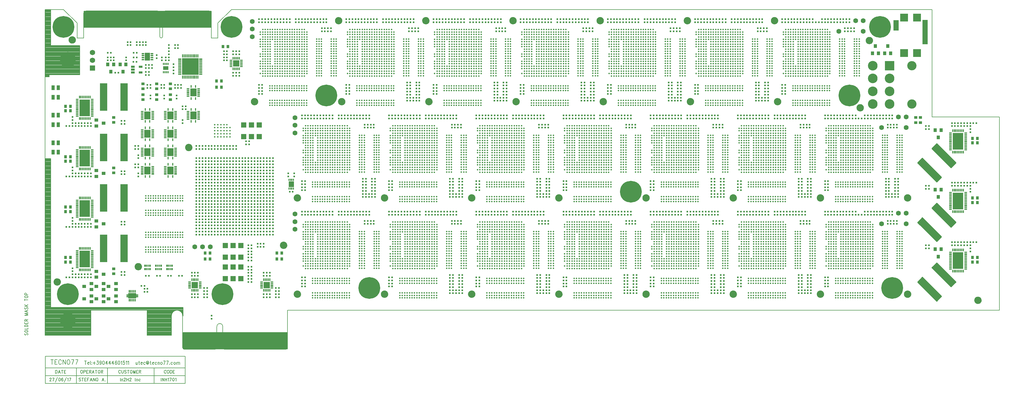
<source format=gbr>
%FSLAX35Y35*%
%MOIN*%
%SFA1.000B1.000*%

G04 Copyright (c) 2015-2018 in2H2 inc.
G04 System developed for in2H2 inc. by Intermotion Technology, Inc.
G04 
G04 Full system RTL, C sources and board design files available at https://github.com/nearist
G04 
G04 in2H2 inc. Team Members:
G04 - Chris McCormick - Algorithm Research and Design
G04 - Matt McCormick - Board Production, System Q/A
G04 
G04 Intermotion Technology Inc. Team Members:
G04 - Mick Fandrich - Project Lead
G04 - Dr. Ludovico Minati - Board Architecture and Design, FPGA Technology Advisor
G04 - Vardan Movsisyan - RTL Team Lead
G04 - Khachatur Gyozalyan - RTL Design
G04 - Tigran Papazyan - RTL Design
G04 - Taron Harutyunyan - RTL Design
G04 - Hayk Ghaltaghchyan - System Software
G04 
G04 Tecno77 S.r.l. Team Members:
G04 - Stefano Aldrigo, Board Layout Design
G04 
G04 We dedicate this project to the memory of Bruce McCormick, an AI pioneer
G04 and advocate, a good friend and father.
G04 
G04 These materials are provided free of charge: you can redistribute them and/or modify  
G04 them under the terms of the GNU General Public License as published by  
G04 the Free Software Foundation, version 3.
G04 
G04 These materials are distributed in the hope that they will be useful, but 
G04 WITHOUT ANY WARRANTY; without even the implied warranty of 
G04 MERCHANTABILITY or FITNESS FOR A PARTICULAR PURPOSE. See the GNU 
G04 General Public License for more details.
G04 In particular, this design should be treated as UNVERIFIED and UNCERTIFIED
G04 
G04 You should have received a copy of the GNU General Public License 
G04 along with this design. If not, see <http://www.gnu.org/licenses/>.

%FSLAX35Y35*%
%MOIN*%
%SFA1.000B1.000*%

%MIA0B0*%
%IPPOS*%
%ADD11C,0.00800*%
%ADD26C,0.01000*%
%ADD57R,0.02400X0.17500*%
%ADD68C,0.00787*%
%ADD77C,0.00700*%
%ADD118R,0.02369X0.02369*%
%ADD119C,0.01975*%
%ADD120C,0.01896*%
%ADD121C,0.20400*%
%ADD122R,0.03400X0.04400*%
%ADD123R,0.12400X0.12400*%
%ADD124C,0.12400*%
%ADD125C,0.11900*%
%ADD126R,0.06900X0.06900*%
%ADD127C,0.06900*%
%ADD128R,0.02400X0.02400*%
%ADD129R,0.09770X0.35833*%
%ADD130R,0.04731X0.04337*%
%ADD131R,0.04337X0.04731*%
%ADD132R,0.04400X0.03400*%
%ADD133R,0.01502X0.03746*%
%ADD134R,0.03746X0.01502*%
%ADD135R,0.08471X0.10439*%
%ADD136R,0.01660X0.02880*%
%ADD137R,0.06542X0.04573*%
%ADD138R,0.01581X0.03156*%
%ADD139R,0.06817X0.07290*%
%ADD140O,0.04337X0.01581*%
%ADD141O,0.01581X0.04337*%
%ADD142R,0.21660X0.21660*%
%ADD143R,0.04534X0.03156*%
%ADD144R,0.00794X0.00794*%
%ADD145R,0.06896X0.09849*%
%ADD146O,0.03746X0.01581*%
%ADD147O,0.01581X0.03746*%
%ADD148R,0.13392X0.21266*%
%ADD149R,0.01306X0.03550*%
%ADD150R,0.03550X0.01306*%
%ADD151R,0.08471X0.08471*%
%ADD152R,0.03943X0.06306*%
%ADD153R,0.10243X0.10243*%
%ADD154R,0.06699X0.31502*%
%ADD155R,0.06699X0.13786*%
%ADD156C,0.06306*%
%ADD157C,0.02369*%
%ADD158R,0.02172X0.03156*%
%ADD159R,0.01306X0.03746*%
%ADD160R,0.09849X0.06896*%
%ADD161R,0.06699X0.06699*%
%ADD162C,0.04400*%
%ADD163C,0.27959*%
%ADD165R,0.01581X0.15754*%
%LNsoldermasktop-v*%
%LPD*%
G54D57*X308661Y523074D03*X304724D03*X300787D03*X296850D03*X292913D03*X288976D03*X285039D03*X281102D03*X277165D03*X273228D03*X269291D03*X265354D03*X261417D03*X257480D03*X253543D03*X245669D03*X241732D03*X237795D03*X233858D03*X229921D03*X225984D03*X222047D03*X218110D03*X214173D03*X210236D03*X206299D03*X202362D03*X198425D03*X194488D03*X190551D03*X186614D03*X182677D03*X178740D03*X174803D03*X170866D03*X166929D03*X162992D03*X159055D03*X155118D03*G54D118*X391339Y521260D03*Y525197D03*X379528Y521260D03*Y525197D03*X387402Y521260D03*Y525197D03*X430709Y521260D03*Y525197D03*X458268Y521260D03*Y525197D03*X426772Y521260D03*Y525197D03*X375591Y521260D03*Y525197D03*X462205Y521260D03*Y525197D03*X399213Y521260D03*Y525197D03*X454331Y521260D03*Y525197D03*X407087Y521260D03*Y525197D03*X438583Y521260D03*Y525197D03*X446457Y521260D03*Y525197D03*X395276Y521260D03*Y525197D03*X403150Y521260D03*Y525197D03*X411024Y521260D03*Y525197D03*X442520Y521260D03*Y525197D03*X450394Y521260D03*Y525197D03*X460236Y509449D03*Y513386D03*X464173Y509449D03*Y513386D03*X379528Y432677D03*X375591D03*X379528Y436614D03*X375591D03*X456299Y509449D03*Y513386D03*X379528Y440551D03*X375591D03*X379528Y428740D03*X375591D03*X468110Y509449D03*Y513386D03*X434646Y521260D03*Y525197D03*X383465Y521260D03*Y525197D03*X422835Y521260D03*Y525197D03*X414961D03*Y521260D03*X446457Y397244D03*Y401181D03*X434646Y397244D03*Y401181D03*X442520Y397244D03*Y401181D03*X485827Y397244D03*Y401181D03*X513386Y397244D03*Y401181D03*X481890Y397244D03*Y401181D03*X430709Y397244D03*Y401181D03*X517323Y397244D03*Y401181D03*X454331Y397244D03*Y401181D03*X509449Y397244D03*Y401181D03*X462205Y397244D03*Y401181D03*X493701Y397244D03*Y401181D03*X501575Y397244D03*Y401181D03*X450394Y397244D03*Y401181D03*X458268Y397244D03*Y401181D03*X466142Y397244D03*Y401181D03*X497638Y397244D03*Y401181D03*X505512Y397244D03*Y401181D03*X515354Y385433D03*Y389370D03*X519291Y385433D03*Y389370D03*X434646Y308661D03*X430709D03*X434646Y312598D03*X430709D03*X511417Y385433D03*Y389370D03*X434646Y316535D03*X430709D03*X434646Y304724D03*X430709D03*X523228Y385433D03*Y389370D03*X489764Y397244D03*Y401181D03*X438583Y397244D03*Y401181D03*X477953Y397244D03*Y401181D03*X470079D03*Y397244D03*X446457Y273228D03*Y277165D03*X434646Y273228D03*Y277165D03*X442520Y273228D03*Y277165D03*X485827Y273228D03*Y277165D03*X513386Y273228D03*Y277165D03*X481890Y273228D03*Y277165D03*X430709Y273228D03*Y277165D03*X517323Y273228D03*Y277165D03*X454331Y273228D03*Y277165D03*X509449Y273228D03*Y277165D03*X462205Y273228D03*Y277165D03*X493701Y273228D03*Y277165D03*X501575Y273228D03*Y277165D03*X450394Y273228D03*Y277165D03*X458268Y273228D03*Y277165D03*X466142Y273228D03*Y277165D03*X497638Y273228D03*Y277165D03*X505512Y273228D03*Y277165D03*X515354Y261417D03*Y265354D03*X519291Y261417D03*Y265354D03*X434646Y184646D03*X430709D03*X434646Y188583D03*X430709D03*X511417Y261417D03*Y265354D03*X434646Y192520D03*X430709D03*X434646Y180709D03*X430709D03*X523228Y261417D03*Y265354D03*X489764Y273228D03*Y277165D03*X438583Y273228D03*Y277165D03*X477953Y273228D03*Y277165D03*X470079D03*Y273228D03*X503543Y521260D03*Y525197D03*X491732Y521260D03*Y525197D03*X499606Y521260D03*Y525197D03*X542913Y521260D03*Y525197D03*X570472Y521260D03*Y525197D03*X538976Y521260D03*Y525197D03*X487795Y521260D03*Y525197D03*X574409Y521260D03*Y525197D03*X511417Y521260D03*Y525197D03*X566535Y521260D03*Y525197D03*X519291Y521260D03*Y525197D03*X550787Y521260D03*Y525197D03*X558661Y521260D03*Y525197D03*X507480Y521260D03*Y525197D03*X515354Y521260D03*Y525197D03*X523228Y521260D03*Y525197D03*X554724Y521260D03*Y525197D03*X562598Y521260D03*Y525197D03*X546850Y521260D03*Y525197D03*X495669Y521260D03*Y525197D03*X535039Y521260D03*Y525197D03*X527165D03*Y521260D03*X558661Y397244D03*Y401181D03*X546850Y397244D03*Y401181D03*X554724Y397244D03*Y401181D03*X598031Y397244D03*Y401181D03*X625591Y397244D03*Y401181D03*X542913Y397244D03*Y401181D03*X629528Y397244D03*Y401181D03*X566535Y397244D03*Y401181D03*X621654Y397244D03*Y401181D03*X574409Y397244D03*Y401181D03*X605906Y397244D03*Y401181D03*X613780Y397244D03*Y401181D03*X562598Y397244D03*Y401181D03*X570472Y397244D03*Y401181D03*X578346Y397244D03*Y401181D03*X609843Y397244D03*Y401181D03*X617717Y397244D03*Y401181D03*X601969Y397244D03*Y401181D03*X550787Y397244D03*Y401181D03*X590157Y397244D03*Y401181D03*X582283D03*Y397244D03*X558661Y273228D03*Y277165D03*X546850Y273228D03*Y277165D03*X554724Y273228D03*Y277165D03*X598031Y273228D03*Y277165D03*X625591Y273228D03*Y277165D03*X594094Y273228D03*Y277165D03*X542913Y273228D03*Y277165D03*X629528Y273228D03*Y277165D03*X566535Y273228D03*Y277165D03*X621654Y273228D03*Y277165D03*X574409Y273228D03*Y277165D03*X605906Y273228D03*Y277165D03*X613780Y273228D03*Y277165D03*X562598Y273228D03*Y277165D03*X570472Y273228D03*Y277165D03*X578346Y273228D03*Y277165D03*X609843Y273228D03*Y277165D03*X617717Y273228D03*Y277165D03*X601969Y273228D03*Y277165D03*X550787Y273228D03*Y277165D03*X590157Y273228D03*Y277165D03*X582283D03*Y273228D03*X615748Y521260D03*Y525197D03*X603937Y521260D03*Y525197D03*X611811Y521260D03*Y525197D03*X655118Y521260D03*Y525197D03*X682677Y521260D03*Y525197D03*X651181Y521260D03*Y525197D03*X600000Y521260D03*Y525197D03*X686614Y521260D03*Y525197D03*X623622Y521260D03*Y525197D03*X678740Y521260D03*Y525197D03*X631496Y521260D03*Y525197D03*X662992Y521260D03*Y525197D03*X670866Y521260D03*Y525197D03*X619685Y521260D03*Y525197D03*X627559Y521260D03*Y525197D03*X635433Y521260D03*Y525197D03*X666929Y521260D03*Y525197D03*X674803Y521260D03*Y525197D03*X659055Y521260D03*Y525197D03*X607874Y521260D03*Y525197D03*X647244Y521260D03*Y525197D03*X639370D03*Y521260D03*X670866Y397244D03*Y401181D03*X659055Y397244D03*Y401181D03*X666929Y397244D03*Y401181D03*X710236Y397244D03*Y401181D03*X737795Y397244D03*Y401181D03*X706299Y397244D03*Y401181D03*X655118Y397244D03*Y401181D03*X741732Y397244D03*Y401181D03*X678740Y397244D03*Y401181D03*X733858Y397244D03*Y401181D03*X686614Y397244D03*Y401181D03*X718110Y397244D03*Y401181D03*X725984Y397244D03*Y401181D03*X674803Y397244D03*Y401181D03*X682677Y397244D03*Y401181D03*X690551Y397244D03*Y401181D03*X722047Y397244D03*Y401181D03*X729921Y397244D03*Y401181D03*X714173Y397244D03*Y401181D03*X662992Y397244D03*Y401181D03*X702362Y397244D03*Y401181D03*X694488D03*Y397244D03*X670866Y273228D03*Y277165D03*X659055Y273228D03*Y277165D03*X666929Y273228D03*Y277165D03*X710236Y273228D03*Y277165D03*X737795Y273228D03*Y277165D03*X655118Y273228D03*Y277165D03*X741732Y273228D03*Y277165D03*X678740Y273228D03*Y277165D03*X733858Y273228D03*Y277165D03*X686614Y273228D03*Y277165D03*X718110Y273228D03*Y277165D03*X725984Y273228D03*Y277165D03*X674803Y273228D03*Y277165D03*X682677Y273228D03*Y277165D03*X690551Y273228D03*Y277165D03*X722047Y273228D03*Y277165D03*X729921Y273228D03*Y277165D03*X714173Y273228D03*Y277165D03*X662992Y273228D03*Y277165D03*X702362Y273228D03*Y277165D03*X694488D03*Y273228D03*X727953Y521260D03*Y525197D03*X716142Y521260D03*Y525197D03*X724016Y521260D03*Y525197D03*X767323Y521260D03*Y525197D03*X794882Y521260D03*Y525197D03*X763386Y521260D03*Y525197D03*X712205Y521260D03*Y525197D03*X798819Y521260D03*Y525197D03*X735827Y521260D03*Y525197D03*X790945Y521260D03*Y525197D03*X743701Y521260D03*Y525197D03*X775197Y521260D03*Y525197D03*X783071Y521260D03*Y525197D03*X731890Y521260D03*Y525197D03*X739764Y521260D03*Y525197D03*X747638Y521260D03*Y525197D03*X779134Y521260D03*Y525197D03*X787008Y521260D03*Y525197D03*X771260Y521260D03*Y525197D03*X720079Y521260D03*Y525197D03*X759449Y521260D03*Y525197D03*X751575D03*Y521260D03*X783071Y397244D03*Y401181D03*X771260Y397244D03*Y401181D03*X779134Y397244D03*Y401181D03*X822441Y397244D03*Y401181D03*X850000Y397244D03*Y401181D03*X818504Y397244D03*Y401181D03*X767323Y397244D03*Y401181D03*X853937Y397244D03*Y401181D03*X790945Y397244D03*Y401181D03*X846063Y397244D03*Y401181D03*X798819Y397244D03*Y401181D03*X830315Y397244D03*Y401181D03*X838189Y397244D03*Y401181D03*X787008Y397244D03*Y401181D03*X794882Y397244D03*Y401181D03*X802756Y397244D03*Y401181D03*X834252Y397244D03*Y401181D03*X842126Y397244D03*Y401181D03*X594094Y397244D03*Y401181D03*X826378Y397244D03*Y401181D03*X775197Y397244D03*Y401181D03*X814567Y397244D03*Y401181D03*X806693D03*Y397244D03*X783071Y273228D03*Y277165D03*X771260Y273228D03*Y277165D03*X779134Y273228D03*Y277165D03*X822441Y273228D03*Y277165D03*X850000Y273228D03*Y277165D03*X818504Y273228D03*Y277165D03*X767323Y273228D03*Y277165D03*X853937Y273228D03*Y277165D03*X790945Y273228D03*Y277165D03*X846063Y273228D03*Y277165D03*X798819Y273228D03*Y277165D03*X830315Y273228D03*Y277165D03*X838189Y273228D03*Y277165D03*X787008Y273228D03*Y277165D03*X794882Y273228D03*Y277165D03*X802756Y273228D03*Y277165D03*X834252Y273228D03*Y277165D03*X842126Y273228D03*Y277165D03*X826378Y273228D03*Y277165D03*X775197Y273228D03*Y277165D03*X814567Y273228D03*Y277165D03*X806693D03*Y273228D03*X840157Y521260D03*Y525197D03*X828346Y521260D03*Y525197D03*X836220Y521260D03*Y525197D03*X879528Y521260D03*Y525197D03*X907087Y521260D03*Y525197D03*X875591Y521260D03*Y525197D03*X824409Y521260D03*Y525197D03*X911024Y521260D03*Y525197D03*X848031Y521260D03*Y525197D03*X903150Y521260D03*Y525197D03*X855906Y521260D03*Y525197D03*X887402Y521260D03*Y525197D03*X895276Y521260D03*Y525197D03*X844094Y521260D03*Y525197D03*X851969Y521260D03*Y525197D03*X859843Y521260D03*Y525197D03*X891339Y521260D03*Y525197D03*X899213Y521260D03*Y525197D03*X883465Y521260D03*Y525197D03*X832283Y521260D03*Y525197D03*X871654Y521260D03*Y525197D03*X863780D03*Y521260D03*X895276Y397244D03*Y401181D03*X883465Y397244D03*Y401181D03*X891339Y397244D03*Y401181D03*X934646Y397244D03*Y401181D03*X962205Y397244D03*Y401181D03*X930709Y397244D03*Y401181D03*X879528Y397244D03*Y401181D03*X966142Y397244D03*Y401181D03*X903150Y397244D03*Y401181D03*X958268Y397244D03*Y401181D03*X911024Y397244D03*Y401181D03*X942520Y397244D03*Y401181D03*X950394Y397244D03*Y401181D03*X899213Y397244D03*Y401181D03*X907087Y397244D03*Y401181D03*X914961Y397244D03*Y401181D03*X946457Y397244D03*Y401181D03*X954331Y397244D03*Y401181D03*X938583Y397244D03*Y401181D03*X887402Y397244D03*Y401181D03*X926772Y397244D03*Y401181D03*X918898D03*Y397244D03*X895276Y273228D03*Y277165D03*X883465Y273228D03*Y277165D03*X891339Y273228D03*Y277165D03*X934646Y273228D03*Y277165D03*X962205Y273228D03*Y277165D03*X930709Y273228D03*Y277165D03*X879528Y273228D03*Y277165D03*X966142Y273228D03*Y277165D03*X903150Y273228D03*Y277165D03*X958268Y273228D03*Y277165D03*X911024Y273228D03*Y277165D03*X942520Y273228D03*Y277165D03*X950394Y273228D03*Y277165D03*X899213Y273228D03*Y277165D03*X907087Y273228D03*Y277165D03*X914961Y273228D03*Y277165D03*X946457Y273228D03*Y277165D03*X954331Y273228D03*Y277165D03*X706299Y273228D03*Y277165D03*X938583Y273228D03*Y277165D03*X887402Y273228D03*Y277165D03*X926772Y273228D03*Y277165D03*X918898D03*Y273228D03*X952362Y521260D03*Y525197D03*X940551Y521260D03*Y525197D03*X948425Y521260D03*Y525197D03*X991732Y521260D03*Y525197D03*X1019291Y521260D03*Y525197D03*X987795Y521260D03*Y525197D03*X936614Y521260D03*Y525197D03*X1023228Y521260D03*Y525197D03*X960236Y521260D03*Y525197D03*X1015354Y521260D03*Y525197D03*X968110Y521260D03*Y525197D03*X999606Y521260D03*Y525197D03*X1007480Y521260D03*Y525197D03*X956299Y521260D03*Y525197D03*X964173Y521260D03*Y525197D03*X972047Y521260D03*Y525197D03*X1003543Y521260D03*Y525197D03*X1011417Y521260D03*Y525197D03*X995669Y521260D03*Y525197D03*X944488Y521260D03*Y525197D03*X983858Y521260D03*Y525197D03*X975984D03*Y521260D03*X1007480Y397244D03*Y401181D03*X995669Y397244D03*Y401181D03*X1003543Y397244D03*Y401181D03*X1046850Y397244D03*Y401181D03*X1074409Y397244D03*Y401181D03*X1042913Y397244D03*Y401181D03*X991732Y397244D03*Y401181D03*X1078346Y397244D03*Y401181D03*X1015354Y397244D03*Y401181D03*X1070472Y397244D03*Y401181D03*X1023228Y397244D03*Y401181D03*X1054724Y397244D03*Y401181D03*X1062598Y397244D03*Y401181D03*X1011417Y397244D03*Y401181D03*X1019291Y397244D03*Y401181D03*X1027165Y397244D03*Y401181D03*X1058661Y397244D03*Y401181D03*X1066535Y397244D03*Y401181D03*X1050787Y397244D03*Y401181D03*X999606Y397244D03*Y401181D03*X1038976Y397244D03*Y401181D03*X1031102D03*Y397244D03*X1007480Y273228D03*Y277165D03*X995669Y273228D03*Y277165D03*X1003543Y273228D03*Y277165D03*X1046850Y273228D03*Y277165D03*X1074409Y273228D03*Y277165D03*X1042913Y273228D03*Y277165D03*X991732Y273228D03*Y277165D03*X1078346Y273228D03*Y277165D03*X1015354Y273228D03*Y277165D03*X1070472Y273228D03*Y277165D03*X1023228Y273228D03*Y277165D03*X1054724Y273228D03*Y277165D03*X1062598Y273228D03*Y277165D03*X1011417Y273228D03*Y277165D03*X1019291Y273228D03*Y277165D03*X1027165Y273228D03*Y277165D03*X1058661Y273228D03*Y277165D03*X1066535Y273228D03*Y277165D03*X1050787Y273228D03*Y277165D03*X999606Y273228D03*Y277165D03*X1038976Y273228D03*Y277165D03*X1031102D03*Y273228D03*X1064567Y521260D03*Y525197D03*X1052756Y521260D03*Y525197D03*X1060630Y521260D03*Y525197D03*X1103937Y521260D03*Y525197D03*X1131496Y521260D03*Y525197D03*X1048819Y521260D03*Y525197D03*X1135433Y521260D03*Y525197D03*X1072441Y521260D03*Y525197D03*X1127559Y521260D03*Y525197D03*X1080315Y521260D03*Y525197D03*X1111811Y521260D03*Y525197D03*X1119685Y521260D03*Y525197D03*X1068504Y521260D03*Y525197D03*X1076378Y521260D03*Y525197D03*X1084252Y521260D03*Y525197D03*X1115748Y521260D03*Y525197D03*X1123622Y521260D03*Y525197D03*X1133465Y509449D03*Y513386D03*X1137402Y509449D03*Y513386D03*X1052756Y432677D03*X1048819D03*X1052756Y436614D03*X1048819D03*X1129528Y509449D03*Y513386D03*X1052756Y440551D03*X1048819D03*X1052756Y428740D03*X1048819D03*X1141339Y509449D03*Y513386D03*X1107874Y521260D03*Y525197D03*X1056693Y521260D03*Y525197D03*X1088189D03*Y521260D03*X1119685Y397244D03*Y401181D03*X1107874Y397244D03*Y401181D03*X1115748Y397244D03*Y401181D03*X1159055Y397244D03*Y401181D03*X1186614Y397244D03*Y401181D03*X1103937Y397244D03*Y401181D03*X1190551Y397244D03*Y401181D03*X1127559Y397244D03*Y401181D03*X1182677Y397244D03*Y401181D03*X1135433Y397244D03*Y401181D03*X1166929Y397244D03*Y401181D03*X1174803Y397244D03*Y401181D03*X1123622Y397244D03*Y401181D03*X1131496Y397244D03*Y401181D03*X1139370Y397244D03*Y401181D03*X1170866Y397244D03*Y401181D03*X1178740Y397244D03*Y401181D03*X1188583Y385433D03*Y389370D03*X1192520Y385433D03*Y389370D03*X1107874Y308661D03*X1103937D03*X1107874Y312598D03*X1103937D03*X1184646Y385433D03*Y389370D03*X1107874Y316535D03*X1103937D03*X1107874Y304724D03*X1103937D03*X1196457Y385433D03*Y389370D03*X1162992Y397244D03*Y401181D03*X1111811Y397244D03*Y401181D03*X1143307D03*Y397244D03*X1119685Y273228D03*Y277165D03*X1107874Y273228D03*Y277165D03*X1115748Y273228D03*Y277165D03*X1159055Y273228D03*Y277165D03*X1186614Y273228D03*Y277165D03*X1103937Y273228D03*Y277165D03*X1190551Y273228D03*Y277165D03*X1127559Y273228D03*Y277165D03*X1182677Y273228D03*Y277165D03*X1135433Y273228D03*Y277165D03*X1166929Y273228D03*Y277165D03*X1174803Y273228D03*Y277165D03*X1123622Y273228D03*Y277165D03*X1131496Y273228D03*Y277165D03*X1139370Y273228D03*Y277165D03*X1170866Y273228D03*Y277165D03*X1178740Y273228D03*Y277165D03*X1188583Y261417D03*Y265354D03*X1192520Y261417D03*Y265354D03*X1107874Y184646D03*X1103937D03*X1107874Y188583D03*X1103937D03*X1184646Y261417D03*Y265354D03*X1107874Y192520D03*X1103937D03*X1107874Y180709D03*X1103937D03*X1196457Y261417D03*Y265354D03*X1162992Y273228D03*Y277165D03*X1111811Y273228D03*Y277165D03*X1143307D03*Y273228D03*X1290945Y302756D03*Y306693D03*X1287008Y314567D03*Y310630D03*X1283071D03*X1279134D03*X135433Y334252D03*Y330315D03*X139370Y322441D03*Y326378D03*X143307D03*X147244D03*X135433Y204331D03*Y200394D03*X143307Y196457D03*X147244D03*X139370Y192520D03*Y196457D03*X1290945Y225984D03*Y229921D03*X1287008Y237795D03*Y233858D03*X1283071D03*X1279134D03*X250591Y472047D03*Y475984D03*X418898Y302756D03*X414961D03*X265354Y463189D03*Y467126D03*Y459252D03*Y455315D03*X294882Y357874D03*Y361811D03*X298819Y357874D03*Y361811D03*X302756Y357874D03*Y361811D03*X306693Y357874D03*Y361811D03*X310630Y357874D03*Y361811D03*X314567Y357874D03*Y361811D03*X318504Y357874D03*Y361811D03*X322441Y357874D03*Y361811D03*X217618Y470079D03*X213681D03*X218110Y475984D03*X214173D03*X218110Y481890D03*X214173D03*X361811Y202362D03*X365748D03*X361811Y198425D03*X365748D03*X361811Y194488D03*X365748D03*X326378Y357874D03*Y361811D03*X330315Y357874D03*Y361811D03*X334252Y357874D03*Y361811D03*X338189Y357874D03*Y361811D03*X342126Y357874D03*Y361811D03*X361811Y186614D03*X365748D03*X377559Y235827D03*Y231890D03*X361811Y190551D03*X365748D03*X381496Y235827D03*Y231890D03*X361811Y229921D03*X365748D03*X361811Y222047D03*X365748D03*X373622Y235827D03*Y231890D03*X361811Y225984D03*X365748D03*X361811Y218110D03*X365748D03*X361811Y214173D03*X365748D03*X292913Y198425D03*Y194488D03*X385433Y198425D03*Y194488D03*X288976Y170866D03*Y166929D03*X381496Y170866D03*Y166929D03*X304724D03*X308661D03*X304724Y170866D03*X308661D03*X304724Y174803D03*X308661D03*X304724Y178740D03*X308661D03*X397244Y166929D03*X401181D03*X397244Y170866D03*X401181D03*X397244Y174803D03*X401181D03*X397244Y178740D03*X401181D03*X346063Y452362D03*Y456299D03*X350000Y479921D03*Y483858D03*X334252D03*X330315D03*X334252Y479921D03*X330315D03*X334252Y475984D03*X330315D03*X334252Y472047D03*X330315D03*X362795Y367717D03*Y363780D03*X358858Y367717D03*Y363780D03*X346063Y361811D03*Y357874D03*X135433Y399213D03*Y395276D03*X180709Y472047D03*X184646D03*X139370Y387402D03*Y391339D03*X143307D03*X147244D03*X1290945Y379528D03*Y383465D03*X1283071Y387402D03*X1279134D03*X1287008Y391339D03*Y387402D03*X135433Y269291D03*Y265354D03*X143307Y261417D03*X147244D03*X139370Y257480D03*Y261417D03*X198425Y394291D03*X202362D03*X198425Y390354D03*X202362D03*X127559Y387402D03*X131496D03*X135433D03*Y391339D03*X147244Y387402D03*X143307D03*X151181D03*Y391339D03*X155118Y387402D03*Y391339D03*X159055D03*Y387402D03*X1237795Y383465D03*X1233858D03*X1237795Y387402D03*X1233858D03*X1298819Y391339D03*X1294882D03*X1290945D03*Y387402D03*X1279134Y391339D03*X1283071D03*X1275197D03*Y387402D03*X1271260Y391339D03*Y387402D03*X1267323D03*Y391339D03*X198425Y264370D03*X202362D03*X198425Y260433D03*X202362D03*X127559Y257480D03*X131496D03*X135433D03*Y261417D03*X147244Y257480D03*X143307D03*X151181D03*Y261417D03*X155118Y257480D03*Y261417D03*X159055D03*Y257480D03*X1237795Y306693D03*X1233858D03*X1237795Y310630D03*X1233858D03*X1298819Y314567D03*X1294882D03*X1290945D03*Y310630D03*X1279134Y314567D03*X1283071D03*X1275197D03*Y310630D03*X1271260Y314567D03*Y310630D03*X1267323D03*Y314567D03*X198425Y329331D03*X202362D03*X198425Y325394D03*X202362D03*X127559Y322441D03*X131496D03*X135433D03*Y326378D03*X151181Y322441D03*Y326378D03*X147244Y322441D03*X143307D03*X155118D03*Y326378D03*X159055D03*Y322441D03*X198425Y199409D03*X202362D03*X198425Y195472D03*X202362D03*X135433Y192520D03*Y196457D03*X127559Y192520D03*X131496D03*X147244D03*X143307D03*X151181D03*Y196457D03*X155118Y192520D03*Y196457D03*X159055D03*Y192520D03*X1237795Y233858D03*X1233858D03*X1237795Y229921D03*X1233858D03*X1298819Y237795D03*X1294882D03*X1290945D03*Y233858D03*X1279134Y237795D03*X1283071D03*X1275197D03*Y233858D03*X1271260Y237795D03*Y233858D03*X1267323D03*Y237795D03*X296850Y194488D03*Y198425D03*X292913Y170866D03*X296850D03*X389370Y194488D03*Y198425D03*X385433Y170866D03*X389370D03*X292913Y166929D03*X296850D03*X385433D03*X389370D03*X288976Y194488D03*Y198425D03*X381496Y194488D03*Y198425D03*X342126Y456299D03*Y452362D03*X346063Y479921D03*X342126D03*X346063Y483858D03*X342126D03*X350000Y456299D03*Y452362D03*X229921Y495669D03*Y491732D03*X225984Y495669D03*Y491732D03*X218110Y495669D03*Y491732D03*X210236Y495669D03*Y491732D03*X222047D03*Y495669D03*X206299Y491732D03*Y495669D03*X269291Y426772D03*Y422835D03*X184646Y481890D03*X180709D03*X188583Y475984D03*Y472047D03*X180709Y475984D03*X184646D03*X194488Y456299D03*X190551D03*X204331Y472047D03*Y475984D03*X420866Y322441D03*Y326378D03*X412992Y322441D03*Y326378D03*X255512Y472047D03*Y475984D03*X259449Y472047D03*Y475984D03*X271260Y487795D03*Y491732D03*X231890Y440551D03*Y436614D03*X249606Y440551D03*Y436614D03*X267323Y440551D03*Y436614D03*X235827Y426772D03*Y422835D03*X253543Y426772D03*Y422835D03*X235827Y440551D03*Y436614D03*X253543Y440551D03*Y436614D03*X271260Y440551D03*Y436614D03*X237795Y466142D03*Y462205D03*X233858Y466142D03*Y462205D03*X229921Y466142D03*Y462205D03*X243701Y478937D03*Y475000D03*X1100000Y521260D03*Y525197D03*X1155118Y397244D03*Y401181D03*Y273228D03*Y277165D03*X1096063Y521260D03*X1092126D03*X1151181Y397244D03*X1147244D03*X1151181Y273228D03*X1147244D03*X509055Y319685D03*X512992D03*X509055Y315748D03*X512992D03*X509055Y311811D03*X512992D03*X509055Y307874D03*X512992D03*X509055Y303937D03*X512992D03*X509055Y296063D03*Y300000D03*X512992Y296063D03*Y300000D03*X516929Y296063D03*Y300000D03*X520866Y296063D03*Y300000D03*X524803Y296063D03*Y300000D03*Y319685D03*X520866D03*X524803Y315748D03*X520866D03*X524803Y311811D03*X520866D03*X524803Y307874D03*X520866D03*X524803Y303937D03*X520866D03*X1182283Y319685D03*X1186220D03*X1182283Y315748D03*X1186220D03*X1182283Y311811D03*X1186220D03*X1182283Y307874D03*X1186220D03*X1182283Y303937D03*X1186220D03*X1182283Y296063D03*Y300000D03*X1186220Y296063D03*Y300000D03*X1190157Y296063D03*Y300000D03*X1194094Y296063D03*Y300000D03*X1198031Y296063D03*Y300000D03*Y319685D03*X1194094D03*X1198031Y315748D03*X1194094D03*X1198031Y311811D03*X1194094D03*X1198031Y307874D03*X1194094D03*X1198031Y303937D03*X1194094D03*X491732Y432677D03*X487795D03*X491732Y436614D03*X487795D03*X491732Y440551D03*X487795D03*X491732Y428740D03*X487795D03*X572441Y509449D03*Y513386D03*X576378Y509449D03*Y513386D03*X568504Y509449D03*Y513386D03*X580315Y509449D03*Y513386D03*X566142Y443701D03*X570079D03*X566142Y439764D03*X570079D03*X566142Y435827D03*X570079D03*X566142Y431890D03*X570079D03*X566142Y427953D03*X570079D03*X566142Y420079D03*Y424016D03*X570079Y420079D03*Y424016D03*X574016Y420079D03*Y424016D03*X577953Y420079D03*Y424016D03*X581890Y420079D03*Y424016D03*Y443701D03*X577953D03*X581890Y439764D03*X577953D03*X581890Y435827D03*X577953D03*X581890Y431890D03*X577953D03*X581890Y427953D03*X577953D03*X603937Y432677D03*X600000D03*X603937Y436614D03*X600000D03*X603937Y440551D03*X600000D03*X603937Y428740D03*X600000D03*X678346Y443701D03*X682283D03*X678346Y439764D03*X682283D03*X678346Y435827D03*X682283D03*X678346Y431890D03*X682283D03*X678346Y427953D03*X682283D03*X678346Y420079D03*Y424016D03*X682283Y420079D03*Y424016D03*X686220Y420079D03*Y424016D03*X690157Y420079D03*Y424016D03*X694094Y420079D03*Y424016D03*Y443701D03*X690157D03*X694094Y439764D03*X690157D03*X694094Y435827D03*X690157D03*X694094Y431890D03*X690157D03*X694094Y427953D03*X690157D03*X684646Y509449D03*Y513386D03*X688583Y509449D03*Y513386D03*X680709Y509449D03*Y513386D03*X692520Y509449D03*Y513386D03*X716142Y432677D03*X712205D03*X716142Y436614D03*X712205D03*X716142Y440551D03*X712205D03*X716142Y428740D03*X712205D03*X828346Y432677D03*X824409D03*X828346Y436614D03*X824409D03*X828346Y440551D03*X824409D03*X828346Y428740D03*X824409D03*X790551Y443701D03*X794488D03*X790551Y439764D03*X794488D03*X790551Y435827D03*X794488D03*X790551Y431890D03*X794488D03*X806299Y443701D03*X802362D03*X806299Y439764D03*X802362D03*X806299Y435827D03*X802362D03*X806299Y431890D03*X802362D03*X902756Y443701D03*X906693D03*X902756Y439764D03*X906693D03*X902756Y435827D03*X906693D03*X902756Y431890D03*X906693D03*X918504Y443701D03*X914567D03*X918504Y439764D03*X914567D03*X918504Y435827D03*X914567D03*X918504Y431890D03*X914567D03*X790551Y427953D03*X794488D03*X790551Y420079D03*Y424016D03*X794488Y420079D03*Y424016D03*X798425Y420079D03*Y424016D03*X802362Y420079D03*Y424016D03*X806299Y420079D03*Y424016D03*Y427953D03*X802362D03*X902756D03*X906693D03*X902756Y420079D03*Y424016D03*X906693Y420079D03*Y424016D03*X910630Y420079D03*Y424016D03*X914567Y420079D03*Y424016D03*X918504Y420079D03*Y424016D03*Y427953D03*X914567D03*X796850Y509449D03*Y513386D03*X800787Y509449D03*Y513386D03*X792913Y509449D03*Y513386D03*X804724Y509449D03*Y513386D03*X909055Y509449D03*Y513386D03*X912992Y509449D03*Y513386D03*X905118Y509449D03*Y513386D03*X916929Y509449D03*Y513386D03*X1021260Y509449D03*Y513386D03*X1025197Y509449D03*Y513386D03*X1017323Y509449D03*Y513386D03*X1029134Y509449D03*Y513386D03*X1014961Y443701D03*X1018898D03*X1014961Y439764D03*X1018898D03*X1014961Y435827D03*X1018898D03*X1014961Y431890D03*X1018898D03*X1014961Y427953D03*X1018898D03*X1014961Y420079D03*Y424016D03*X1018898Y420079D03*Y424016D03*X1022835Y420079D03*Y424016D03*X1026772Y420079D03*Y424016D03*X1030709Y420079D03*Y424016D03*Y443701D03*X1026772D03*X1030709Y439764D03*X1026772D03*X1030709Y435827D03*X1026772D03*X1030709Y431890D03*X1026772D03*X1030709Y427953D03*X1026772D03*X940551Y432677D03*X936614D03*X940551Y436614D03*X936614D03*X940551Y440551D03*X936614D03*X940551Y428740D03*X936614D03*X546850Y308661D03*X542913D03*X546850Y312598D03*X542913D03*X546850Y316535D03*X542913D03*X546850Y304724D03*X542913D03*X659055Y308661D03*X655118D03*X659055Y312598D03*X655118D03*X659055Y316535D03*X655118D03*X659055Y304724D03*X655118D03*X771260Y308661D03*X767323D03*X771260Y312598D03*X767323D03*X771260Y316535D03*X767323D03*X771260Y304724D03*X767323D03*X883465Y308661D03*X879528D03*X883465Y312598D03*X879528D03*X883465Y316535D03*X879528D03*X883465Y304724D03*X879528D03*X995669Y308661D03*X991732D03*X995669Y312598D03*X991732D03*X995669Y316535D03*X991732D03*X995669Y304724D03*X991732D03*X621260Y319685D03*X625197D03*X621260Y315748D03*X625197D03*X621260Y311811D03*X625197D03*X621260Y307874D03*X625197D03*X621260Y303937D03*X625197D03*X621260Y296063D03*Y300000D03*X625197Y296063D03*Y300000D03*X629134Y296063D03*Y300000D03*X633071Y296063D03*Y300000D03*X637008Y296063D03*Y300000D03*Y319685D03*X633071D03*X637008Y315748D03*X633071D03*X637008Y311811D03*X633071D03*X637008Y307874D03*X633071D03*X637008Y303937D03*X633071D03*X733465Y319685D03*X737402D03*X733465Y315748D03*X737402D03*X733465Y311811D03*X737402D03*X733465Y307874D03*X737402D03*X733465Y303937D03*X737402D03*X733465Y296063D03*Y300000D03*X737402Y296063D03*Y300000D03*X741339Y296063D03*Y300000D03*X745276Y296063D03*Y300000D03*X749213Y296063D03*Y300000D03*Y319685D03*X745276D03*X749213Y315748D03*X745276D03*X749213Y311811D03*X745276D03*X749213Y307874D03*X745276D03*X749213Y303937D03*X745276D03*X957874Y319685D03*X961811D03*X957874Y315748D03*X961811D03*X957874Y311811D03*X961811D03*X957874Y307874D03*X961811D03*X957874Y303937D03*X961811D03*X957874Y296063D03*Y300000D03*X961811Y296063D03*Y300000D03*X965748Y296063D03*Y300000D03*X969685Y296063D03*Y300000D03*X973622Y296063D03*Y300000D03*Y319685D03*X969685D03*X973622Y315748D03*X969685D03*X973622Y311811D03*X969685D03*X973622Y307874D03*X969685D03*X973622Y303937D03*X969685D03*X1070079Y319685D03*X1074016D03*X1070079Y315748D03*X1074016D03*X1070079Y311811D03*X1074016D03*X1070079Y307874D03*X1074016D03*X1070079Y303937D03*X1074016D03*X1070079Y296063D03*Y300000D03*X1074016Y296063D03*Y300000D03*X1077953Y296063D03*Y300000D03*X1081890Y296063D03*Y300000D03*X1085827Y296063D03*Y300000D03*Y319685D03*X1081890D03*X1085827Y315748D03*X1081890D03*X1085827Y311811D03*X1081890D03*X1085827Y307874D03*X1081890D03*X1085827Y303937D03*X1081890D03*X1076378Y385433D03*Y389370D03*X1080315Y385433D03*Y389370D03*X1072441Y385433D03*Y389370D03*X1084252Y385433D03*Y389370D03*X964173Y385433D03*Y389370D03*X968110Y385433D03*Y389370D03*X960236Y385433D03*Y389370D03*X972047Y385433D03*Y389370D03*X851969Y385433D03*Y389370D03*X855906Y385433D03*Y389370D03*X848031Y385433D03*Y389370D03*X859843Y385433D03*Y389370D03*X739764Y385433D03*Y389370D03*X743701Y385433D03*Y389370D03*X735827Y385433D03*Y389370D03*X747638Y385433D03*Y389370D03*X627559Y385433D03*Y389370D03*X631496Y385433D03*Y389370D03*X623622Y385433D03*Y389370D03*X635433Y385433D03*Y389370D03*X546850Y184646D03*X542913D03*X546850Y188583D03*X542913D03*X546850Y192520D03*X542913D03*X546850Y180709D03*X542913D03*X659055Y184646D03*X655118D03*X659055Y188583D03*X655118D03*X659055Y192520D03*X655118D03*X659055Y180709D03*X655118D03*X771260Y184646D03*X767323D03*X771260Y188583D03*X767323D03*X771260Y192520D03*X767323D03*X771260Y180709D03*X767323D03*X883465Y184646D03*X879528D03*X883465Y188583D03*X879528D03*X883465Y192520D03*X879528D03*X883465Y180709D03*X879528D03*X995669Y184646D03*X991732D03*X995669Y188583D03*X991732D03*X995669Y192520D03*X991732D03*X995669Y180709D03*X991732D03*X621260Y179921D03*X625197D03*X621260Y183858D03*X625197D03*X621260Y187795D03*X625197D03*X621260Y191732D03*X625197D03*X621260Y195669D03*X625197D03*X621260Y172047D03*Y175984D03*X625197Y172047D03*Y175984D03*X629134Y172047D03*Y175984D03*X633071Y172047D03*Y175984D03*X637008Y172047D03*Y175984D03*Y179921D03*X633071D03*X637008Y183858D03*X633071D03*X637008Y187795D03*X633071D03*X637008Y191732D03*X633071D03*X637008Y195669D03*X633071D03*X733465D03*X737402D03*X733465Y191732D03*X737402D03*X733465Y187795D03*X737402D03*X733465Y183858D03*X737402D03*X733465Y179921D03*X737402D03*X733465Y172047D03*Y175984D03*X737402Y172047D03*Y175984D03*X741339Y172047D03*Y175984D03*X745276Y172047D03*Y175984D03*X749213Y172047D03*Y175984D03*Y195669D03*X745276D03*X749213Y191732D03*X745276D03*X749213Y187795D03*X745276D03*X749213Y183858D03*X745276D03*X749213Y179921D03*X745276D03*X845669Y195669D03*X849606D03*X845669Y191732D03*X849606D03*X845669Y187795D03*X849606D03*X845669Y183858D03*X849606D03*X845669Y179921D03*X849606D03*X845669Y172047D03*Y175984D03*X849606Y172047D03*Y175984D03*X853543Y172047D03*Y175984D03*X857480Y172047D03*Y175984D03*X861417Y172047D03*Y175984D03*Y195669D03*X857480D03*X861417Y191732D03*X857480D03*X861417Y187795D03*X857480D03*X861417Y183858D03*X857480D03*X861417Y179921D03*X857480D03*X957874Y195669D03*X961811D03*X957874Y191732D03*X961811D03*X957874Y187795D03*X961811D03*X957874Y183858D03*X961811D03*X957874Y179921D03*X961811D03*X957874Y172047D03*Y175984D03*X961811Y172047D03*Y175984D03*X965748Y172047D03*Y175984D03*X969685Y172047D03*Y175984D03*X973622Y172047D03*Y175984D03*Y195669D03*X969685D03*X973622Y191732D03*X969685D03*X973622Y187795D03*X969685D03*X973622Y183858D03*X969685D03*X973622Y179921D03*X969685D03*X1070079Y195669D03*X1074016D03*X1070079Y191732D03*X1074016D03*X1070079Y187795D03*X1074016D03*X1070079Y183858D03*X1074016D03*X1070079Y179921D03*X1074016D03*X1070079Y172047D03*Y175984D03*X1074016Y172047D03*Y175984D03*X1077953Y172047D03*Y175984D03*X1081890Y172047D03*Y175984D03*X1085827Y172047D03*Y175984D03*Y195669D03*X1081890D03*X1085827Y191732D03*X1081890D03*X1085827Y187795D03*X1081890D03*X1085827Y183858D03*X1081890D03*X1085827Y179921D03*X1081890D03*X1076378Y261417D03*Y265354D03*X1080315Y261417D03*Y265354D03*X1072441Y261417D03*Y265354D03*X1084252Y261417D03*Y265354D03*X964173Y261417D03*Y265354D03*X968110Y261417D03*Y265354D03*X960236Y261417D03*Y265354D03*X972047Y261417D03*Y265354D03*X851969Y261417D03*Y265354D03*X855906Y261417D03*Y265354D03*X848031Y261417D03*Y265354D03*X859843Y261417D03*Y265354D03*X739764Y261417D03*Y265354D03*X743701Y261417D03*Y265354D03*X735827Y261417D03*Y265354D03*X747638Y261417D03*Y265354D03*X627559Y261417D03*Y265354D03*X631496Y261417D03*Y265354D03*X623622Y261417D03*Y265354D03*X635433Y261417D03*Y265354D03*X259449Y483858D03*Y479921D03*Y491732D03*Y487795D03*X277165Y391339D03*Y395276D03*X275197Y440551D03*Y436614D03*X277165Y412992D03*Y409055D03*X281102Y412992D03*Y409055D03*X220079Y346063D03*Y350000D03*X216142Y361811D03*Y357874D03*X220079Y361811D03*Y357874D03*Y322441D03*Y326378D03*X216142Y338189D03*Y334252D03*X220079Y338189D03*Y334252D03*X267323Y487795D03*Y491732D03*X229921Y194488D03*X233858D03*X244094D03*X248031D03*X258268D03*X262205D03*X272441D03*X276378D03*X227953Y177756D03*Y173819D03*X233858Y453150D03*Y457087D03*X229921Y453150D03*Y457087D03*X227953Y181693D03*X224016D03*X231890Y173819D03*Y177756D03*X314567Y143307D03*Y139370D03*G54D119*X437008Y508661D03*Y505512D03*Y502362D03*Y499213D03*Y496063D03*Y492913D03*Y489764D03*Y486614D03*Y483465D03*Y480315D03*Y477165D03*Y474016D03*Y470866D03*Y467717D03*Y464567D03*Y461417D03*Y458268D03*Y455118D03*X433858Y511811D03*Y508661D03*Y505512D03*Y502362D03*Y499213D03*Y496063D03*Y492913D03*Y489764D03*Y486614D03*Y483465D03*Y480315D03*Y477165D03*Y474016D03*Y470866D03*Y467717D03*Y464567D03*Y461417D03*Y458268D03*Y455118D03*Y451969D03*X430709Y511811D03*Y508661D03*Y505512D03*Y502362D03*Y499213D03*Y496063D03*Y492913D03*Y489764D03*Y486614D03*Y483465D03*Y480315D03*Y477165D03*Y474016D03*Y470866D03*Y467717D03*Y464567D03*Y461417D03*Y458268D03*Y455118D03*Y451969D03*X427559Y511811D03*Y508661D03*Y505512D03*Y502362D03*Y499213D03*Y496063D03*Y492913D03*Y489764D03*Y486614D03*Y483465D03*Y480315D03*Y477165D03*Y474016D03*Y470866D03*Y467717D03*Y464567D03*Y461417D03*Y458268D03*Y455118D03*Y451969D03*X424409Y511811D03*Y508661D03*Y505512D03*Y502362D03*Y499213D03*Y496063D03*Y492913D03*Y489764D03*Y486614D03*Y483465D03*Y480315D03*Y477165D03*Y474016D03*Y470866D03*Y467717D03*Y464567D03*Y461417D03*Y458268D03*Y455118D03*Y451969D03*X421260Y511811D03*Y508661D03*Y505512D03*Y502362D03*Y499213D03*Y496063D03*Y492913D03*Y489764D03*Y486614D03*Y483465D03*Y480315D03*Y477165D03*Y474016D03*Y470866D03*Y467717D03*Y464567D03*Y461417D03*Y458268D03*Y455118D03*Y451969D03*X418110Y511811D03*Y508661D03*Y505512D03*Y502362D03*Y499213D03*Y496063D03*Y492913D03*Y489764D03*Y486614D03*Y483465D03*Y480315D03*Y477165D03*Y474016D03*Y470866D03*Y467717D03*Y464567D03*Y461417D03*Y458268D03*Y455118D03*Y451969D03*X414961Y511811D03*Y508661D03*Y505512D03*Y502362D03*Y499213D03*Y496063D03*Y492913D03*Y489764D03*Y486614D03*Y483465D03*Y480315D03*Y477165D03*Y474016D03*Y470866D03*Y467717D03*Y464567D03*Y461417D03*Y458268D03*Y455118D03*Y451969D03*X411811Y511811D03*Y508661D03*Y505512D03*Y502362D03*Y499213D03*Y496063D03*Y492913D03*Y489764D03*Y486614D03*Y483465D03*Y480315D03*Y477165D03*Y474016D03*Y470866D03*Y467717D03*Y464567D03*Y461417D03*Y458268D03*Y455118D03*Y451969D03*X408661Y511811D03*Y508661D03*Y505512D03*Y502362D03*Y499213D03*Y496063D03*Y492913D03*Y489764D03*Y486614D03*Y483465D03*Y480315D03*Y477165D03*Y474016D03*Y470866D03*Y467717D03*Y464567D03*Y461417D03*Y458268D03*Y455118D03*Y451969D03*X405512Y511811D03*Y508661D03*Y505512D03*Y502362D03*Y499213D03*Y496063D03*Y492913D03*Y489764D03*Y486614D03*Y483465D03*Y480315D03*Y477165D03*Y474016D03*Y470866D03*Y467717D03*Y464567D03*Y461417D03*Y458268D03*Y455118D03*Y451969D03*X402362Y511811D03*Y508661D03*Y505512D03*Y502362D03*Y499213D03*Y496063D03*Y492913D03*Y489764D03*Y486614D03*Y483465D03*Y480315D03*Y477165D03*Y474016D03*Y470866D03*Y467717D03*Y464567D03*Y461417D03*Y458268D03*Y455118D03*Y451969D03*X399213Y511811D03*Y508661D03*Y505512D03*Y502362D03*Y499213D03*Y496063D03*Y492913D03*Y489764D03*Y486614D03*Y483465D03*Y480315D03*Y477165D03*Y474016D03*Y470866D03*Y467717D03*Y464567D03*Y461417D03*Y458268D03*Y455118D03*Y451969D03*X396063Y511811D03*Y508661D03*Y505512D03*Y502362D03*Y499213D03*Y496063D03*Y492913D03*Y489764D03*Y486614D03*Y483465D03*Y480315D03*Y477165D03*Y474016D03*Y470866D03*Y467717D03*Y464567D03*Y461417D03*Y458268D03*Y455118D03*Y451969D03*X392913Y511811D03*Y508661D03*Y505512D03*Y502362D03*Y499213D03*Y464567D03*Y461417D03*Y458268D03*Y455118D03*Y451969D03*X389764Y511811D03*Y508661D03*Y505512D03*Y502362D03*Y499213D03*Y496063D03*Y492913D03*Y489764D03*Y486614D03*Y483465D03*Y480315D03*Y477165D03*Y474016D03*Y470866D03*Y467717D03*Y464567D03*Y461417D03*Y458268D03*Y455118D03*Y451969D03*X386614Y511811D03*Y508661D03*Y505512D03*Y502362D03*Y499213D03*Y496063D03*Y492913D03*Y489764D03*Y486614D03*Y483465D03*Y480315D03*Y477165D03*Y474016D03*Y470866D03*Y467717D03*Y464567D03*Y461417D03*Y458268D03*Y455118D03*Y451969D03*X383465Y511811D03*Y508661D03*Y505512D03*Y502362D03*Y499213D03*Y496063D03*Y492913D03*Y489764D03*Y486614D03*Y483465D03*Y480315D03*Y477165D03*Y474016D03*Y470866D03*Y467717D03*Y464567D03*Y461417D03*Y458268D03*Y455118D03*Y451969D03*X380315Y511811D03*Y508661D03*Y505512D03*Y502362D03*Y499213D03*Y496063D03*Y492913D03*Y489764D03*Y486614D03*Y483465D03*Y480315D03*Y477165D03*Y474016D03*Y470866D03*Y467717D03*Y464567D03*Y461417D03*Y458268D03*Y455118D03*Y451969D03*X377165Y508661D03*Y505512D03*Y499213D03*Y496063D03*Y492913D03*Y489764D03*Y480315D03*Y477165D03*Y470866D03*Y467717D03*Y464567D03*Y461417D03*Y455118D03*X492126Y384646D03*Y381496D03*Y378346D03*Y375197D03*Y372047D03*Y368898D03*Y365748D03*Y362598D03*Y359449D03*Y356299D03*Y353150D03*Y350000D03*Y346850D03*Y343701D03*Y340551D03*Y337402D03*Y334252D03*Y331102D03*X488976Y387795D03*Y384646D03*Y381496D03*Y378346D03*Y375197D03*Y372047D03*Y368898D03*Y365748D03*Y362598D03*Y359449D03*Y356299D03*Y353150D03*Y350000D03*Y346850D03*Y343701D03*Y340551D03*Y337402D03*Y334252D03*Y331102D03*Y327953D03*X485827Y387795D03*Y384646D03*Y381496D03*Y378346D03*Y375197D03*Y372047D03*Y368898D03*Y365748D03*Y362598D03*Y359449D03*Y356299D03*Y353150D03*Y350000D03*Y346850D03*Y343701D03*Y340551D03*Y337402D03*Y334252D03*Y331102D03*Y327953D03*X482677Y387795D03*Y384646D03*Y381496D03*Y378346D03*Y375197D03*Y372047D03*Y368898D03*Y365748D03*Y362598D03*Y359449D03*Y356299D03*Y353150D03*Y350000D03*Y346850D03*Y343701D03*Y340551D03*Y337402D03*Y334252D03*Y331102D03*Y327953D03*X479528Y387795D03*Y384646D03*Y381496D03*Y378346D03*Y375197D03*Y372047D03*Y368898D03*Y365748D03*Y362598D03*Y359449D03*Y356299D03*Y353150D03*Y350000D03*Y346850D03*Y343701D03*Y340551D03*Y337402D03*Y334252D03*Y331102D03*Y327953D03*X476378Y387795D03*Y384646D03*Y381496D03*Y378346D03*Y375197D03*Y372047D03*Y368898D03*Y365748D03*Y362598D03*Y359449D03*Y356299D03*Y353150D03*Y350000D03*Y346850D03*Y343701D03*Y340551D03*Y337402D03*Y334252D03*Y331102D03*Y327953D03*X473228Y387795D03*Y384646D03*Y381496D03*Y378346D03*Y375197D03*Y372047D03*Y368898D03*Y365748D03*Y362598D03*Y359449D03*Y356299D03*Y353150D03*Y350000D03*Y346850D03*Y343701D03*Y340551D03*Y337402D03*Y334252D03*Y331102D03*Y327953D03*X470079Y387795D03*Y384646D03*Y381496D03*Y378346D03*Y375197D03*Y372047D03*Y368898D03*Y365748D03*Y362598D03*Y359449D03*Y356299D03*Y353150D03*Y350000D03*Y346850D03*Y343701D03*Y340551D03*Y337402D03*Y334252D03*Y331102D03*Y327953D03*X466929Y387795D03*Y384646D03*Y381496D03*Y378346D03*Y375197D03*Y372047D03*Y368898D03*Y365748D03*Y362598D03*Y359449D03*Y356299D03*Y353150D03*Y350000D03*Y346850D03*Y343701D03*Y340551D03*Y337402D03*Y334252D03*Y331102D03*Y327953D03*X463780Y387795D03*Y384646D03*Y381496D03*Y378346D03*Y375197D03*Y372047D03*Y368898D03*Y365748D03*Y362598D03*Y359449D03*Y356299D03*Y353150D03*Y350000D03*Y346850D03*Y343701D03*Y340551D03*Y337402D03*Y334252D03*Y331102D03*Y327953D03*X460630Y387795D03*Y384646D03*Y381496D03*Y378346D03*Y375197D03*Y372047D03*Y368898D03*Y365748D03*Y362598D03*Y359449D03*Y356299D03*Y353150D03*Y350000D03*Y346850D03*Y343701D03*Y340551D03*Y337402D03*Y334252D03*Y331102D03*Y327953D03*X457480Y387795D03*Y384646D03*Y381496D03*Y378346D03*Y375197D03*Y372047D03*Y368898D03*Y365748D03*Y362598D03*Y359449D03*Y356299D03*Y353150D03*Y350000D03*Y346850D03*Y343701D03*Y340551D03*Y337402D03*Y334252D03*Y331102D03*Y327953D03*X454331Y387795D03*Y384646D03*Y381496D03*Y378346D03*Y375197D03*Y372047D03*Y368898D03*Y365748D03*Y362598D03*Y359449D03*Y356299D03*Y353150D03*Y350000D03*Y346850D03*Y343701D03*Y340551D03*Y337402D03*Y334252D03*Y331102D03*Y327953D03*X451181Y387795D03*Y384646D03*Y381496D03*Y378346D03*Y375197D03*Y372047D03*Y368898D03*Y365748D03*Y362598D03*Y359449D03*Y356299D03*Y353150D03*Y350000D03*Y346850D03*Y343701D03*Y340551D03*Y337402D03*Y334252D03*Y331102D03*Y327953D03*X448031Y387795D03*Y384646D03*Y381496D03*Y378346D03*Y375197D03*Y340551D03*Y337402D03*Y334252D03*Y331102D03*Y327953D03*X444882Y387795D03*Y384646D03*Y381496D03*Y378346D03*Y375197D03*Y372047D03*Y368898D03*Y365748D03*Y362598D03*Y359449D03*Y356299D03*Y353150D03*Y350000D03*Y346850D03*Y343701D03*Y340551D03*Y337402D03*Y334252D03*Y331102D03*Y327953D03*X441732Y387795D03*Y384646D03*Y381496D03*Y378346D03*Y375197D03*Y372047D03*Y368898D03*Y365748D03*Y362598D03*Y359449D03*Y356299D03*Y353150D03*Y350000D03*Y346850D03*Y343701D03*Y340551D03*Y337402D03*Y334252D03*Y331102D03*Y327953D03*X438583Y387795D03*Y384646D03*Y381496D03*Y378346D03*Y375197D03*Y372047D03*Y368898D03*Y365748D03*Y362598D03*Y359449D03*Y356299D03*Y353150D03*Y350000D03*Y346850D03*Y343701D03*Y340551D03*Y337402D03*Y334252D03*Y331102D03*Y327953D03*X435433Y387795D03*Y384646D03*Y381496D03*Y378346D03*Y375197D03*Y372047D03*Y368898D03*Y365748D03*Y362598D03*Y359449D03*Y356299D03*Y353150D03*Y350000D03*Y346850D03*Y343701D03*Y340551D03*Y337402D03*Y334252D03*Y331102D03*Y327953D03*X432283Y384646D03*Y381496D03*Y375197D03*Y372047D03*Y368898D03*Y365748D03*Y356299D03*Y353150D03*Y346850D03*Y343701D03*Y340551D03*Y337402D03*Y331102D03*X492126Y260630D03*Y257480D03*Y254331D03*Y251181D03*Y248031D03*Y244882D03*Y241732D03*Y238583D03*Y235433D03*Y232283D03*Y229134D03*Y225984D03*Y222835D03*Y219685D03*Y216535D03*Y213386D03*Y210236D03*Y207087D03*X488976Y263780D03*Y260630D03*Y257480D03*Y254331D03*Y251181D03*Y248031D03*Y244882D03*Y241732D03*Y238583D03*Y235433D03*Y232283D03*Y229134D03*Y225984D03*Y222835D03*Y219685D03*Y216535D03*Y213386D03*Y210236D03*Y207087D03*Y203937D03*X485827Y263780D03*Y260630D03*Y257480D03*Y254331D03*Y251181D03*Y248031D03*Y244882D03*Y241732D03*Y238583D03*Y235433D03*Y232283D03*Y229134D03*Y225984D03*Y222835D03*Y219685D03*Y216535D03*Y213386D03*Y210236D03*Y207087D03*Y203937D03*X482677Y263780D03*Y260630D03*Y257480D03*Y254331D03*Y251181D03*Y248031D03*Y244882D03*Y241732D03*Y238583D03*Y235433D03*Y232283D03*Y229134D03*Y225984D03*Y222835D03*Y219685D03*Y216535D03*Y213386D03*Y210236D03*Y207087D03*Y203937D03*X479528Y263780D03*Y260630D03*Y257480D03*Y254331D03*Y251181D03*Y248031D03*Y244882D03*Y241732D03*Y238583D03*Y235433D03*Y232283D03*Y229134D03*Y225984D03*Y222835D03*Y219685D03*Y216535D03*Y213386D03*Y210236D03*Y207087D03*Y203937D03*X476378Y263780D03*Y260630D03*Y257480D03*Y254331D03*Y251181D03*Y248031D03*Y244882D03*Y241732D03*Y238583D03*Y235433D03*Y232283D03*Y229134D03*Y225984D03*Y222835D03*Y219685D03*Y216535D03*Y213386D03*Y210236D03*Y207087D03*Y203937D03*X473228Y263780D03*Y260630D03*Y257480D03*Y254331D03*Y251181D03*Y248031D03*Y244882D03*Y241732D03*Y238583D03*Y235433D03*Y232283D03*Y229134D03*Y225984D03*Y222835D03*Y219685D03*Y216535D03*Y213386D03*Y210236D03*Y207087D03*Y203937D03*X470079Y263780D03*Y260630D03*Y257480D03*Y254331D03*Y251181D03*Y248031D03*Y244882D03*Y241732D03*Y238583D03*Y235433D03*Y232283D03*Y229134D03*Y225984D03*Y222835D03*Y219685D03*Y216535D03*Y213386D03*Y210236D03*Y207087D03*Y203937D03*X466929Y263780D03*Y260630D03*Y257480D03*Y254331D03*Y251181D03*Y248031D03*Y244882D03*Y241732D03*Y238583D03*Y235433D03*Y232283D03*Y229134D03*Y225984D03*Y222835D03*Y219685D03*Y216535D03*Y213386D03*Y210236D03*Y207087D03*Y203937D03*X463780Y263780D03*Y260630D03*Y257480D03*Y254331D03*Y251181D03*Y248031D03*Y244882D03*Y241732D03*Y238583D03*Y235433D03*Y232283D03*Y229134D03*Y225984D03*Y222835D03*Y219685D03*Y216535D03*Y213386D03*Y210236D03*Y207087D03*Y203937D03*X460630Y263780D03*Y260630D03*Y257480D03*Y254331D03*Y251181D03*Y248031D03*Y244882D03*Y241732D03*Y238583D03*Y235433D03*Y232283D03*Y229134D03*Y225984D03*Y222835D03*Y219685D03*Y216535D03*Y213386D03*Y210236D03*Y207087D03*Y203937D03*X457480Y263780D03*Y260630D03*Y257480D03*Y254331D03*Y251181D03*Y248031D03*Y244882D03*Y241732D03*Y238583D03*Y235433D03*Y232283D03*Y229134D03*Y225984D03*Y222835D03*Y219685D03*Y216535D03*Y213386D03*Y210236D03*Y207087D03*Y203937D03*X454331Y263780D03*Y260630D03*Y257480D03*Y254331D03*Y251181D03*Y248031D03*Y244882D03*Y241732D03*Y238583D03*Y235433D03*Y232283D03*Y229134D03*Y225984D03*Y222835D03*Y219685D03*Y216535D03*Y213386D03*Y210236D03*Y207087D03*Y203937D03*X451181Y263780D03*Y260630D03*Y257480D03*Y254331D03*Y251181D03*Y248031D03*Y244882D03*Y241732D03*Y238583D03*Y235433D03*Y232283D03*Y229134D03*Y225984D03*Y222835D03*Y219685D03*Y216535D03*Y213386D03*Y210236D03*Y207087D03*Y203937D03*X448031Y263780D03*Y260630D03*Y257480D03*Y254331D03*Y251181D03*Y216535D03*Y213386D03*Y210236D03*Y207087D03*Y203937D03*X444882Y263780D03*Y260630D03*Y257480D03*Y254331D03*Y251181D03*Y248031D03*Y244882D03*Y241732D03*Y238583D03*Y235433D03*Y232283D03*Y229134D03*Y225984D03*Y222835D03*Y219685D03*Y216535D03*Y213386D03*Y210236D03*Y207087D03*Y203937D03*X441732Y263780D03*Y260630D03*Y257480D03*Y254331D03*Y251181D03*Y248031D03*Y244882D03*Y241732D03*Y238583D03*Y235433D03*Y232283D03*Y229134D03*Y225984D03*Y222835D03*Y219685D03*Y216535D03*Y213386D03*Y210236D03*Y207087D03*Y203937D03*X438583Y263780D03*Y260630D03*Y257480D03*Y254331D03*Y251181D03*Y248031D03*Y244882D03*Y241732D03*Y238583D03*Y235433D03*Y232283D03*Y229134D03*Y225984D03*Y222835D03*Y219685D03*Y216535D03*Y213386D03*Y210236D03*Y207087D03*Y203937D03*X435433Y263780D03*Y260630D03*Y257480D03*Y254331D03*Y251181D03*Y248031D03*Y244882D03*Y241732D03*Y238583D03*Y235433D03*Y232283D03*Y229134D03*Y225984D03*Y222835D03*Y219685D03*Y216535D03*Y213386D03*Y210236D03*Y207087D03*Y203937D03*X432283Y260630D03*Y257480D03*Y251181D03*Y248031D03*Y244882D03*Y241732D03*Y232283D03*Y229134D03*Y222835D03*Y219685D03*Y216535D03*Y213386D03*Y207087D03*X549213Y508661D03*Y505512D03*Y502362D03*Y499213D03*Y496063D03*Y492913D03*Y489764D03*Y486614D03*Y483465D03*Y480315D03*Y477165D03*Y474016D03*Y470866D03*Y467717D03*Y464567D03*Y461417D03*Y458268D03*Y455118D03*X546063Y511811D03*Y508661D03*Y505512D03*Y502362D03*Y499213D03*Y496063D03*Y492913D03*Y489764D03*Y486614D03*Y483465D03*Y480315D03*Y477165D03*Y474016D03*Y470866D03*Y467717D03*Y464567D03*Y461417D03*Y458268D03*Y455118D03*Y451969D03*X542913Y511811D03*Y508661D03*Y505512D03*Y502362D03*Y499213D03*Y496063D03*Y492913D03*Y489764D03*Y486614D03*Y483465D03*Y480315D03*Y477165D03*Y474016D03*Y470866D03*Y467717D03*Y464567D03*Y461417D03*Y458268D03*Y455118D03*Y451969D03*X539764Y511811D03*Y508661D03*Y505512D03*Y502362D03*Y499213D03*Y496063D03*Y492913D03*Y489764D03*Y486614D03*Y483465D03*Y480315D03*Y477165D03*Y474016D03*Y470866D03*Y467717D03*Y464567D03*Y461417D03*Y458268D03*Y455118D03*Y451969D03*X536614Y511811D03*Y508661D03*Y505512D03*Y502362D03*Y499213D03*Y496063D03*Y492913D03*Y489764D03*Y486614D03*Y483465D03*Y480315D03*Y477165D03*Y474016D03*Y470866D03*Y467717D03*Y464567D03*Y461417D03*Y458268D03*Y455118D03*Y451969D03*X533465Y511811D03*Y508661D03*Y505512D03*Y502362D03*Y499213D03*Y496063D03*Y492913D03*Y489764D03*Y486614D03*Y483465D03*Y480315D03*Y477165D03*Y474016D03*Y470866D03*Y467717D03*Y464567D03*Y461417D03*Y458268D03*Y455118D03*Y451969D03*X530315Y511811D03*Y508661D03*Y505512D03*Y502362D03*Y499213D03*Y496063D03*Y492913D03*Y489764D03*Y486614D03*Y483465D03*Y480315D03*Y477165D03*Y474016D03*Y470866D03*Y467717D03*Y464567D03*Y461417D03*Y458268D03*Y455118D03*Y451969D03*X527165Y511811D03*Y508661D03*Y505512D03*Y502362D03*Y499213D03*Y496063D03*Y492913D03*Y489764D03*Y486614D03*Y483465D03*Y480315D03*Y477165D03*Y474016D03*Y470866D03*Y467717D03*Y464567D03*Y461417D03*Y458268D03*Y455118D03*Y451969D03*X524016Y511811D03*Y508661D03*Y505512D03*Y502362D03*Y499213D03*Y496063D03*Y492913D03*Y489764D03*Y486614D03*Y483465D03*Y480315D03*Y477165D03*Y474016D03*Y470866D03*Y467717D03*Y464567D03*Y461417D03*Y458268D03*Y455118D03*Y451969D03*X520866Y511811D03*Y508661D03*Y505512D03*Y502362D03*Y499213D03*Y496063D03*Y492913D03*Y489764D03*Y486614D03*Y483465D03*Y480315D03*Y477165D03*Y474016D03*Y470866D03*Y467717D03*Y464567D03*Y461417D03*Y458268D03*Y455118D03*Y451969D03*X517717Y511811D03*Y508661D03*Y505512D03*Y502362D03*Y499213D03*Y496063D03*Y492913D03*Y489764D03*Y486614D03*Y483465D03*Y480315D03*Y477165D03*Y474016D03*Y470866D03*Y467717D03*Y464567D03*Y461417D03*Y458268D03*Y455118D03*Y451969D03*X514567Y511811D03*Y508661D03*Y505512D03*Y502362D03*Y499213D03*Y496063D03*Y492913D03*Y489764D03*Y486614D03*Y483465D03*Y480315D03*Y477165D03*Y474016D03*Y470866D03*Y467717D03*Y464567D03*Y461417D03*Y458268D03*Y455118D03*Y451969D03*X511417Y511811D03*Y508661D03*Y505512D03*Y502362D03*Y499213D03*Y496063D03*Y492913D03*Y489764D03*Y486614D03*Y483465D03*Y480315D03*Y477165D03*Y474016D03*Y470866D03*Y467717D03*Y464567D03*Y461417D03*Y458268D03*Y455118D03*Y451969D03*X508268Y511811D03*Y508661D03*Y505512D03*Y502362D03*Y499213D03*Y496063D03*Y492913D03*Y489764D03*Y486614D03*Y483465D03*Y480315D03*Y477165D03*Y474016D03*Y470866D03*Y467717D03*Y464567D03*Y461417D03*Y458268D03*Y455118D03*Y451969D03*X505118Y511811D03*Y508661D03*Y505512D03*Y502362D03*Y499213D03*Y464567D03*Y461417D03*Y458268D03*Y455118D03*Y451969D03*X501969Y511811D03*Y508661D03*Y505512D03*Y502362D03*Y499213D03*Y496063D03*Y492913D03*Y489764D03*Y486614D03*Y483465D03*Y480315D03*Y477165D03*Y474016D03*Y470866D03*Y467717D03*Y464567D03*Y461417D03*Y458268D03*Y455118D03*Y451969D03*X498819Y511811D03*Y508661D03*Y505512D03*Y502362D03*Y499213D03*Y496063D03*Y492913D03*Y489764D03*Y486614D03*Y483465D03*Y480315D03*Y477165D03*Y474016D03*Y470866D03*Y467717D03*Y464567D03*Y461417D03*Y458268D03*Y455118D03*Y451969D03*X495669Y511811D03*Y508661D03*Y505512D03*Y502362D03*Y499213D03*Y496063D03*Y492913D03*Y489764D03*Y486614D03*Y483465D03*Y480315D03*Y477165D03*Y474016D03*Y470866D03*Y467717D03*Y464567D03*Y461417D03*Y458268D03*Y455118D03*Y451969D03*X492520Y511811D03*Y508661D03*Y505512D03*Y502362D03*Y499213D03*Y496063D03*Y492913D03*Y489764D03*Y486614D03*Y483465D03*Y480315D03*Y477165D03*Y474016D03*Y470866D03*Y467717D03*Y464567D03*Y461417D03*Y458268D03*Y455118D03*Y451969D03*X489370Y508661D03*Y505512D03*Y499213D03*Y496063D03*Y492913D03*Y489764D03*Y480315D03*Y477165D03*Y470866D03*Y467717D03*Y464567D03*Y461417D03*Y455118D03*X604331Y384646D03*Y381496D03*Y378346D03*Y375197D03*Y372047D03*Y368898D03*Y365748D03*Y362598D03*Y359449D03*Y356299D03*Y353150D03*Y350000D03*Y346850D03*Y343701D03*Y340551D03*Y337402D03*Y334252D03*Y331102D03*X601181Y387795D03*Y384646D03*Y381496D03*Y378346D03*Y375197D03*Y372047D03*Y368898D03*Y365748D03*Y362598D03*Y359449D03*Y356299D03*Y353150D03*Y350000D03*Y346850D03*Y343701D03*Y340551D03*Y337402D03*Y334252D03*Y331102D03*Y327953D03*X598031Y387795D03*Y384646D03*Y381496D03*Y378346D03*Y375197D03*Y372047D03*Y368898D03*Y365748D03*Y362598D03*Y359449D03*Y356299D03*Y353150D03*Y350000D03*Y346850D03*Y343701D03*Y340551D03*Y337402D03*Y334252D03*Y331102D03*Y327953D03*X594882Y387795D03*Y384646D03*Y381496D03*Y378346D03*Y375197D03*Y372047D03*Y368898D03*Y365748D03*Y362598D03*Y359449D03*Y356299D03*Y353150D03*Y350000D03*Y346850D03*Y343701D03*Y340551D03*Y337402D03*Y334252D03*Y331102D03*Y327953D03*X591732Y387795D03*Y384646D03*Y381496D03*Y378346D03*Y375197D03*Y372047D03*Y368898D03*Y365748D03*Y362598D03*Y359449D03*Y356299D03*Y353150D03*Y350000D03*Y346850D03*Y343701D03*Y340551D03*Y337402D03*Y334252D03*Y331102D03*Y327953D03*X588583Y387795D03*Y384646D03*Y381496D03*Y378346D03*Y375197D03*Y372047D03*Y368898D03*Y365748D03*Y362598D03*Y359449D03*Y356299D03*Y353150D03*Y350000D03*Y346850D03*Y343701D03*Y340551D03*Y337402D03*Y334252D03*Y331102D03*Y327953D03*X585433Y387795D03*Y384646D03*Y381496D03*Y378346D03*Y375197D03*Y372047D03*Y368898D03*Y365748D03*Y362598D03*Y359449D03*Y356299D03*Y353150D03*Y350000D03*Y346850D03*Y343701D03*Y340551D03*Y337402D03*Y334252D03*Y331102D03*Y327953D03*X582283Y387795D03*Y384646D03*Y381496D03*Y378346D03*Y375197D03*Y372047D03*Y368898D03*Y365748D03*Y362598D03*Y359449D03*Y356299D03*Y353150D03*Y350000D03*Y346850D03*Y343701D03*Y340551D03*Y337402D03*Y334252D03*Y331102D03*Y327953D03*X579134Y387795D03*Y384646D03*Y381496D03*Y378346D03*Y375197D03*Y372047D03*Y368898D03*Y365748D03*Y362598D03*Y359449D03*Y356299D03*Y353150D03*Y350000D03*Y346850D03*Y343701D03*Y340551D03*Y337402D03*Y334252D03*Y331102D03*Y327953D03*X575984Y387795D03*Y384646D03*Y381496D03*Y378346D03*Y375197D03*Y372047D03*Y368898D03*Y365748D03*Y362598D03*Y359449D03*Y356299D03*Y353150D03*Y350000D03*Y346850D03*Y343701D03*Y340551D03*Y337402D03*Y334252D03*Y331102D03*Y327953D03*X572835Y387795D03*Y384646D03*Y381496D03*Y378346D03*Y375197D03*Y372047D03*Y368898D03*Y365748D03*Y362598D03*Y359449D03*Y356299D03*Y353150D03*Y350000D03*Y346850D03*Y343701D03*Y340551D03*Y337402D03*Y334252D03*Y331102D03*Y327953D03*X569685Y387795D03*Y384646D03*Y381496D03*Y378346D03*Y375197D03*Y372047D03*Y368898D03*Y365748D03*Y362598D03*Y359449D03*Y356299D03*Y353150D03*Y350000D03*Y346850D03*Y343701D03*Y340551D03*Y337402D03*Y334252D03*Y331102D03*Y327953D03*X566535Y387795D03*Y384646D03*Y381496D03*Y378346D03*Y375197D03*Y372047D03*Y368898D03*Y365748D03*Y362598D03*Y359449D03*Y356299D03*Y353150D03*Y350000D03*Y346850D03*Y343701D03*Y340551D03*Y337402D03*Y334252D03*Y331102D03*Y327953D03*X563386Y387795D03*Y384646D03*Y381496D03*Y378346D03*Y375197D03*Y372047D03*Y368898D03*Y365748D03*Y362598D03*Y359449D03*Y356299D03*Y353150D03*Y350000D03*Y346850D03*Y343701D03*Y340551D03*Y337402D03*Y334252D03*Y331102D03*Y327953D03*X560236Y387795D03*Y384646D03*Y381496D03*Y378346D03*Y375197D03*Y340551D03*Y337402D03*Y334252D03*Y331102D03*Y327953D03*X557087Y387795D03*Y384646D03*Y381496D03*Y378346D03*Y375197D03*Y372047D03*Y368898D03*Y365748D03*Y362598D03*Y359449D03*Y356299D03*Y353150D03*Y350000D03*Y346850D03*Y343701D03*Y340551D03*Y337402D03*Y334252D03*Y331102D03*Y327953D03*X553937Y387795D03*Y384646D03*Y381496D03*Y378346D03*Y375197D03*Y372047D03*Y368898D03*Y365748D03*Y362598D03*Y359449D03*Y356299D03*Y353150D03*Y350000D03*Y346850D03*Y343701D03*Y340551D03*Y337402D03*Y334252D03*Y331102D03*Y327953D03*X550787Y387795D03*Y384646D03*Y381496D03*Y378346D03*Y375197D03*Y372047D03*Y368898D03*Y365748D03*Y362598D03*Y359449D03*Y356299D03*Y353150D03*Y350000D03*Y346850D03*Y343701D03*Y340551D03*Y337402D03*Y334252D03*Y331102D03*Y327953D03*X547638Y387795D03*Y384646D03*Y381496D03*Y378346D03*Y375197D03*Y372047D03*Y368898D03*Y365748D03*Y362598D03*Y359449D03*Y356299D03*Y353150D03*Y350000D03*Y346850D03*Y343701D03*Y340551D03*Y337402D03*Y334252D03*Y331102D03*Y327953D03*X544488Y384646D03*Y381496D03*Y375197D03*Y372047D03*Y368898D03*Y365748D03*Y356299D03*Y353150D03*Y346850D03*Y343701D03*Y340551D03*Y337402D03*Y331102D03*X604331Y260630D03*Y257480D03*Y254331D03*Y251181D03*Y248031D03*Y244882D03*Y241732D03*Y238583D03*Y235433D03*Y232283D03*Y229134D03*Y225984D03*Y222835D03*Y219685D03*Y216535D03*Y213386D03*Y210236D03*Y207087D03*X601181Y263780D03*Y260630D03*Y257480D03*Y254331D03*Y251181D03*Y248031D03*Y244882D03*Y241732D03*Y238583D03*Y235433D03*Y232283D03*Y229134D03*Y225984D03*Y222835D03*Y219685D03*Y216535D03*Y213386D03*Y210236D03*Y207087D03*Y203937D03*X598031Y263780D03*Y260630D03*Y257480D03*Y254331D03*Y251181D03*Y248031D03*Y244882D03*Y241732D03*Y238583D03*Y235433D03*Y232283D03*Y229134D03*Y225984D03*Y222835D03*Y219685D03*Y216535D03*Y213386D03*Y210236D03*Y207087D03*Y203937D03*X594882Y263780D03*Y260630D03*Y257480D03*Y254331D03*Y251181D03*Y248031D03*Y244882D03*Y241732D03*Y238583D03*Y235433D03*Y232283D03*Y229134D03*Y225984D03*Y222835D03*Y219685D03*Y216535D03*Y213386D03*Y210236D03*Y207087D03*Y203937D03*X591732Y263780D03*Y260630D03*Y257480D03*Y254331D03*Y251181D03*Y248031D03*Y244882D03*Y241732D03*Y238583D03*Y235433D03*Y232283D03*Y229134D03*Y225984D03*Y222835D03*Y219685D03*Y216535D03*Y213386D03*Y210236D03*Y207087D03*Y203937D03*X588583Y263780D03*Y260630D03*Y257480D03*Y254331D03*Y251181D03*Y248031D03*Y244882D03*Y241732D03*Y238583D03*Y235433D03*Y232283D03*Y229134D03*Y225984D03*Y222835D03*Y219685D03*Y216535D03*Y213386D03*Y210236D03*Y207087D03*Y203937D03*X585433Y263780D03*Y260630D03*Y257480D03*Y254331D03*Y251181D03*Y248031D03*Y244882D03*Y241732D03*Y238583D03*Y235433D03*Y232283D03*Y229134D03*Y225984D03*Y222835D03*Y219685D03*Y216535D03*Y213386D03*Y210236D03*Y207087D03*Y203937D03*X582283Y263780D03*Y260630D03*Y257480D03*Y254331D03*Y251181D03*Y248031D03*Y244882D03*Y241732D03*Y238583D03*Y235433D03*Y232283D03*Y229134D03*Y225984D03*Y222835D03*Y219685D03*Y216535D03*Y213386D03*Y210236D03*Y207087D03*Y203937D03*X579134Y263780D03*Y260630D03*Y257480D03*Y254331D03*Y251181D03*Y248031D03*Y244882D03*Y241732D03*Y238583D03*Y235433D03*Y232283D03*Y229134D03*Y225984D03*Y222835D03*Y219685D03*Y216535D03*Y213386D03*Y210236D03*Y207087D03*Y203937D03*X575984Y263780D03*Y260630D03*Y257480D03*Y254331D03*Y251181D03*Y248031D03*Y244882D03*Y241732D03*Y238583D03*Y235433D03*Y232283D03*Y229134D03*Y225984D03*Y222835D03*Y219685D03*Y216535D03*Y213386D03*Y210236D03*Y207087D03*Y203937D03*X572835Y263780D03*Y260630D03*Y257480D03*Y254331D03*Y251181D03*Y248031D03*Y244882D03*Y241732D03*Y238583D03*Y235433D03*Y232283D03*Y229134D03*Y225984D03*Y222835D03*Y219685D03*Y216535D03*Y213386D03*Y210236D03*Y207087D03*Y203937D03*X569685Y263780D03*Y260630D03*Y257480D03*Y254331D03*Y251181D03*Y248031D03*Y244882D03*Y241732D03*Y238583D03*Y235433D03*Y232283D03*Y229134D03*Y225984D03*Y222835D03*Y219685D03*Y216535D03*Y213386D03*Y210236D03*Y207087D03*Y203937D03*X566535Y263780D03*Y260630D03*Y257480D03*Y254331D03*Y251181D03*Y248031D03*Y244882D03*Y241732D03*Y238583D03*Y235433D03*Y232283D03*Y229134D03*Y225984D03*Y222835D03*Y219685D03*Y216535D03*Y213386D03*Y210236D03*Y207087D03*Y203937D03*X563386Y263780D03*Y260630D03*Y257480D03*Y254331D03*Y251181D03*Y248031D03*Y244882D03*Y241732D03*Y238583D03*Y235433D03*Y232283D03*Y229134D03*Y225984D03*Y222835D03*Y219685D03*Y216535D03*Y213386D03*Y210236D03*Y207087D03*Y203937D03*X560236Y263780D03*Y260630D03*Y257480D03*Y254331D03*Y251181D03*Y216535D03*Y213386D03*Y210236D03*Y207087D03*Y203937D03*X557087Y263780D03*Y260630D03*Y257480D03*Y254331D03*Y251181D03*Y248031D03*Y244882D03*Y241732D03*Y238583D03*Y235433D03*Y232283D03*Y229134D03*Y225984D03*Y222835D03*Y219685D03*Y216535D03*Y213386D03*Y210236D03*Y207087D03*Y203937D03*X553937Y263780D03*Y260630D03*Y257480D03*Y254331D03*Y251181D03*Y248031D03*Y244882D03*Y241732D03*Y238583D03*Y235433D03*Y232283D03*Y229134D03*Y225984D03*Y222835D03*Y219685D03*Y216535D03*Y213386D03*Y210236D03*Y207087D03*Y203937D03*X550787Y263780D03*Y260630D03*Y257480D03*Y254331D03*Y251181D03*Y248031D03*Y244882D03*Y241732D03*Y238583D03*Y235433D03*Y232283D03*Y229134D03*Y225984D03*Y222835D03*Y219685D03*Y216535D03*Y213386D03*Y210236D03*Y207087D03*Y203937D03*X547638Y263780D03*Y260630D03*Y257480D03*Y254331D03*Y251181D03*Y248031D03*Y244882D03*Y241732D03*Y238583D03*Y235433D03*Y232283D03*Y229134D03*Y225984D03*Y222835D03*Y219685D03*Y216535D03*Y213386D03*Y210236D03*Y207087D03*Y203937D03*X544488Y260630D03*Y257480D03*Y251181D03*Y248031D03*Y244882D03*Y241732D03*Y232283D03*Y229134D03*Y222835D03*Y219685D03*Y216535D03*Y213386D03*Y207087D03*X661417Y508661D03*Y505512D03*Y502362D03*Y499213D03*Y496063D03*Y492913D03*Y489764D03*Y486614D03*Y483465D03*Y480315D03*Y477165D03*Y474016D03*Y470866D03*Y467717D03*Y464567D03*Y461417D03*Y458268D03*Y455118D03*X658268Y511811D03*Y508661D03*Y505512D03*Y502362D03*Y499213D03*Y496063D03*Y492913D03*Y489764D03*Y486614D03*Y483465D03*Y480315D03*Y477165D03*Y474016D03*Y470866D03*Y467717D03*Y464567D03*Y461417D03*Y458268D03*Y455118D03*Y451969D03*X655118Y511811D03*Y508661D03*Y505512D03*Y502362D03*Y499213D03*Y496063D03*Y492913D03*Y489764D03*Y486614D03*Y483465D03*Y480315D03*Y477165D03*Y474016D03*Y470866D03*Y467717D03*Y464567D03*Y461417D03*Y458268D03*Y455118D03*Y451969D03*X651969Y511811D03*Y508661D03*Y505512D03*Y502362D03*Y499213D03*Y496063D03*Y492913D03*Y489764D03*Y486614D03*Y483465D03*Y480315D03*Y477165D03*Y474016D03*Y470866D03*Y467717D03*Y464567D03*Y461417D03*Y458268D03*Y455118D03*Y451969D03*X648819Y511811D03*Y508661D03*Y505512D03*Y502362D03*Y499213D03*Y496063D03*Y492913D03*Y489764D03*Y486614D03*Y483465D03*Y480315D03*Y477165D03*Y474016D03*Y470866D03*Y467717D03*Y464567D03*Y461417D03*Y458268D03*Y455118D03*Y451969D03*X645669Y511811D03*Y508661D03*Y505512D03*Y502362D03*Y499213D03*Y496063D03*Y492913D03*Y489764D03*Y486614D03*Y483465D03*Y480315D03*Y477165D03*Y474016D03*Y470866D03*Y467717D03*Y464567D03*Y461417D03*Y458268D03*Y455118D03*Y451969D03*X642520Y511811D03*Y508661D03*Y505512D03*Y502362D03*Y499213D03*Y496063D03*Y492913D03*Y489764D03*Y486614D03*Y483465D03*Y480315D03*Y477165D03*Y474016D03*Y470866D03*Y467717D03*Y464567D03*Y461417D03*Y458268D03*Y455118D03*Y451969D03*X639370Y511811D03*Y508661D03*Y505512D03*Y502362D03*Y499213D03*Y496063D03*Y492913D03*Y489764D03*Y486614D03*Y483465D03*Y480315D03*Y477165D03*Y474016D03*Y470866D03*Y467717D03*Y464567D03*Y461417D03*Y458268D03*Y455118D03*Y451969D03*X636220Y511811D03*Y508661D03*Y505512D03*Y502362D03*Y499213D03*Y496063D03*Y492913D03*Y489764D03*Y486614D03*Y483465D03*Y480315D03*Y477165D03*Y474016D03*Y470866D03*Y467717D03*Y464567D03*Y461417D03*Y458268D03*Y455118D03*Y451969D03*X633071Y511811D03*Y508661D03*Y505512D03*Y502362D03*Y499213D03*Y496063D03*Y492913D03*Y489764D03*Y486614D03*Y483465D03*Y480315D03*Y477165D03*Y474016D03*Y470866D03*Y467717D03*Y464567D03*Y461417D03*Y458268D03*Y455118D03*Y451969D03*X629921Y511811D03*Y508661D03*Y505512D03*Y502362D03*Y499213D03*Y496063D03*Y492913D03*Y489764D03*Y486614D03*Y483465D03*Y480315D03*Y477165D03*Y474016D03*Y470866D03*Y467717D03*Y464567D03*Y461417D03*Y458268D03*Y455118D03*Y451969D03*X626772Y511811D03*Y508661D03*Y505512D03*Y502362D03*Y499213D03*Y496063D03*Y492913D03*Y489764D03*Y486614D03*Y483465D03*Y480315D03*Y477165D03*Y474016D03*Y470866D03*Y467717D03*Y464567D03*Y461417D03*Y458268D03*Y455118D03*Y451969D03*X623622Y511811D03*Y508661D03*Y505512D03*Y502362D03*Y499213D03*Y496063D03*Y492913D03*Y489764D03*Y486614D03*Y483465D03*Y480315D03*Y477165D03*Y474016D03*Y470866D03*Y467717D03*Y464567D03*Y461417D03*Y458268D03*Y455118D03*Y451969D03*X620472Y511811D03*Y508661D03*Y505512D03*Y502362D03*Y499213D03*Y496063D03*Y492913D03*Y489764D03*Y486614D03*Y483465D03*Y480315D03*Y477165D03*Y474016D03*Y470866D03*Y467717D03*Y464567D03*Y461417D03*Y458268D03*Y455118D03*Y451969D03*X617323Y511811D03*Y508661D03*Y505512D03*Y502362D03*Y499213D03*Y464567D03*Y461417D03*Y458268D03*Y455118D03*Y451969D03*X614173Y511811D03*Y508661D03*Y505512D03*Y502362D03*Y499213D03*Y496063D03*Y492913D03*Y489764D03*Y486614D03*Y483465D03*Y480315D03*Y477165D03*Y474016D03*Y470866D03*Y467717D03*Y464567D03*Y461417D03*Y458268D03*Y455118D03*Y451969D03*X611024Y511811D03*Y508661D03*Y505512D03*Y502362D03*Y499213D03*Y496063D03*Y492913D03*Y489764D03*Y486614D03*Y483465D03*Y480315D03*Y477165D03*Y474016D03*Y470866D03*Y467717D03*Y464567D03*Y461417D03*Y458268D03*Y455118D03*Y451969D03*X607874Y511811D03*Y508661D03*Y505512D03*Y502362D03*Y499213D03*Y496063D03*Y492913D03*Y489764D03*Y486614D03*Y483465D03*Y480315D03*Y477165D03*Y474016D03*Y470866D03*Y467717D03*Y464567D03*Y461417D03*Y458268D03*Y455118D03*Y451969D03*X604724Y511811D03*Y508661D03*Y505512D03*Y502362D03*Y499213D03*Y496063D03*Y492913D03*Y489764D03*Y486614D03*Y483465D03*Y480315D03*Y477165D03*Y474016D03*Y470866D03*Y467717D03*Y464567D03*Y461417D03*Y458268D03*Y455118D03*Y451969D03*X601575Y508661D03*Y505512D03*Y499213D03*Y496063D03*Y492913D03*Y489764D03*Y480315D03*Y477165D03*Y470866D03*Y467717D03*Y464567D03*Y461417D03*Y455118D03*X716535Y384646D03*Y381496D03*Y378346D03*Y375197D03*Y372047D03*Y368898D03*Y365748D03*Y362598D03*Y359449D03*Y356299D03*Y353150D03*Y350000D03*Y346850D03*Y343701D03*Y340551D03*Y337402D03*Y334252D03*Y331102D03*X713386Y387795D03*Y384646D03*Y381496D03*Y378346D03*Y375197D03*Y372047D03*Y368898D03*Y365748D03*Y362598D03*Y359449D03*Y356299D03*Y353150D03*Y350000D03*Y346850D03*Y343701D03*Y340551D03*Y337402D03*Y334252D03*Y331102D03*Y327953D03*X710236Y387795D03*Y384646D03*Y381496D03*Y378346D03*Y375197D03*Y372047D03*Y368898D03*Y365748D03*Y362598D03*Y359449D03*Y356299D03*Y353150D03*Y350000D03*Y346850D03*Y343701D03*Y340551D03*Y337402D03*Y334252D03*Y331102D03*Y327953D03*X707087Y387795D03*Y384646D03*Y381496D03*Y378346D03*Y375197D03*Y372047D03*Y368898D03*Y365748D03*Y362598D03*Y359449D03*Y356299D03*Y353150D03*Y350000D03*Y346850D03*Y343701D03*Y340551D03*Y337402D03*Y334252D03*Y331102D03*Y327953D03*X703937Y387795D03*Y384646D03*Y381496D03*Y378346D03*Y375197D03*Y372047D03*Y368898D03*Y365748D03*Y362598D03*Y359449D03*Y356299D03*Y353150D03*Y350000D03*Y346850D03*Y343701D03*Y340551D03*Y337402D03*Y334252D03*Y331102D03*Y327953D03*X700787Y387795D03*Y384646D03*Y381496D03*Y378346D03*Y375197D03*Y372047D03*Y368898D03*Y365748D03*Y362598D03*Y359449D03*Y356299D03*Y353150D03*Y350000D03*Y346850D03*Y343701D03*Y340551D03*Y337402D03*Y334252D03*Y331102D03*Y327953D03*X697638Y387795D03*Y384646D03*Y381496D03*Y378346D03*Y375197D03*Y372047D03*Y368898D03*Y365748D03*Y362598D03*Y359449D03*Y356299D03*Y353150D03*Y350000D03*Y346850D03*Y343701D03*Y340551D03*Y337402D03*Y334252D03*Y331102D03*Y327953D03*X694488Y387795D03*Y384646D03*Y381496D03*Y378346D03*Y375197D03*Y372047D03*Y368898D03*Y365748D03*Y362598D03*Y359449D03*Y356299D03*Y353150D03*Y350000D03*Y346850D03*Y343701D03*Y340551D03*Y337402D03*Y334252D03*Y331102D03*Y327953D03*X691339Y387795D03*Y384646D03*Y381496D03*Y378346D03*Y375197D03*Y372047D03*Y368898D03*Y365748D03*Y362598D03*Y359449D03*Y356299D03*Y353150D03*Y350000D03*Y346850D03*Y343701D03*Y340551D03*Y337402D03*Y334252D03*Y331102D03*Y327953D03*X688189Y387795D03*Y384646D03*Y381496D03*Y378346D03*Y375197D03*Y372047D03*Y368898D03*Y365748D03*Y362598D03*Y359449D03*Y356299D03*Y353150D03*Y350000D03*Y346850D03*Y343701D03*Y340551D03*Y337402D03*Y334252D03*Y331102D03*Y327953D03*X685039Y387795D03*Y384646D03*Y381496D03*Y378346D03*Y375197D03*Y372047D03*Y368898D03*Y365748D03*Y362598D03*Y359449D03*Y356299D03*Y353150D03*Y350000D03*Y346850D03*Y343701D03*Y340551D03*Y337402D03*Y334252D03*Y331102D03*Y327953D03*X681890Y387795D03*Y384646D03*Y381496D03*Y378346D03*Y375197D03*Y372047D03*Y368898D03*Y365748D03*Y362598D03*Y359449D03*Y356299D03*Y353150D03*Y350000D03*Y346850D03*Y343701D03*Y340551D03*Y337402D03*Y334252D03*Y331102D03*Y327953D03*X678740Y387795D03*Y384646D03*Y381496D03*Y378346D03*Y375197D03*Y372047D03*Y368898D03*Y365748D03*Y362598D03*Y359449D03*Y356299D03*Y353150D03*Y350000D03*Y346850D03*Y343701D03*Y340551D03*Y337402D03*Y334252D03*Y331102D03*Y327953D03*X675591Y387795D03*Y384646D03*Y381496D03*Y378346D03*Y375197D03*Y372047D03*Y368898D03*Y365748D03*Y362598D03*Y359449D03*Y356299D03*Y353150D03*Y350000D03*Y346850D03*Y343701D03*Y340551D03*Y337402D03*Y334252D03*Y331102D03*Y327953D03*X672441Y387795D03*Y384646D03*Y381496D03*Y378346D03*Y375197D03*Y340551D03*Y337402D03*Y334252D03*Y331102D03*Y327953D03*X669291Y387795D03*Y384646D03*Y381496D03*Y378346D03*Y375197D03*Y372047D03*Y368898D03*Y365748D03*Y362598D03*Y359449D03*Y356299D03*Y353150D03*Y350000D03*Y346850D03*Y343701D03*Y340551D03*Y337402D03*Y334252D03*Y331102D03*Y327953D03*X666142Y387795D03*Y384646D03*Y381496D03*Y378346D03*Y375197D03*Y372047D03*Y368898D03*Y365748D03*Y362598D03*Y359449D03*Y356299D03*Y353150D03*Y350000D03*Y346850D03*Y343701D03*Y340551D03*Y337402D03*Y334252D03*Y331102D03*Y327953D03*X662992Y387795D03*Y384646D03*Y381496D03*Y378346D03*Y375197D03*Y372047D03*Y368898D03*Y365748D03*Y362598D03*Y359449D03*Y356299D03*Y353150D03*Y350000D03*Y346850D03*Y343701D03*Y340551D03*Y337402D03*Y334252D03*Y331102D03*Y327953D03*X659843Y387795D03*Y384646D03*Y381496D03*Y378346D03*Y375197D03*Y372047D03*Y368898D03*Y365748D03*Y362598D03*Y359449D03*Y356299D03*Y353150D03*Y350000D03*Y346850D03*Y343701D03*Y340551D03*Y337402D03*Y334252D03*Y331102D03*Y327953D03*X656693Y384646D03*Y381496D03*Y375197D03*Y372047D03*Y368898D03*Y365748D03*Y356299D03*Y353150D03*Y346850D03*Y343701D03*Y340551D03*Y337402D03*Y331102D03*X716535Y260630D03*Y257480D03*Y254331D03*Y251181D03*Y248031D03*Y244882D03*Y241732D03*Y238583D03*Y235433D03*Y232283D03*Y229134D03*Y225984D03*Y222835D03*Y219685D03*Y216535D03*Y213386D03*Y210236D03*Y207087D03*X713386Y263780D03*Y260630D03*Y257480D03*Y254331D03*Y251181D03*Y248031D03*Y244882D03*Y241732D03*Y238583D03*Y235433D03*Y232283D03*Y229134D03*Y225984D03*Y222835D03*Y219685D03*Y216535D03*Y213386D03*Y210236D03*Y207087D03*Y203937D03*X710236Y263780D03*Y260630D03*Y257480D03*Y254331D03*Y251181D03*Y248031D03*Y244882D03*Y241732D03*Y238583D03*Y235433D03*Y232283D03*Y229134D03*Y225984D03*Y222835D03*Y219685D03*Y216535D03*Y213386D03*Y210236D03*Y207087D03*Y203937D03*X707087Y263780D03*Y260630D03*Y257480D03*Y254331D03*Y251181D03*Y248031D03*Y244882D03*Y241732D03*Y238583D03*Y235433D03*Y232283D03*Y229134D03*Y225984D03*Y222835D03*Y219685D03*Y216535D03*Y213386D03*Y210236D03*Y207087D03*Y203937D03*X703937Y263780D03*Y260630D03*Y257480D03*Y254331D03*Y251181D03*Y248031D03*Y244882D03*Y241732D03*Y238583D03*Y235433D03*Y232283D03*Y229134D03*Y225984D03*Y222835D03*Y219685D03*Y216535D03*Y213386D03*Y210236D03*Y207087D03*Y203937D03*X700787Y263780D03*Y260630D03*Y257480D03*Y254331D03*Y251181D03*Y248031D03*Y244882D03*Y241732D03*Y238583D03*Y235433D03*Y232283D03*Y229134D03*Y225984D03*Y222835D03*Y219685D03*Y216535D03*Y213386D03*Y210236D03*Y207087D03*Y203937D03*X697638Y263780D03*Y260630D03*Y257480D03*Y254331D03*Y251181D03*Y248031D03*Y244882D03*Y241732D03*Y238583D03*Y235433D03*Y232283D03*Y229134D03*Y225984D03*Y222835D03*Y219685D03*Y216535D03*Y213386D03*Y210236D03*Y207087D03*Y203937D03*X694488Y263780D03*Y260630D03*Y257480D03*Y254331D03*Y251181D03*Y248031D03*Y244882D03*Y241732D03*Y238583D03*Y235433D03*Y232283D03*Y229134D03*Y225984D03*Y222835D03*Y219685D03*Y216535D03*Y213386D03*Y210236D03*Y207087D03*Y203937D03*X691339Y263780D03*Y260630D03*Y257480D03*Y254331D03*Y251181D03*Y248031D03*Y244882D03*Y241732D03*Y238583D03*Y235433D03*Y232283D03*Y229134D03*Y225984D03*Y222835D03*Y219685D03*Y216535D03*Y213386D03*Y210236D03*Y207087D03*Y203937D03*X688189Y263780D03*Y260630D03*Y257480D03*Y254331D03*Y251181D03*Y248031D03*Y244882D03*Y241732D03*Y238583D03*Y235433D03*Y232283D03*Y229134D03*Y225984D03*Y222835D03*Y219685D03*Y216535D03*Y213386D03*Y210236D03*Y207087D03*Y203937D03*X685039Y263780D03*Y260630D03*Y257480D03*Y254331D03*Y251181D03*Y248031D03*Y244882D03*Y241732D03*Y238583D03*Y235433D03*Y232283D03*Y229134D03*Y225984D03*Y222835D03*Y219685D03*Y216535D03*Y213386D03*Y210236D03*Y207087D03*Y203937D03*X681890Y263780D03*Y260630D03*Y257480D03*Y254331D03*Y251181D03*Y248031D03*Y244882D03*Y241732D03*Y238583D03*Y235433D03*Y232283D03*Y229134D03*Y225984D03*Y222835D03*Y219685D03*Y216535D03*Y213386D03*Y210236D03*Y207087D03*Y203937D03*X678740Y263780D03*Y260630D03*Y257480D03*Y254331D03*Y251181D03*Y248031D03*Y244882D03*Y241732D03*Y238583D03*Y235433D03*Y232283D03*Y229134D03*Y225984D03*Y222835D03*Y219685D03*Y216535D03*Y213386D03*Y210236D03*Y207087D03*Y203937D03*X675591Y263780D03*Y260630D03*Y257480D03*Y254331D03*Y251181D03*Y248031D03*Y244882D03*Y241732D03*Y238583D03*Y235433D03*Y232283D03*Y229134D03*Y225984D03*Y222835D03*Y219685D03*Y216535D03*Y213386D03*Y210236D03*Y207087D03*Y203937D03*X672441Y263780D03*Y260630D03*Y257480D03*Y254331D03*Y251181D03*Y216535D03*Y213386D03*Y210236D03*Y207087D03*Y203937D03*X669291Y263780D03*Y260630D03*Y257480D03*Y254331D03*Y251181D03*Y248031D03*Y244882D03*Y241732D03*Y238583D03*Y235433D03*Y232283D03*Y229134D03*Y225984D03*Y222835D03*Y219685D03*Y216535D03*Y213386D03*Y210236D03*Y207087D03*Y203937D03*X666142Y263780D03*Y260630D03*Y257480D03*Y254331D03*Y251181D03*Y248031D03*Y244882D03*Y241732D03*Y238583D03*Y235433D03*Y232283D03*Y229134D03*Y225984D03*Y222835D03*Y219685D03*Y216535D03*Y213386D03*Y210236D03*Y207087D03*Y203937D03*X662992Y263780D03*Y260630D03*Y257480D03*Y254331D03*Y251181D03*Y248031D03*Y244882D03*Y241732D03*Y238583D03*Y235433D03*Y232283D03*Y229134D03*Y225984D03*Y222835D03*Y219685D03*Y216535D03*Y213386D03*Y210236D03*Y207087D03*Y203937D03*X659843Y263780D03*Y260630D03*Y257480D03*Y254331D03*Y251181D03*Y248031D03*Y244882D03*Y241732D03*Y238583D03*Y235433D03*Y232283D03*Y229134D03*Y225984D03*Y222835D03*Y219685D03*Y216535D03*Y213386D03*Y210236D03*Y207087D03*Y203937D03*X656693Y260630D03*Y257480D03*Y251181D03*Y248031D03*Y244882D03*Y241732D03*Y232283D03*Y229134D03*Y222835D03*Y219685D03*Y216535D03*Y213386D03*Y207087D03*X773622Y508661D03*Y505512D03*Y502362D03*Y499213D03*Y496063D03*Y492913D03*Y489764D03*Y486614D03*Y483465D03*Y480315D03*Y477165D03*Y474016D03*Y470866D03*Y467717D03*Y464567D03*Y461417D03*Y458268D03*Y455118D03*X770472Y511811D03*Y508661D03*Y505512D03*Y502362D03*Y499213D03*Y496063D03*Y492913D03*Y489764D03*Y486614D03*Y483465D03*Y480315D03*Y477165D03*Y474016D03*Y470866D03*Y467717D03*Y464567D03*Y461417D03*Y458268D03*Y455118D03*Y451969D03*X767323Y511811D03*Y508661D03*Y505512D03*Y502362D03*Y499213D03*Y496063D03*Y492913D03*Y489764D03*Y486614D03*Y483465D03*Y480315D03*Y477165D03*Y474016D03*Y470866D03*Y467717D03*Y464567D03*Y461417D03*Y458268D03*Y455118D03*Y451969D03*X764173Y511811D03*Y508661D03*Y505512D03*Y502362D03*Y499213D03*Y496063D03*Y492913D03*Y489764D03*Y486614D03*Y483465D03*Y480315D03*Y477165D03*Y474016D03*Y470866D03*Y467717D03*Y464567D03*Y461417D03*Y458268D03*Y455118D03*Y451969D03*X761024Y511811D03*Y508661D03*Y505512D03*Y502362D03*Y499213D03*Y496063D03*Y492913D03*Y489764D03*Y486614D03*Y483465D03*Y480315D03*Y477165D03*Y474016D03*Y470866D03*Y467717D03*Y464567D03*Y461417D03*Y458268D03*Y455118D03*Y451969D03*X757874Y511811D03*Y508661D03*Y505512D03*Y502362D03*Y499213D03*Y496063D03*Y492913D03*Y489764D03*Y486614D03*Y483465D03*Y480315D03*Y477165D03*Y474016D03*Y470866D03*Y467717D03*Y464567D03*Y461417D03*Y458268D03*Y455118D03*Y451969D03*X754724Y511811D03*Y508661D03*Y505512D03*Y502362D03*Y499213D03*Y496063D03*Y492913D03*Y489764D03*Y486614D03*Y483465D03*Y480315D03*Y477165D03*Y474016D03*Y470866D03*Y467717D03*Y464567D03*Y461417D03*Y458268D03*Y455118D03*Y451969D03*X751575Y511811D03*Y508661D03*Y505512D03*Y502362D03*Y499213D03*Y496063D03*Y492913D03*Y489764D03*Y486614D03*Y483465D03*Y480315D03*Y477165D03*Y474016D03*Y470866D03*Y467717D03*Y464567D03*Y461417D03*Y458268D03*Y455118D03*Y451969D03*X748425Y511811D03*Y508661D03*Y505512D03*Y502362D03*Y499213D03*Y496063D03*Y492913D03*Y489764D03*Y486614D03*Y483465D03*Y480315D03*Y477165D03*Y474016D03*Y470866D03*Y467717D03*Y464567D03*Y461417D03*Y458268D03*Y455118D03*Y451969D03*X745276Y511811D03*Y508661D03*Y505512D03*Y502362D03*Y499213D03*Y496063D03*Y492913D03*Y489764D03*Y486614D03*Y483465D03*Y480315D03*Y477165D03*Y474016D03*Y470866D03*Y467717D03*Y464567D03*Y461417D03*Y458268D03*Y455118D03*Y451969D03*X742126Y511811D03*Y508661D03*Y505512D03*Y502362D03*Y499213D03*Y496063D03*Y492913D03*Y489764D03*Y486614D03*Y483465D03*Y480315D03*Y477165D03*Y474016D03*Y470866D03*Y467717D03*Y464567D03*Y461417D03*Y458268D03*Y455118D03*Y451969D03*X738976Y511811D03*Y508661D03*Y505512D03*Y502362D03*Y499213D03*Y496063D03*Y492913D03*Y489764D03*Y486614D03*Y483465D03*Y480315D03*Y477165D03*Y474016D03*Y470866D03*Y467717D03*Y464567D03*Y461417D03*Y458268D03*Y455118D03*Y451969D03*X735827Y511811D03*Y508661D03*Y505512D03*Y502362D03*Y499213D03*Y496063D03*Y492913D03*Y489764D03*Y486614D03*Y483465D03*Y480315D03*Y477165D03*Y474016D03*Y470866D03*Y467717D03*Y464567D03*Y461417D03*Y458268D03*Y455118D03*Y451969D03*X732677Y511811D03*Y508661D03*Y505512D03*Y502362D03*Y499213D03*Y496063D03*Y492913D03*Y489764D03*Y486614D03*Y483465D03*Y480315D03*Y477165D03*Y474016D03*Y470866D03*Y467717D03*Y464567D03*Y461417D03*Y458268D03*Y455118D03*Y451969D03*X729528Y511811D03*Y508661D03*Y505512D03*Y502362D03*Y499213D03*Y464567D03*Y461417D03*Y458268D03*Y455118D03*Y451969D03*X726378Y511811D03*Y508661D03*Y505512D03*Y502362D03*Y499213D03*Y496063D03*Y492913D03*Y489764D03*Y486614D03*Y483465D03*Y480315D03*Y477165D03*Y474016D03*Y470866D03*Y467717D03*Y464567D03*Y461417D03*Y458268D03*Y455118D03*Y451969D03*X723228Y511811D03*Y508661D03*Y505512D03*Y502362D03*Y499213D03*Y496063D03*Y492913D03*Y489764D03*Y486614D03*Y483465D03*Y480315D03*Y477165D03*Y474016D03*Y470866D03*Y467717D03*Y464567D03*Y461417D03*Y458268D03*Y455118D03*Y451969D03*X720079Y511811D03*Y508661D03*Y505512D03*Y502362D03*Y499213D03*Y496063D03*Y492913D03*Y489764D03*Y486614D03*Y483465D03*Y480315D03*Y477165D03*Y474016D03*Y470866D03*Y467717D03*Y464567D03*Y461417D03*Y458268D03*Y455118D03*Y451969D03*X716929Y511811D03*Y508661D03*Y505512D03*Y502362D03*Y499213D03*Y496063D03*Y492913D03*Y489764D03*Y486614D03*Y483465D03*Y480315D03*Y477165D03*Y474016D03*Y470866D03*Y467717D03*Y464567D03*Y461417D03*Y458268D03*Y455118D03*Y451969D03*X713780Y508661D03*Y505512D03*Y499213D03*Y496063D03*Y492913D03*Y489764D03*Y480315D03*Y477165D03*Y470866D03*Y467717D03*Y464567D03*Y461417D03*Y455118D03*X828740Y384646D03*Y381496D03*Y378346D03*Y375197D03*Y372047D03*Y368898D03*Y365748D03*Y362598D03*Y359449D03*Y356299D03*Y353150D03*Y350000D03*Y346850D03*Y343701D03*Y340551D03*Y337402D03*Y334252D03*Y331102D03*X825591Y387795D03*Y384646D03*Y381496D03*Y378346D03*Y375197D03*Y372047D03*Y368898D03*Y365748D03*Y362598D03*Y359449D03*Y356299D03*Y353150D03*Y350000D03*Y346850D03*Y343701D03*Y340551D03*Y337402D03*Y334252D03*Y331102D03*Y327953D03*X822441Y387795D03*Y384646D03*Y381496D03*Y378346D03*Y375197D03*Y372047D03*Y368898D03*Y365748D03*Y362598D03*Y359449D03*Y356299D03*Y353150D03*Y350000D03*Y346850D03*Y343701D03*Y340551D03*Y337402D03*Y334252D03*Y331102D03*Y327953D03*X819291Y387795D03*Y384646D03*Y381496D03*Y378346D03*Y375197D03*Y372047D03*Y368898D03*Y365748D03*Y362598D03*Y359449D03*Y356299D03*Y353150D03*Y350000D03*Y346850D03*Y343701D03*Y340551D03*Y337402D03*Y334252D03*Y331102D03*Y327953D03*X816142Y387795D03*Y384646D03*Y381496D03*Y378346D03*Y375197D03*Y372047D03*Y368898D03*Y365748D03*Y362598D03*Y359449D03*Y356299D03*Y353150D03*Y350000D03*Y346850D03*Y343701D03*Y340551D03*Y337402D03*Y334252D03*Y331102D03*Y327953D03*X812992Y387795D03*Y384646D03*Y381496D03*Y378346D03*Y375197D03*Y372047D03*Y368898D03*Y365748D03*Y362598D03*Y359449D03*Y356299D03*Y353150D03*Y350000D03*Y346850D03*Y343701D03*Y340551D03*Y337402D03*Y334252D03*Y331102D03*Y327953D03*X809843Y387795D03*Y384646D03*Y381496D03*Y378346D03*Y375197D03*Y372047D03*Y368898D03*Y365748D03*Y362598D03*Y359449D03*Y356299D03*Y353150D03*Y350000D03*Y346850D03*Y343701D03*Y340551D03*Y337402D03*Y334252D03*Y331102D03*Y327953D03*X806693Y387795D03*Y384646D03*Y381496D03*Y378346D03*Y375197D03*Y372047D03*Y368898D03*Y365748D03*Y362598D03*Y359449D03*Y356299D03*Y353150D03*Y350000D03*Y346850D03*Y343701D03*Y340551D03*Y337402D03*Y334252D03*Y331102D03*Y327953D03*X803543Y387795D03*Y384646D03*Y381496D03*Y378346D03*Y375197D03*Y372047D03*Y368898D03*Y365748D03*Y362598D03*Y359449D03*Y356299D03*Y353150D03*Y350000D03*Y346850D03*Y343701D03*Y340551D03*Y337402D03*Y334252D03*Y331102D03*Y327953D03*X800394Y387795D03*Y384646D03*Y381496D03*Y378346D03*Y375197D03*Y372047D03*Y368898D03*Y365748D03*Y362598D03*Y359449D03*Y356299D03*Y353150D03*Y350000D03*Y346850D03*Y343701D03*Y340551D03*Y337402D03*Y334252D03*Y331102D03*Y327953D03*X797244Y387795D03*Y384646D03*Y381496D03*Y378346D03*Y375197D03*Y372047D03*Y368898D03*Y365748D03*Y362598D03*Y359449D03*Y356299D03*Y353150D03*Y350000D03*Y346850D03*Y343701D03*Y340551D03*Y337402D03*Y334252D03*Y331102D03*Y327953D03*X794094Y387795D03*Y384646D03*Y381496D03*Y378346D03*Y375197D03*Y372047D03*Y368898D03*Y365748D03*Y362598D03*Y359449D03*Y356299D03*Y353150D03*Y350000D03*Y346850D03*Y343701D03*Y340551D03*Y337402D03*Y334252D03*Y331102D03*Y327953D03*X790945Y387795D03*Y384646D03*Y381496D03*Y378346D03*Y375197D03*Y372047D03*Y368898D03*Y365748D03*Y362598D03*Y359449D03*Y356299D03*Y353150D03*Y350000D03*Y346850D03*Y343701D03*Y340551D03*Y337402D03*Y334252D03*Y331102D03*Y327953D03*X787795Y387795D03*Y384646D03*Y381496D03*Y378346D03*Y375197D03*Y372047D03*Y368898D03*Y365748D03*Y362598D03*Y359449D03*Y356299D03*Y353150D03*Y350000D03*Y346850D03*Y343701D03*Y340551D03*Y337402D03*Y334252D03*Y331102D03*Y327953D03*X784646Y387795D03*Y384646D03*Y381496D03*Y378346D03*Y375197D03*Y340551D03*Y337402D03*Y334252D03*Y331102D03*Y327953D03*X781496Y387795D03*Y384646D03*Y381496D03*Y378346D03*Y375197D03*Y372047D03*Y368898D03*Y365748D03*Y362598D03*Y359449D03*Y356299D03*Y353150D03*Y350000D03*Y346850D03*Y343701D03*Y340551D03*Y337402D03*Y334252D03*Y331102D03*Y327953D03*X778346Y387795D03*Y384646D03*Y381496D03*Y378346D03*Y375197D03*Y372047D03*Y368898D03*Y365748D03*Y362598D03*Y359449D03*Y356299D03*Y353150D03*Y350000D03*Y346850D03*Y343701D03*Y340551D03*Y337402D03*Y334252D03*Y331102D03*Y327953D03*X775197Y387795D03*Y384646D03*Y381496D03*Y378346D03*Y375197D03*Y372047D03*Y368898D03*Y365748D03*Y362598D03*Y359449D03*Y356299D03*Y353150D03*Y350000D03*Y346850D03*Y343701D03*Y340551D03*Y337402D03*Y334252D03*Y331102D03*Y327953D03*X772047Y387795D03*Y384646D03*Y381496D03*Y378346D03*Y375197D03*Y372047D03*Y368898D03*Y365748D03*Y362598D03*Y359449D03*Y356299D03*Y353150D03*Y350000D03*Y346850D03*Y343701D03*Y340551D03*Y337402D03*Y334252D03*Y331102D03*Y327953D03*X768898Y384646D03*Y381496D03*Y375197D03*Y372047D03*Y368898D03*Y365748D03*Y356299D03*Y353150D03*Y346850D03*Y343701D03*Y340551D03*Y337402D03*Y331102D03*X828740Y260630D03*Y257480D03*Y254331D03*Y251181D03*Y248031D03*Y244882D03*Y241732D03*Y238583D03*Y235433D03*Y232283D03*Y229134D03*Y225984D03*Y222835D03*Y219685D03*Y216535D03*Y213386D03*Y210236D03*Y207087D03*X825591Y263780D03*Y260630D03*Y257480D03*Y254331D03*Y251181D03*Y248031D03*Y244882D03*Y241732D03*Y238583D03*Y235433D03*Y232283D03*Y229134D03*Y225984D03*Y222835D03*Y219685D03*Y216535D03*Y213386D03*Y210236D03*Y207087D03*Y203937D03*X822441Y263780D03*Y260630D03*Y257480D03*Y254331D03*Y251181D03*Y248031D03*Y244882D03*Y241732D03*Y238583D03*Y235433D03*Y232283D03*Y229134D03*Y225984D03*Y222835D03*Y219685D03*Y216535D03*Y213386D03*Y210236D03*Y207087D03*Y203937D03*X819291Y263780D03*Y260630D03*Y257480D03*Y254331D03*Y251181D03*Y248031D03*Y244882D03*Y241732D03*Y238583D03*Y235433D03*Y232283D03*Y229134D03*Y225984D03*Y222835D03*Y219685D03*Y216535D03*Y213386D03*Y210236D03*Y207087D03*Y203937D03*X816142Y263780D03*Y260630D03*Y257480D03*Y254331D03*Y251181D03*Y248031D03*Y244882D03*Y241732D03*Y238583D03*Y235433D03*Y232283D03*Y229134D03*Y225984D03*Y222835D03*Y219685D03*Y216535D03*Y213386D03*Y210236D03*Y207087D03*Y203937D03*X812992Y263780D03*Y260630D03*Y257480D03*Y254331D03*Y251181D03*Y248031D03*Y244882D03*Y241732D03*Y238583D03*Y235433D03*Y232283D03*Y229134D03*Y225984D03*Y222835D03*Y219685D03*Y216535D03*Y213386D03*Y210236D03*Y207087D03*Y203937D03*X809843Y263780D03*Y260630D03*Y257480D03*Y254331D03*Y251181D03*Y248031D03*Y244882D03*Y241732D03*Y238583D03*Y235433D03*Y232283D03*Y229134D03*Y225984D03*Y222835D03*Y219685D03*Y216535D03*Y213386D03*Y210236D03*Y207087D03*Y203937D03*X806693Y263780D03*Y260630D03*Y257480D03*Y254331D03*Y251181D03*Y248031D03*Y244882D03*Y241732D03*Y238583D03*Y235433D03*Y232283D03*Y229134D03*Y225984D03*Y222835D03*Y219685D03*Y216535D03*Y213386D03*Y210236D03*Y207087D03*Y203937D03*X803543Y263780D03*Y260630D03*Y257480D03*Y254331D03*Y251181D03*Y248031D03*Y244882D03*Y241732D03*Y238583D03*Y235433D03*Y232283D03*Y229134D03*Y225984D03*Y222835D03*Y219685D03*Y216535D03*Y213386D03*Y210236D03*Y207087D03*Y203937D03*X800394Y263780D03*Y260630D03*Y257480D03*Y254331D03*Y251181D03*Y248031D03*Y244882D03*Y241732D03*Y238583D03*Y235433D03*Y232283D03*Y229134D03*Y225984D03*Y222835D03*Y219685D03*Y216535D03*Y213386D03*Y210236D03*Y207087D03*Y203937D03*X797244Y263780D03*Y260630D03*Y257480D03*Y254331D03*Y251181D03*Y248031D03*Y244882D03*Y241732D03*Y238583D03*Y235433D03*Y232283D03*Y229134D03*Y225984D03*Y222835D03*Y219685D03*Y216535D03*Y213386D03*Y210236D03*Y207087D03*Y203937D03*X794094Y263780D03*Y260630D03*Y257480D03*Y254331D03*Y251181D03*Y248031D03*Y244882D03*Y241732D03*Y238583D03*Y235433D03*Y232283D03*Y229134D03*Y225984D03*Y222835D03*Y219685D03*Y216535D03*Y213386D03*Y210236D03*Y207087D03*Y203937D03*X790945Y263780D03*Y260630D03*Y257480D03*Y254331D03*Y251181D03*Y248031D03*Y244882D03*Y241732D03*Y238583D03*Y235433D03*Y232283D03*Y229134D03*Y225984D03*Y222835D03*Y219685D03*Y216535D03*Y213386D03*Y210236D03*Y207087D03*Y203937D03*X787795Y263780D03*Y260630D03*Y257480D03*Y254331D03*Y251181D03*Y248031D03*Y244882D03*Y241732D03*Y238583D03*Y235433D03*Y232283D03*Y229134D03*Y225984D03*Y222835D03*Y219685D03*Y216535D03*Y213386D03*Y210236D03*Y207087D03*Y203937D03*X784646Y263780D03*Y260630D03*Y257480D03*Y254331D03*Y251181D03*Y216535D03*Y213386D03*Y210236D03*Y207087D03*Y203937D03*X781496Y263780D03*Y260630D03*Y257480D03*Y254331D03*Y251181D03*Y248031D03*Y244882D03*Y241732D03*Y238583D03*Y235433D03*Y232283D03*Y229134D03*Y225984D03*Y222835D03*Y219685D03*Y216535D03*Y213386D03*Y210236D03*Y207087D03*Y203937D03*X778346Y263780D03*Y260630D03*Y257480D03*Y254331D03*Y251181D03*Y248031D03*Y244882D03*Y241732D03*Y238583D03*Y235433D03*Y232283D03*Y229134D03*Y225984D03*Y222835D03*Y219685D03*Y216535D03*Y213386D03*Y210236D03*Y207087D03*Y203937D03*X775197Y263780D03*Y260630D03*Y257480D03*Y254331D03*Y251181D03*Y248031D03*Y244882D03*Y241732D03*Y238583D03*Y235433D03*Y232283D03*Y229134D03*Y225984D03*Y222835D03*Y219685D03*Y216535D03*Y213386D03*Y210236D03*Y207087D03*Y203937D03*X772047Y263780D03*Y260630D03*Y257480D03*Y254331D03*Y251181D03*Y248031D03*Y244882D03*Y241732D03*Y238583D03*Y235433D03*Y232283D03*Y229134D03*Y225984D03*Y222835D03*Y219685D03*Y216535D03*Y213386D03*Y210236D03*Y207087D03*Y203937D03*X768898Y260630D03*Y257480D03*Y251181D03*Y248031D03*Y244882D03*Y241732D03*Y232283D03*Y229134D03*Y222835D03*Y219685D03*Y216535D03*Y213386D03*Y207087D03*X885827Y508661D03*Y505512D03*Y502362D03*Y499213D03*Y496063D03*Y492913D03*Y489764D03*Y486614D03*Y483465D03*Y480315D03*Y477165D03*Y474016D03*Y470866D03*Y467717D03*Y464567D03*Y461417D03*Y458268D03*Y455118D03*X882677Y511811D03*Y508661D03*Y505512D03*Y502362D03*Y499213D03*Y496063D03*Y492913D03*Y489764D03*Y486614D03*Y483465D03*Y480315D03*Y477165D03*Y474016D03*Y470866D03*Y467717D03*Y464567D03*Y461417D03*Y458268D03*Y455118D03*Y451969D03*X879528Y511811D03*Y508661D03*Y505512D03*Y502362D03*Y499213D03*Y496063D03*Y492913D03*Y489764D03*Y486614D03*Y483465D03*Y480315D03*Y477165D03*Y474016D03*Y470866D03*Y467717D03*Y464567D03*Y461417D03*Y458268D03*Y455118D03*Y451969D03*X876378Y511811D03*Y508661D03*Y505512D03*Y502362D03*Y499213D03*Y496063D03*Y492913D03*Y489764D03*Y486614D03*Y483465D03*Y480315D03*Y477165D03*Y474016D03*Y470866D03*Y467717D03*Y464567D03*Y461417D03*Y458268D03*Y455118D03*Y451969D03*X873228Y511811D03*Y508661D03*Y505512D03*Y502362D03*Y499213D03*Y496063D03*Y492913D03*Y489764D03*Y486614D03*Y483465D03*Y480315D03*Y477165D03*Y474016D03*Y470866D03*Y467717D03*Y464567D03*Y461417D03*Y458268D03*Y455118D03*Y451969D03*X870079Y511811D03*Y508661D03*Y505512D03*Y502362D03*Y499213D03*Y496063D03*Y492913D03*Y489764D03*Y486614D03*Y483465D03*Y480315D03*Y477165D03*Y474016D03*Y470866D03*Y467717D03*Y464567D03*Y461417D03*Y458268D03*Y455118D03*Y451969D03*X866929Y511811D03*Y508661D03*Y505512D03*Y502362D03*Y499213D03*Y496063D03*Y492913D03*Y489764D03*Y486614D03*Y483465D03*Y480315D03*Y477165D03*Y474016D03*Y470866D03*Y467717D03*Y464567D03*Y461417D03*Y458268D03*Y455118D03*Y451969D03*X863780Y511811D03*Y508661D03*Y505512D03*Y502362D03*Y499213D03*Y496063D03*Y492913D03*Y489764D03*Y486614D03*Y483465D03*Y480315D03*Y477165D03*Y474016D03*Y470866D03*Y467717D03*Y464567D03*Y461417D03*Y458268D03*Y455118D03*Y451969D03*X860630Y511811D03*Y508661D03*Y505512D03*Y502362D03*Y499213D03*Y496063D03*Y492913D03*Y489764D03*Y486614D03*Y483465D03*Y480315D03*Y477165D03*Y474016D03*Y470866D03*Y467717D03*Y464567D03*Y461417D03*Y458268D03*Y455118D03*Y451969D03*X857480Y511811D03*Y508661D03*Y505512D03*Y502362D03*Y499213D03*Y496063D03*Y492913D03*Y489764D03*Y486614D03*Y483465D03*Y480315D03*Y477165D03*Y474016D03*Y470866D03*Y467717D03*Y464567D03*Y461417D03*Y458268D03*Y455118D03*Y451969D03*X854331Y511811D03*Y508661D03*Y505512D03*Y502362D03*Y499213D03*Y496063D03*Y492913D03*Y489764D03*Y486614D03*Y483465D03*Y480315D03*Y477165D03*Y474016D03*Y470866D03*Y467717D03*Y464567D03*Y461417D03*Y458268D03*Y455118D03*Y451969D03*X851181Y511811D03*Y508661D03*Y505512D03*Y502362D03*Y499213D03*Y496063D03*Y492913D03*Y489764D03*Y486614D03*Y483465D03*Y480315D03*Y477165D03*Y474016D03*Y470866D03*Y467717D03*Y464567D03*Y461417D03*Y458268D03*Y455118D03*Y451969D03*X848031Y511811D03*Y508661D03*Y505512D03*Y502362D03*Y499213D03*Y496063D03*Y492913D03*Y489764D03*Y486614D03*Y483465D03*Y480315D03*Y477165D03*Y474016D03*Y470866D03*Y467717D03*Y464567D03*Y461417D03*Y458268D03*Y455118D03*Y451969D03*X844882Y511811D03*Y508661D03*Y505512D03*Y502362D03*Y499213D03*Y496063D03*Y492913D03*Y489764D03*Y486614D03*Y483465D03*Y480315D03*Y477165D03*Y474016D03*Y470866D03*Y467717D03*Y464567D03*Y461417D03*Y458268D03*Y455118D03*Y451969D03*X841732Y511811D03*Y508661D03*Y505512D03*Y502362D03*Y499213D03*Y464567D03*Y461417D03*Y458268D03*Y455118D03*Y451969D03*X838583Y511811D03*Y508661D03*Y505512D03*Y502362D03*Y499213D03*Y496063D03*Y492913D03*Y489764D03*Y486614D03*Y483465D03*Y480315D03*Y477165D03*Y474016D03*Y470866D03*Y467717D03*Y464567D03*Y461417D03*Y458268D03*Y455118D03*Y451969D03*X835433Y511811D03*Y508661D03*Y505512D03*Y502362D03*Y499213D03*Y496063D03*Y492913D03*Y489764D03*Y486614D03*Y483465D03*Y480315D03*Y477165D03*Y474016D03*Y470866D03*Y467717D03*Y464567D03*Y461417D03*Y458268D03*Y455118D03*Y451969D03*X832283Y511811D03*Y508661D03*Y505512D03*Y502362D03*Y499213D03*Y496063D03*Y492913D03*Y489764D03*Y486614D03*Y483465D03*Y480315D03*Y477165D03*Y474016D03*Y470866D03*Y467717D03*Y464567D03*Y461417D03*Y458268D03*Y455118D03*Y451969D03*X829134Y511811D03*Y508661D03*Y505512D03*Y502362D03*Y499213D03*Y496063D03*Y492913D03*Y489764D03*Y486614D03*Y483465D03*Y480315D03*Y477165D03*Y474016D03*Y470866D03*Y467717D03*Y464567D03*Y461417D03*Y458268D03*Y455118D03*Y451969D03*X825984Y508661D03*Y505512D03*Y499213D03*Y496063D03*Y492913D03*Y489764D03*Y480315D03*Y477165D03*Y470866D03*Y467717D03*Y464567D03*Y461417D03*Y455118D03*X940945Y384646D03*Y381496D03*Y378346D03*Y375197D03*Y372047D03*Y368898D03*Y365748D03*Y362598D03*Y359449D03*Y356299D03*Y353150D03*Y350000D03*Y346850D03*Y343701D03*Y340551D03*Y337402D03*Y334252D03*Y331102D03*X937795Y387795D03*Y384646D03*Y381496D03*Y378346D03*Y375197D03*Y372047D03*Y368898D03*Y365748D03*Y362598D03*Y359449D03*Y356299D03*Y353150D03*Y350000D03*Y346850D03*Y343701D03*Y340551D03*Y337402D03*Y334252D03*Y331102D03*Y327953D03*X934646Y387795D03*Y384646D03*Y381496D03*Y378346D03*Y375197D03*Y372047D03*Y368898D03*Y365748D03*Y362598D03*Y359449D03*Y356299D03*Y353150D03*Y350000D03*Y346850D03*Y343701D03*Y340551D03*Y337402D03*Y334252D03*Y331102D03*Y327953D03*X931496Y387795D03*Y384646D03*Y381496D03*Y378346D03*Y375197D03*Y372047D03*Y368898D03*Y365748D03*Y362598D03*Y359449D03*Y356299D03*Y353150D03*Y350000D03*Y346850D03*Y343701D03*Y340551D03*Y337402D03*Y334252D03*Y331102D03*Y327953D03*X928346Y387795D03*Y384646D03*Y381496D03*Y378346D03*Y375197D03*Y372047D03*Y368898D03*Y365748D03*Y362598D03*Y359449D03*Y356299D03*Y353150D03*Y350000D03*Y346850D03*Y343701D03*Y340551D03*Y337402D03*Y334252D03*Y331102D03*Y327953D03*X925197Y387795D03*Y384646D03*Y381496D03*Y378346D03*Y375197D03*Y372047D03*Y368898D03*Y365748D03*Y362598D03*Y359449D03*Y356299D03*Y353150D03*Y350000D03*Y346850D03*Y343701D03*Y340551D03*Y337402D03*Y334252D03*Y331102D03*Y327953D03*X922047Y387795D03*Y384646D03*Y381496D03*Y378346D03*Y375197D03*Y372047D03*Y368898D03*Y365748D03*Y362598D03*Y359449D03*Y356299D03*Y353150D03*Y350000D03*Y346850D03*Y343701D03*Y340551D03*Y337402D03*Y334252D03*Y331102D03*Y327953D03*X918898Y387795D03*Y384646D03*Y381496D03*Y378346D03*Y375197D03*Y372047D03*Y368898D03*Y365748D03*Y362598D03*Y359449D03*Y356299D03*Y353150D03*Y350000D03*Y346850D03*Y343701D03*Y340551D03*Y337402D03*Y334252D03*Y331102D03*Y327953D03*X915748Y387795D03*Y384646D03*Y381496D03*Y378346D03*Y375197D03*Y372047D03*Y368898D03*Y365748D03*Y362598D03*Y359449D03*Y356299D03*Y353150D03*Y350000D03*Y346850D03*Y343701D03*Y340551D03*Y337402D03*Y334252D03*Y331102D03*Y327953D03*X912598Y387795D03*Y384646D03*Y381496D03*Y378346D03*Y375197D03*Y372047D03*Y368898D03*Y365748D03*Y362598D03*Y359449D03*Y356299D03*Y353150D03*Y350000D03*Y346850D03*Y343701D03*Y340551D03*Y337402D03*Y334252D03*Y331102D03*Y327953D03*X909449Y387795D03*Y384646D03*Y381496D03*Y378346D03*Y375197D03*Y372047D03*Y368898D03*Y365748D03*Y362598D03*Y359449D03*Y356299D03*Y353150D03*Y350000D03*Y346850D03*Y343701D03*Y340551D03*Y337402D03*Y334252D03*Y331102D03*Y327953D03*X906299Y387795D03*Y384646D03*Y381496D03*Y378346D03*Y375197D03*Y372047D03*Y368898D03*Y365748D03*Y362598D03*Y359449D03*Y356299D03*Y353150D03*Y350000D03*Y346850D03*Y343701D03*Y340551D03*Y337402D03*Y334252D03*Y331102D03*Y327953D03*X903150Y387795D03*Y384646D03*Y381496D03*Y378346D03*Y375197D03*Y372047D03*Y368898D03*Y365748D03*Y362598D03*Y359449D03*Y356299D03*Y353150D03*Y350000D03*Y346850D03*Y343701D03*Y340551D03*Y337402D03*Y334252D03*Y331102D03*Y327953D03*X900000Y387795D03*Y384646D03*Y381496D03*Y378346D03*Y375197D03*Y372047D03*Y368898D03*Y365748D03*Y362598D03*Y359449D03*Y356299D03*Y353150D03*Y350000D03*Y346850D03*Y343701D03*Y340551D03*Y337402D03*Y334252D03*Y331102D03*Y327953D03*X896850Y387795D03*Y384646D03*Y381496D03*Y378346D03*Y375197D03*Y340551D03*Y337402D03*Y334252D03*Y331102D03*Y327953D03*X893701Y387795D03*Y384646D03*Y381496D03*Y378346D03*Y375197D03*Y372047D03*Y368898D03*Y365748D03*Y362598D03*Y359449D03*Y356299D03*Y353150D03*Y350000D03*Y346850D03*Y343701D03*Y340551D03*Y337402D03*Y334252D03*Y331102D03*Y327953D03*X890551Y387795D03*Y384646D03*Y381496D03*Y378346D03*Y375197D03*Y372047D03*Y368898D03*Y365748D03*Y362598D03*Y359449D03*Y356299D03*Y353150D03*Y350000D03*Y346850D03*Y343701D03*Y340551D03*Y337402D03*Y334252D03*Y331102D03*Y327953D03*X887402Y387795D03*Y384646D03*Y381496D03*Y378346D03*Y375197D03*Y372047D03*Y368898D03*Y365748D03*Y362598D03*Y359449D03*Y356299D03*Y353150D03*Y350000D03*Y346850D03*Y343701D03*Y340551D03*Y337402D03*Y334252D03*Y331102D03*Y327953D03*X884252Y387795D03*Y384646D03*Y381496D03*Y378346D03*Y375197D03*Y372047D03*Y368898D03*Y365748D03*Y362598D03*Y359449D03*Y356299D03*Y353150D03*Y350000D03*Y346850D03*Y343701D03*Y340551D03*Y337402D03*Y334252D03*Y331102D03*Y327953D03*X881102Y384646D03*Y381496D03*Y375197D03*Y372047D03*Y368898D03*Y365748D03*Y356299D03*Y353150D03*Y346850D03*Y343701D03*Y340551D03*Y337402D03*Y331102D03*X940945Y260630D03*Y257480D03*Y254331D03*Y251181D03*Y248031D03*Y244882D03*Y241732D03*Y238583D03*Y235433D03*Y232283D03*Y229134D03*Y225984D03*Y222835D03*Y219685D03*Y216535D03*Y213386D03*Y210236D03*Y207087D03*X937795Y263780D03*Y260630D03*Y257480D03*Y254331D03*Y251181D03*Y248031D03*Y244882D03*Y241732D03*Y238583D03*Y235433D03*Y232283D03*Y229134D03*Y225984D03*Y222835D03*Y219685D03*Y216535D03*Y213386D03*Y210236D03*Y207087D03*Y203937D03*X934646Y263780D03*Y260630D03*Y257480D03*Y254331D03*Y251181D03*Y248031D03*Y244882D03*Y241732D03*Y238583D03*Y235433D03*Y232283D03*Y229134D03*Y225984D03*Y222835D03*Y219685D03*Y216535D03*Y213386D03*Y210236D03*Y207087D03*Y203937D03*X931496Y263780D03*Y260630D03*Y257480D03*Y254331D03*Y251181D03*Y248031D03*Y244882D03*Y241732D03*Y238583D03*Y235433D03*Y232283D03*Y229134D03*Y225984D03*Y222835D03*Y219685D03*Y216535D03*Y213386D03*Y210236D03*Y207087D03*Y203937D03*X928346Y263780D03*Y260630D03*Y257480D03*Y254331D03*Y251181D03*Y248031D03*Y244882D03*Y241732D03*Y238583D03*Y235433D03*Y232283D03*Y229134D03*Y225984D03*Y222835D03*Y219685D03*Y216535D03*Y213386D03*Y210236D03*Y207087D03*Y203937D03*X925197Y263780D03*Y260630D03*Y257480D03*Y254331D03*Y251181D03*Y248031D03*Y244882D03*Y241732D03*Y238583D03*Y235433D03*Y232283D03*Y229134D03*Y225984D03*Y222835D03*Y219685D03*Y216535D03*Y213386D03*Y210236D03*Y207087D03*Y203937D03*X922047Y263780D03*Y260630D03*Y257480D03*Y254331D03*Y251181D03*Y248031D03*Y244882D03*Y241732D03*Y238583D03*Y235433D03*Y232283D03*Y229134D03*Y225984D03*Y222835D03*Y219685D03*Y216535D03*Y213386D03*Y210236D03*Y207087D03*Y203937D03*X918898Y263780D03*Y260630D03*Y257480D03*Y254331D03*Y251181D03*Y248031D03*Y244882D03*Y241732D03*Y238583D03*Y235433D03*Y232283D03*Y229134D03*Y225984D03*Y222835D03*Y219685D03*Y216535D03*Y213386D03*Y210236D03*Y207087D03*Y203937D03*X915748Y263780D03*Y260630D03*Y257480D03*Y254331D03*Y251181D03*Y248031D03*Y244882D03*Y241732D03*Y238583D03*Y235433D03*Y232283D03*Y229134D03*Y225984D03*Y222835D03*Y219685D03*Y216535D03*Y213386D03*Y210236D03*Y207087D03*Y203937D03*X912598Y263780D03*Y260630D03*Y257480D03*Y254331D03*Y251181D03*Y248031D03*Y244882D03*Y241732D03*Y238583D03*Y235433D03*Y232283D03*Y229134D03*Y225984D03*Y222835D03*Y219685D03*Y216535D03*Y213386D03*Y210236D03*Y207087D03*Y203937D03*X909449Y263780D03*Y260630D03*Y257480D03*Y254331D03*Y251181D03*Y248031D03*Y244882D03*Y241732D03*Y238583D03*Y235433D03*Y232283D03*Y229134D03*Y225984D03*Y222835D03*Y219685D03*Y216535D03*Y213386D03*Y210236D03*Y207087D03*Y203937D03*X906299Y263780D03*Y260630D03*Y257480D03*Y254331D03*Y251181D03*Y248031D03*Y244882D03*Y241732D03*Y238583D03*Y235433D03*Y232283D03*Y229134D03*Y225984D03*Y222835D03*Y219685D03*Y216535D03*Y213386D03*Y210236D03*Y207087D03*Y203937D03*X903150Y263780D03*Y260630D03*Y257480D03*Y254331D03*Y251181D03*Y248031D03*Y244882D03*Y241732D03*Y238583D03*Y235433D03*Y232283D03*Y229134D03*Y225984D03*Y222835D03*Y219685D03*Y216535D03*Y213386D03*Y210236D03*Y207087D03*Y203937D03*X900000Y263780D03*Y260630D03*Y257480D03*Y254331D03*Y251181D03*Y248031D03*Y244882D03*Y241732D03*Y238583D03*Y235433D03*Y232283D03*Y229134D03*Y225984D03*Y222835D03*Y219685D03*Y216535D03*Y213386D03*Y210236D03*Y207087D03*Y203937D03*X896850Y263780D03*Y260630D03*Y257480D03*Y254331D03*Y251181D03*Y216535D03*Y213386D03*Y210236D03*Y207087D03*Y203937D03*X893701Y263780D03*Y260630D03*Y257480D03*Y254331D03*Y251181D03*Y248031D03*Y244882D03*Y241732D03*Y238583D03*Y235433D03*Y232283D03*Y229134D03*Y225984D03*Y222835D03*Y219685D03*Y216535D03*Y213386D03*Y210236D03*Y207087D03*Y203937D03*X890551Y263780D03*Y260630D03*Y257480D03*Y254331D03*Y251181D03*Y248031D03*Y244882D03*Y241732D03*Y238583D03*Y235433D03*Y232283D03*Y229134D03*Y225984D03*Y222835D03*Y219685D03*Y216535D03*Y213386D03*Y210236D03*Y207087D03*Y203937D03*X887402Y263780D03*Y260630D03*Y257480D03*Y254331D03*Y251181D03*Y248031D03*Y244882D03*Y241732D03*Y238583D03*Y235433D03*Y232283D03*Y229134D03*Y225984D03*Y222835D03*Y219685D03*Y216535D03*Y213386D03*Y210236D03*Y207087D03*Y203937D03*X884252Y263780D03*Y260630D03*Y257480D03*Y254331D03*Y251181D03*Y248031D03*Y244882D03*Y241732D03*Y238583D03*Y235433D03*Y232283D03*Y229134D03*Y225984D03*Y222835D03*Y219685D03*Y216535D03*Y213386D03*Y210236D03*Y207087D03*Y203937D03*X881102Y260630D03*Y257480D03*Y251181D03*Y248031D03*Y244882D03*Y241732D03*Y232283D03*Y229134D03*Y222835D03*Y219685D03*Y216535D03*Y213386D03*Y207087D03*X998031Y508661D03*Y505512D03*Y502362D03*Y499213D03*Y496063D03*Y492913D03*Y489764D03*Y486614D03*Y483465D03*Y480315D03*Y477165D03*Y474016D03*Y470866D03*Y467717D03*Y464567D03*Y461417D03*Y458268D03*Y455118D03*X994882Y511811D03*Y508661D03*Y505512D03*Y502362D03*Y499213D03*Y496063D03*Y492913D03*Y489764D03*Y486614D03*Y483465D03*Y480315D03*Y477165D03*Y474016D03*Y470866D03*Y467717D03*Y464567D03*Y461417D03*Y458268D03*Y455118D03*Y451969D03*X991732Y511811D03*Y508661D03*Y505512D03*Y502362D03*Y499213D03*Y496063D03*Y492913D03*Y489764D03*Y486614D03*Y483465D03*Y480315D03*Y477165D03*Y474016D03*Y470866D03*Y467717D03*Y464567D03*Y461417D03*Y458268D03*Y455118D03*Y451969D03*X988583Y511811D03*Y508661D03*Y505512D03*Y502362D03*Y499213D03*Y496063D03*Y492913D03*Y489764D03*Y486614D03*Y483465D03*Y480315D03*Y477165D03*Y474016D03*Y470866D03*Y467717D03*Y464567D03*Y461417D03*Y458268D03*Y455118D03*Y451969D03*X985433Y511811D03*Y508661D03*Y505512D03*Y502362D03*Y499213D03*Y496063D03*Y492913D03*Y489764D03*Y486614D03*Y483465D03*Y480315D03*Y477165D03*Y474016D03*Y470866D03*Y467717D03*Y464567D03*Y461417D03*Y458268D03*Y455118D03*Y451969D03*X982283Y511811D03*Y508661D03*Y505512D03*Y502362D03*Y499213D03*Y496063D03*Y492913D03*Y489764D03*Y486614D03*Y483465D03*Y480315D03*Y477165D03*Y474016D03*Y470866D03*Y467717D03*Y464567D03*Y461417D03*Y458268D03*Y455118D03*Y451969D03*X979134Y511811D03*Y508661D03*Y505512D03*Y502362D03*Y499213D03*Y496063D03*Y492913D03*Y489764D03*Y486614D03*Y483465D03*Y480315D03*Y477165D03*Y474016D03*Y470866D03*Y467717D03*Y464567D03*Y461417D03*Y458268D03*Y455118D03*Y451969D03*X975984Y511811D03*Y508661D03*Y505512D03*Y502362D03*Y499213D03*Y496063D03*Y492913D03*Y489764D03*Y486614D03*Y483465D03*Y480315D03*Y477165D03*Y474016D03*Y470866D03*Y467717D03*Y464567D03*Y461417D03*Y458268D03*Y455118D03*Y451969D03*X972835Y511811D03*Y508661D03*Y505512D03*Y502362D03*Y499213D03*Y496063D03*Y492913D03*Y489764D03*Y486614D03*Y483465D03*Y480315D03*Y477165D03*Y474016D03*Y470866D03*Y467717D03*Y464567D03*Y461417D03*Y458268D03*Y455118D03*Y451969D03*X969685Y511811D03*Y508661D03*Y505512D03*Y502362D03*Y499213D03*Y496063D03*Y492913D03*Y489764D03*Y486614D03*Y483465D03*Y480315D03*Y477165D03*Y474016D03*Y470866D03*Y467717D03*Y464567D03*Y461417D03*Y458268D03*Y455118D03*Y451969D03*X966535Y511811D03*Y508661D03*Y505512D03*Y502362D03*Y499213D03*Y496063D03*Y492913D03*Y489764D03*Y486614D03*Y483465D03*Y480315D03*Y477165D03*Y474016D03*Y470866D03*Y467717D03*Y464567D03*Y461417D03*Y458268D03*Y455118D03*Y451969D03*X963386Y511811D03*Y508661D03*Y505512D03*Y502362D03*Y499213D03*Y496063D03*Y492913D03*Y489764D03*Y486614D03*Y483465D03*Y480315D03*Y477165D03*Y474016D03*Y470866D03*Y467717D03*Y464567D03*Y461417D03*Y458268D03*Y455118D03*Y451969D03*X960236Y511811D03*Y508661D03*Y505512D03*Y502362D03*Y499213D03*Y496063D03*Y492913D03*Y489764D03*Y486614D03*Y483465D03*Y480315D03*Y477165D03*Y474016D03*Y470866D03*Y467717D03*Y464567D03*Y461417D03*Y458268D03*Y455118D03*Y451969D03*X957087Y511811D03*Y508661D03*Y505512D03*Y502362D03*Y499213D03*Y496063D03*Y492913D03*Y489764D03*Y486614D03*Y483465D03*Y480315D03*Y477165D03*Y474016D03*Y470866D03*Y467717D03*Y464567D03*Y461417D03*Y458268D03*Y455118D03*Y451969D03*X953937Y511811D03*Y508661D03*Y505512D03*Y502362D03*Y499213D03*Y464567D03*Y461417D03*Y458268D03*Y455118D03*Y451969D03*X950787Y511811D03*Y508661D03*Y505512D03*Y502362D03*Y499213D03*Y496063D03*Y492913D03*Y489764D03*Y486614D03*Y483465D03*Y480315D03*Y477165D03*Y474016D03*Y470866D03*Y467717D03*Y464567D03*Y461417D03*Y458268D03*Y455118D03*Y451969D03*X947638Y511811D03*Y508661D03*Y505512D03*Y502362D03*Y499213D03*Y496063D03*Y492913D03*Y489764D03*Y486614D03*Y483465D03*Y480315D03*Y477165D03*Y474016D03*Y470866D03*Y467717D03*Y464567D03*Y461417D03*Y458268D03*Y455118D03*Y451969D03*X944488Y511811D03*Y508661D03*Y505512D03*Y502362D03*Y499213D03*Y496063D03*Y492913D03*Y489764D03*Y486614D03*Y483465D03*Y480315D03*Y477165D03*Y474016D03*Y470866D03*Y467717D03*Y464567D03*Y461417D03*Y458268D03*Y455118D03*Y451969D03*X941339Y511811D03*Y508661D03*Y505512D03*Y502362D03*Y499213D03*Y496063D03*Y492913D03*Y489764D03*Y486614D03*Y483465D03*Y480315D03*Y477165D03*Y474016D03*Y470866D03*Y467717D03*Y464567D03*Y461417D03*Y458268D03*Y455118D03*Y451969D03*X938189Y508661D03*Y505512D03*Y499213D03*Y496063D03*Y492913D03*Y489764D03*Y480315D03*Y477165D03*Y470866D03*Y467717D03*Y464567D03*Y461417D03*Y455118D03*X1053150Y384646D03*Y381496D03*Y378346D03*Y375197D03*Y372047D03*Y368898D03*Y365748D03*Y362598D03*Y359449D03*Y356299D03*Y353150D03*Y350000D03*Y346850D03*Y343701D03*Y340551D03*Y337402D03*Y334252D03*Y331102D03*X1050000Y387795D03*Y384646D03*Y381496D03*Y378346D03*Y375197D03*Y372047D03*Y368898D03*Y365748D03*Y362598D03*Y359449D03*Y356299D03*Y353150D03*Y350000D03*Y346850D03*Y343701D03*Y340551D03*Y337402D03*Y334252D03*Y331102D03*Y327953D03*X1046850Y387795D03*Y384646D03*Y381496D03*Y378346D03*Y375197D03*Y372047D03*Y368898D03*Y365748D03*Y362598D03*Y359449D03*Y356299D03*Y353150D03*Y350000D03*Y346850D03*Y343701D03*Y340551D03*Y337402D03*Y334252D03*Y331102D03*Y327953D03*X1043701Y387795D03*Y384646D03*Y381496D03*Y378346D03*Y375197D03*Y372047D03*Y368898D03*Y365748D03*Y362598D03*Y359449D03*Y356299D03*Y353150D03*Y350000D03*Y346850D03*Y343701D03*Y340551D03*Y337402D03*Y334252D03*Y331102D03*Y327953D03*X1040551Y387795D03*Y384646D03*Y381496D03*Y378346D03*Y375197D03*Y372047D03*Y368898D03*Y365748D03*Y362598D03*Y359449D03*Y356299D03*Y353150D03*Y350000D03*Y346850D03*Y343701D03*Y340551D03*Y337402D03*Y334252D03*Y331102D03*Y327953D03*X1037402Y387795D03*Y384646D03*Y381496D03*Y378346D03*Y375197D03*Y372047D03*Y368898D03*Y365748D03*Y362598D03*Y359449D03*Y356299D03*Y353150D03*Y350000D03*Y346850D03*Y343701D03*Y340551D03*Y337402D03*Y334252D03*Y331102D03*Y327953D03*X1034252Y387795D03*Y384646D03*Y381496D03*Y378346D03*Y375197D03*Y372047D03*Y368898D03*Y365748D03*Y362598D03*Y359449D03*Y356299D03*Y353150D03*Y350000D03*Y346850D03*Y343701D03*Y340551D03*Y337402D03*Y334252D03*Y331102D03*Y327953D03*X1031102Y387795D03*Y384646D03*Y381496D03*Y378346D03*Y375197D03*Y372047D03*Y368898D03*Y365748D03*Y362598D03*Y359449D03*Y356299D03*Y353150D03*Y350000D03*Y346850D03*Y343701D03*Y340551D03*Y337402D03*Y334252D03*Y331102D03*Y327953D03*X1027953Y387795D03*Y384646D03*Y381496D03*Y378346D03*Y375197D03*Y372047D03*Y368898D03*Y365748D03*Y362598D03*Y359449D03*Y356299D03*Y353150D03*Y350000D03*Y346850D03*Y343701D03*Y340551D03*Y337402D03*Y334252D03*Y331102D03*Y327953D03*X1024803Y387795D03*Y384646D03*Y381496D03*Y378346D03*Y375197D03*Y372047D03*Y368898D03*Y365748D03*Y362598D03*Y359449D03*Y356299D03*Y353150D03*Y350000D03*Y346850D03*Y343701D03*Y340551D03*Y337402D03*Y334252D03*Y331102D03*Y327953D03*X1021654Y387795D03*Y384646D03*Y381496D03*Y378346D03*Y375197D03*Y372047D03*Y368898D03*Y365748D03*Y362598D03*Y359449D03*Y356299D03*Y353150D03*Y350000D03*Y346850D03*Y343701D03*Y340551D03*Y337402D03*Y334252D03*Y331102D03*Y327953D03*X1018504Y387795D03*Y384646D03*Y381496D03*Y378346D03*Y375197D03*Y372047D03*Y368898D03*Y365748D03*Y362598D03*Y359449D03*Y356299D03*Y353150D03*Y350000D03*Y346850D03*Y343701D03*Y340551D03*Y337402D03*Y334252D03*Y331102D03*Y327953D03*X1015354Y387795D03*Y384646D03*Y381496D03*Y378346D03*Y375197D03*Y372047D03*Y368898D03*Y365748D03*Y362598D03*Y359449D03*Y356299D03*Y353150D03*Y350000D03*Y346850D03*Y343701D03*Y340551D03*Y337402D03*Y334252D03*Y331102D03*Y327953D03*X1012205Y387795D03*Y384646D03*Y381496D03*Y378346D03*Y375197D03*Y372047D03*Y368898D03*Y365748D03*Y362598D03*Y359449D03*Y356299D03*Y353150D03*Y350000D03*Y346850D03*Y343701D03*Y340551D03*Y337402D03*Y334252D03*Y331102D03*Y327953D03*X1009055Y387795D03*Y384646D03*Y381496D03*Y378346D03*Y375197D03*Y340551D03*Y337402D03*Y334252D03*Y331102D03*Y327953D03*X1005906Y387795D03*Y384646D03*Y381496D03*Y378346D03*Y375197D03*Y372047D03*Y368898D03*Y365748D03*Y362598D03*Y359449D03*Y356299D03*Y353150D03*Y350000D03*Y346850D03*Y343701D03*Y340551D03*Y337402D03*Y334252D03*Y331102D03*Y327953D03*X1002756Y387795D03*Y384646D03*Y381496D03*Y378346D03*Y375197D03*Y372047D03*Y368898D03*Y365748D03*Y362598D03*Y359449D03*Y356299D03*Y353150D03*Y350000D03*Y346850D03*Y343701D03*Y340551D03*Y337402D03*Y334252D03*Y331102D03*Y327953D03*X999606Y387795D03*Y384646D03*Y381496D03*Y378346D03*Y375197D03*Y372047D03*Y368898D03*Y365748D03*Y362598D03*Y359449D03*Y356299D03*Y353150D03*Y350000D03*Y346850D03*Y343701D03*Y340551D03*Y337402D03*Y334252D03*Y331102D03*Y327953D03*X996457Y387795D03*Y384646D03*Y381496D03*Y378346D03*Y375197D03*Y372047D03*Y368898D03*Y365748D03*Y362598D03*Y359449D03*Y356299D03*Y353150D03*Y350000D03*Y346850D03*Y343701D03*Y340551D03*Y337402D03*Y334252D03*Y331102D03*Y327953D03*X993307Y384646D03*Y381496D03*Y375197D03*Y372047D03*Y368898D03*Y365748D03*Y356299D03*Y353150D03*Y346850D03*Y343701D03*Y340551D03*Y337402D03*Y331102D03*X1053150Y260630D03*Y257480D03*Y254331D03*Y251181D03*Y248031D03*Y244882D03*Y241732D03*Y238583D03*Y235433D03*Y232283D03*Y229134D03*Y225984D03*Y222835D03*Y219685D03*Y216535D03*Y213386D03*Y210236D03*Y207087D03*X1050000Y263780D03*Y260630D03*Y257480D03*Y254331D03*Y251181D03*Y248031D03*Y244882D03*Y241732D03*Y238583D03*Y235433D03*Y232283D03*Y229134D03*Y225984D03*Y222835D03*Y219685D03*Y216535D03*Y213386D03*Y210236D03*Y207087D03*Y203937D03*X1046850Y263780D03*Y260630D03*Y257480D03*Y254331D03*Y251181D03*Y248031D03*Y244882D03*Y241732D03*Y238583D03*Y235433D03*Y232283D03*Y229134D03*Y225984D03*Y222835D03*Y219685D03*Y216535D03*Y213386D03*Y210236D03*Y207087D03*Y203937D03*X1043701Y263780D03*Y260630D03*Y257480D03*Y254331D03*Y251181D03*Y248031D03*Y244882D03*Y241732D03*Y238583D03*Y235433D03*Y232283D03*Y229134D03*Y225984D03*Y222835D03*Y219685D03*Y216535D03*Y213386D03*Y210236D03*Y207087D03*Y203937D03*X1040551Y263780D03*Y260630D03*Y257480D03*Y254331D03*Y251181D03*Y248031D03*Y244882D03*Y241732D03*Y238583D03*Y235433D03*Y232283D03*Y229134D03*Y225984D03*Y222835D03*Y219685D03*Y216535D03*Y213386D03*Y210236D03*Y207087D03*Y203937D03*X1037402Y263780D03*Y260630D03*Y257480D03*Y254331D03*Y251181D03*Y248031D03*Y244882D03*Y241732D03*Y238583D03*Y235433D03*Y232283D03*Y229134D03*Y225984D03*Y222835D03*Y219685D03*Y216535D03*Y213386D03*Y210236D03*Y207087D03*Y203937D03*X1034252Y263780D03*Y260630D03*Y257480D03*Y254331D03*Y251181D03*Y248031D03*Y244882D03*Y241732D03*Y238583D03*Y235433D03*Y232283D03*Y229134D03*Y225984D03*Y222835D03*Y219685D03*Y216535D03*Y213386D03*Y210236D03*Y207087D03*Y203937D03*X1031102Y263780D03*Y260630D03*Y257480D03*Y254331D03*Y251181D03*Y248031D03*Y244882D03*Y241732D03*Y238583D03*Y235433D03*Y232283D03*Y229134D03*Y225984D03*Y222835D03*Y219685D03*Y216535D03*Y213386D03*Y210236D03*Y207087D03*Y203937D03*X1027953Y263780D03*Y260630D03*Y257480D03*Y254331D03*Y251181D03*Y248031D03*Y244882D03*Y241732D03*Y238583D03*Y235433D03*Y232283D03*Y229134D03*Y225984D03*Y222835D03*Y219685D03*Y216535D03*Y213386D03*Y210236D03*Y207087D03*Y203937D03*X1024803Y263780D03*Y260630D03*Y257480D03*Y254331D03*Y251181D03*Y248031D03*Y244882D03*Y241732D03*Y238583D03*Y235433D03*Y232283D03*Y229134D03*Y225984D03*Y222835D03*Y219685D03*Y216535D03*Y213386D03*Y210236D03*Y207087D03*Y203937D03*X1021654Y263780D03*Y260630D03*Y257480D03*Y254331D03*Y251181D03*Y248031D03*Y244882D03*Y241732D03*Y238583D03*Y235433D03*Y232283D03*Y229134D03*Y225984D03*Y222835D03*Y219685D03*Y216535D03*Y213386D03*Y210236D03*Y207087D03*Y203937D03*X1018504Y263780D03*Y260630D03*Y257480D03*Y254331D03*Y251181D03*Y248031D03*Y244882D03*Y241732D03*Y238583D03*Y235433D03*Y232283D03*Y229134D03*Y225984D03*Y222835D03*Y219685D03*Y216535D03*Y213386D03*Y210236D03*Y207087D03*Y203937D03*X1015354Y263780D03*Y260630D03*Y257480D03*Y254331D03*Y251181D03*Y248031D03*Y244882D03*Y241732D03*Y238583D03*Y235433D03*Y232283D03*Y229134D03*Y225984D03*Y222835D03*Y219685D03*Y216535D03*Y213386D03*Y210236D03*Y207087D03*Y203937D03*X1012205Y263780D03*Y260630D03*Y257480D03*Y254331D03*Y251181D03*Y248031D03*Y244882D03*Y241732D03*Y238583D03*Y235433D03*Y232283D03*Y229134D03*Y225984D03*Y222835D03*Y219685D03*Y216535D03*Y213386D03*Y210236D03*Y207087D03*Y203937D03*X1009055Y263780D03*Y260630D03*Y257480D03*Y254331D03*Y251181D03*Y216535D03*Y213386D03*Y210236D03*Y207087D03*Y203937D03*X1005906Y263780D03*Y260630D03*Y257480D03*Y254331D03*Y251181D03*Y248031D03*Y244882D03*Y241732D03*Y238583D03*Y235433D03*Y232283D03*Y229134D03*Y225984D03*Y222835D03*Y219685D03*Y216535D03*Y213386D03*Y210236D03*Y207087D03*Y203937D03*X1002756Y263780D03*Y260630D03*Y257480D03*Y254331D03*Y251181D03*Y248031D03*Y244882D03*Y241732D03*Y238583D03*Y235433D03*Y232283D03*Y229134D03*Y225984D03*Y222835D03*Y219685D03*Y216535D03*Y213386D03*Y210236D03*Y207087D03*Y203937D03*X999606Y263780D03*Y260630D03*Y257480D03*Y254331D03*Y251181D03*Y248031D03*Y244882D03*Y241732D03*Y238583D03*Y235433D03*Y232283D03*Y229134D03*Y225984D03*Y222835D03*Y219685D03*Y216535D03*Y213386D03*Y210236D03*Y207087D03*Y203937D03*X996457Y263780D03*Y260630D03*Y257480D03*Y254331D03*Y251181D03*Y248031D03*Y244882D03*Y241732D03*Y238583D03*Y235433D03*Y232283D03*Y229134D03*Y225984D03*Y222835D03*Y219685D03*Y216535D03*Y213386D03*Y210236D03*Y207087D03*Y203937D03*X993307Y260630D03*Y257480D03*Y251181D03*Y248031D03*Y244882D03*Y241732D03*Y232283D03*Y229134D03*Y222835D03*Y219685D03*Y216535D03*Y213386D03*Y207087D03*X1110236Y508661D03*Y505512D03*Y502362D03*Y499213D03*Y496063D03*Y492913D03*Y489764D03*Y486614D03*Y483465D03*Y480315D03*Y477165D03*Y474016D03*Y470866D03*Y467717D03*Y464567D03*Y461417D03*Y458268D03*Y455118D03*X1107087Y511811D03*Y508661D03*Y505512D03*Y502362D03*Y499213D03*Y496063D03*Y492913D03*Y489764D03*Y486614D03*Y483465D03*Y480315D03*Y477165D03*Y474016D03*Y470866D03*Y467717D03*Y464567D03*Y461417D03*Y458268D03*Y455118D03*Y451969D03*X1103937Y511811D03*Y508661D03*Y505512D03*Y502362D03*Y499213D03*Y496063D03*Y492913D03*Y489764D03*Y486614D03*Y483465D03*Y480315D03*Y477165D03*Y474016D03*Y470866D03*Y467717D03*Y464567D03*Y461417D03*Y458268D03*Y455118D03*Y451969D03*X1100787Y511811D03*Y508661D03*Y505512D03*Y502362D03*Y499213D03*Y496063D03*Y492913D03*Y489764D03*Y486614D03*Y483465D03*Y480315D03*Y477165D03*Y474016D03*Y470866D03*Y467717D03*Y464567D03*Y461417D03*Y458268D03*Y455118D03*Y451969D03*X1097638Y511811D03*Y508661D03*Y505512D03*Y502362D03*Y499213D03*Y496063D03*Y492913D03*Y489764D03*Y486614D03*Y483465D03*Y480315D03*Y477165D03*Y474016D03*Y470866D03*Y467717D03*Y464567D03*Y461417D03*Y458268D03*Y455118D03*Y451969D03*X1094488Y511811D03*Y508661D03*Y505512D03*Y502362D03*Y499213D03*Y496063D03*Y492913D03*Y489764D03*Y486614D03*Y483465D03*Y480315D03*Y477165D03*Y474016D03*Y470866D03*Y467717D03*Y464567D03*Y461417D03*Y458268D03*Y455118D03*Y451969D03*X1091339Y511811D03*Y508661D03*Y505512D03*Y502362D03*Y499213D03*Y496063D03*Y492913D03*Y489764D03*Y486614D03*Y483465D03*Y480315D03*Y477165D03*Y474016D03*Y470866D03*Y467717D03*Y464567D03*Y461417D03*Y458268D03*Y455118D03*Y451969D03*X1088189Y511811D03*Y508661D03*Y505512D03*Y502362D03*Y499213D03*Y496063D03*Y492913D03*Y489764D03*Y486614D03*Y483465D03*Y480315D03*Y477165D03*Y474016D03*Y470866D03*Y467717D03*Y464567D03*Y461417D03*Y458268D03*Y455118D03*Y451969D03*X1085039Y511811D03*Y508661D03*Y505512D03*Y502362D03*Y499213D03*Y496063D03*Y492913D03*Y489764D03*Y486614D03*Y483465D03*Y480315D03*Y477165D03*Y474016D03*Y470866D03*Y467717D03*Y464567D03*Y461417D03*Y458268D03*Y455118D03*Y451969D03*X1081890Y511811D03*Y508661D03*Y505512D03*Y502362D03*Y499213D03*Y496063D03*Y492913D03*Y489764D03*Y486614D03*Y483465D03*Y480315D03*Y477165D03*Y474016D03*Y470866D03*Y467717D03*Y464567D03*Y461417D03*Y458268D03*Y455118D03*Y451969D03*X1078740Y511811D03*Y508661D03*Y505512D03*Y502362D03*Y499213D03*Y496063D03*Y492913D03*Y489764D03*Y486614D03*Y483465D03*Y480315D03*Y477165D03*Y474016D03*Y470866D03*Y467717D03*Y464567D03*Y461417D03*Y458268D03*Y455118D03*Y451969D03*X1075591Y511811D03*Y508661D03*Y505512D03*Y502362D03*Y499213D03*Y496063D03*Y492913D03*Y489764D03*Y486614D03*Y483465D03*Y480315D03*Y477165D03*Y474016D03*Y470866D03*Y467717D03*Y464567D03*Y461417D03*Y458268D03*Y455118D03*Y451969D03*X1072441Y511811D03*Y508661D03*Y505512D03*Y502362D03*Y499213D03*Y496063D03*Y492913D03*Y489764D03*Y486614D03*Y483465D03*Y480315D03*Y477165D03*Y474016D03*Y470866D03*Y467717D03*Y464567D03*Y461417D03*Y458268D03*Y455118D03*Y451969D03*X1069291Y511811D03*Y508661D03*Y505512D03*Y502362D03*Y499213D03*Y496063D03*Y492913D03*Y489764D03*Y486614D03*Y483465D03*Y480315D03*Y477165D03*Y474016D03*Y470866D03*Y467717D03*Y464567D03*Y461417D03*Y458268D03*Y455118D03*Y451969D03*X1066142Y511811D03*Y508661D03*Y505512D03*Y502362D03*Y499213D03*Y464567D03*Y461417D03*Y458268D03*Y455118D03*Y451969D03*X1062992Y511811D03*Y508661D03*Y505512D03*Y502362D03*Y499213D03*Y496063D03*Y492913D03*Y489764D03*Y486614D03*Y483465D03*Y480315D03*Y477165D03*Y474016D03*Y470866D03*Y467717D03*Y464567D03*Y461417D03*Y458268D03*Y455118D03*Y451969D03*X1059843Y511811D03*Y508661D03*Y505512D03*Y502362D03*Y499213D03*Y496063D03*Y492913D03*Y489764D03*Y486614D03*Y483465D03*Y480315D03*Y477165D03*Y474016D03*Y470866D03*Y467717D03*Y464567D03*Y461417D03*Y458268D03*Y455118D03*Y451969D03*X1056693Y511811D03*Y508661D03*Y505512D03*Y502362D03*Y499213D03*Y496063D03*Y492913D03*Y489764D03*Y486614D03*Y483465D03*Y480315D03*Y477165D03*Y474016D03*Y470866D03*Y467717D03*Y464567D03*Y461417D03*Y458268D03*Y455118D03*Y451969D03*X1053543Y511811D03*Y508661D03*Y505512D03*Y502362D03*Y499213D03*Y496063D03*Y492913D03*Y489764D03*Y486614D03*Y483465D03*Y480315D03*Y477165D03*Y474016D03*Y470866D03*Y467717D03*Y464567D03*Y461417D03*Y458268D03*Y455118D03*Y451969D03*X1050394Y508661D03*Y505512D03*Y499213D03*Y496063D03*Y492913D03*Y489764D03*Y480315D03*Y477165D03*Y470866D03*Y467717D03*Y464567D03*Y461417D03*Y455118D03*X1165354Y384646D03*Y381496D03*Y378346D03*Y375197D03*Y372047D03*Y368898D03*Y365748D03*Y362598D03*Y359449D03*Y356299D03*Y353150D03*Y350000D03*Y346850D03*Y343701D03*Y340551D03*Y337402D03*Y334252D03*Y331102D03*X1162205Y387795D03*Y384646D03*Y381496D03*Y378346D03*Y375197D03*Y372047D03*Y368898D03*Y365748D03*Y362598D03*Y359449D03*Y356299D03*Y353150D03*Y350000D03*Y346850D03*Y343701D03*Y340551D03*Y337402D03*Y334252D03*Y331102D03*Y327953D03*X1159055Y387795D03*Y384646D03*Y381496D03*Y378346D03*Y375197D03*Y372047D03*Y368898D03*Y365748D03*Y362598D03*Y359449D03*Y356299D03*Y353150D03*Y350000D03*Y346850D03*Y343701D03*Y340551D03*Y337402D03*Y334252D03*Y331102D03*Y327953D03*X1155906Y387795D03*Y384646D03*Y381496D03*Y378346D03*Y375197D03*Y372047D03*Y368898D03*Y365748D03*Y362598D03*Y359449D03*Y356299D03*Y353150D03*Y350000D03*Y346850D03*Y343701D03*Y340551D03*Y337402D03*Y334252D03*Y331102D03*Y327953D03*X1152756Y387795D03*Y384646D03*Y381496D03*Y378346D03*Y375197D03*Y372047D03*Y368898D03*Y365748D03*Y362598D03*Y359449D03*Y356299D03*Y353150D03*Y350000D03*Y346850D03*Y343701D03*Y340551D03*Y337402D03*Y334252D03*Y331102D03*Y327953D03*X1149606Y387795D03*Y384646D03*Y381496D03*Y378346D03*Y375197D03*Y372047D03*Y368898D03*Y365748D03*Y362598D03*Y359449D03*Y356299D03*Y353150D03*Y350000D03*Y346850D03*Y343701D03*Y340551D03*Y337402D03*Y334252D03*Y331102D03*Y327953D03*X1146457Y387795D03*Y384646D03*Y381496D03*Y378346D03*Y375197D03*Y372047D03*Y368898D03*Y365748D03*Y362598D03*Y359449D03*Y356299D03*Y353150D03*Y350000D03*Y346850D03*Y343701D03*Y340551D03*Y337402D03*Y334252D03*Y331102D03*Y327953D03*X1143307Y387795D03*Y384646D03*Y381496D03*Y378346D03*Y375197D03*Y372047D03*Y368898D03*Y365748D03*Y362598D03*Y359449D03*Y356299D03*Y353150D03*Y350000D03*Y346850D03*Y343701D03*Y340551D03*Y337402D03*Y334252D03*Y331102D03*Y327953D03*X1140157Y387795D03*Y384646D03*Y381496D03*Y378346D03*Y375197D03*Y372047D03*Y368898D03*Y365748D03*Y362598D03*Y359449D03*Y356299D03*Y353150D03*Y350000D03*Y346850D03*Y343701D03*Y340551D03*Y337402D03*Y334252D03*Y331102D03*Y327953D03*X1137008Y387795D03*Y384646D03*Y381496D03*Y378346D03*Y375197D03*Y372047D03*Y368898D03*Y365748D03*Y362598D03*Y359449D03*Y356299D03*Y353150D03*Y350000D03*Y346850D03*Y343701D03*Y340551D03*Y337402D03*Y334252D03*Y331102D03*Y327953D03*X1133858Y387795D03*Y384646D03*Y381496D03*Y378346D03*Y375197D03*Y372047D03*Y368898D03*Y365748D03*Y362598D03*Y359449D03*Y356299D03*Y353150D03*Y350000D03*Y346850D03*Y343701D03*Y340551D03*Y337402D03*Y334252D03*Y331102D03*Y327953D03*X1130709Y387795D03*Y384646D03*Y381496D03*Y378346D03*Y375197D03*Y372047D03*Y368898D03*Y365748D03*Y362598D03*Y359449D03*Y356299D03*Y353150D03*Y350000D03*Y346850D03*Y343701D03*Y340551D03*Y337402D03*Y334252D03*Y331102D03*Y327953D03*X1127559Y387795D03*Y384646D03*Y381496D03*Y378346D03*Y375197D03*Y372047D03*Y368898D03*Y365748D03*Y362598D03*Y359449D03*Y356299D03*Y353150D03*Y350000D03*Y346850D03*Y343701D03*Y340551D03*Y337402D03*Y334252D03*Y331102D03*Y327953D03*X1124409Y387795D03*Y384646D03*Y381496D03*Y378346D03*Y375197D03*Y372047D03*Y368898D03*Y365748D03*Y362598D03*Y359449D03*Y356299D03*Y353150D03*Y350000D03*Y346850D03*Y343701D03*Y340551D03*Y337402D03*Y334252D03*Y331102D03*Y327953D03*X1121260Y387795D03*Y384646D03*Y381496D03*Y378346D03*Y375197D03*Y340551D03*Y337402D03*Y334252D03*Y331102D03*Y327953D03*X1118110Y387795D03*Y384646D03*Y381496D03*Y378346D03*Y375197D03*Y372047D03*Y368898D03*Y365748D03*Y362598D03*Y359449D03*Y356299D03*Y353150D03*Y350000D03*Y346850D03*Y343701D03*Y340551D03*Y337402D03*Y334252D03*Y331102D03*Y327953D03*X1114961Y387795D03*Y384646D03*Y381496D03*Y378346D03*Y375197D03*Y372047D03*Y368898D03*Y365748D03*Y362598D03*Y359449D03*Y356299D03*Y353150D03*Y350000D03*Y346850D03*Y343701D03*Y340551D03*Y337402D03*Y334252D03*Y331102D03*Y327953D03*X1111811Y387795D03*Y384646D03*Y381496D03*Y378346D03*Y375197D03*Y372047D03*Y368898D03*Y365748D03*Y362598D03*Y359449D03*Y356299D03*Y353150D03*Y350000D03*Y346850D03*Y343701D03*Y340551D03*Y337402D03*Y334252D03*Y331102D03*Y327953D03*X1108661Y387795D03*Y384646D03*Y381496D03*Y378346D03*Y375197D03*Y372047D03*Y368898D03*Y365748D03*Y362598D03*Y359449D03*Y356299D03*Y353150D03*Y350000D03*Y346850D03*Y343701D03*Y340551D03*Y337402D03*Y334252D03*Y331102D03*Y327953D03*X1105512Y384646D03*Y381496D03*Y375197D03*Y372047D03*Y368898D03*Y365748D03*Y356299D03*Y353150D03*Y346850D03*Y343701D03*Y340551D03*Y337402D03*Y331102D03*X1165354Y260630D03*Y257480D03*Y254331D03*Y251181D03*Y248031D03*Y244882D03*Y241732D03*Y238583D03*Y235433D03*Y232283D03*Y229134D03*Y225984D03*Y222835D03*Y219685D03*Y216535D03*Y213386D03*Y210236D03*Y207087D03*X1162205Y263780D03*Y260630D03*Y257480D03*Y254331D03*Y251181D03*Y248031D03*Y244882D03*Y241732D03*Y238583D03*Y235433D03*Y232283D03*Y229134D03*Y225984D03*Y222835D03*Y219685D03*Y216535D03*Y213386D03*Y210236D03*Y207087D03*Y203937D03*X1159055Y263780D03*Y260630D03*Y257480D03*Y254331D03*Y251181D03*Y248031D03*Y244882D03*Y241732D03*Y238583D03*Y235433D03*Y232283D03*Y229134D03*Y225984D03*Y222835D03*Y219685D03*Y216535D03*Y213386D03*Y210236D03*Y207087D03*Y203937D03*X1155906Y263780D03*Y260630D03*Y257480D03*Y254331D03*Y251181D03*Y248031D03*Y244882D03*Y241732D03*Y238583D03*Y235433D03*Y232283D03*Y229134D03*Y225984D03*Y222835D03*Y219685D03*Y216535D03*Y213386D03*Y210236D03*Y207087D03*Y203937D03*X1152756Y263780D03*Y260630D03*Y257480D03*Y254331D03*Y251181D03*Y248031D03*Y244882D03*Y241732D03*Y238583D03*Y235433D03*Y232283D03*Y229134D03*Y225984D03*Y222835D03*Y219685D03*Y216535D03*Y213386D03*Y210236D03*Y207087D03*Y203937D03*X1149606Y263780D03*Y260630D03*Y257480D03*Y254331D03*Y251181D03*Y248031D03*Y244882D03*Y241732D03*Y238583D03*Y235433D03*Y232283D03*Y229134D03*Y225984D03*Y222835D03*Y219685D03*Y216535D03*Y213386D03*Y210236D03*Y207087D03*Y203937D03*X1146457Y263780D03*Y260630D03*Y257480D03*Y254331D03*Y251181D03*Y248031D03*Y244882D03*Y241732D03*Y238583D03*Y235433D03*Y232283D03*Y229134D03*Y225984D03*Y222835D03*Y219685D03*Y216535D03*Y213386D03*Y210236D03*Y207087D03*Y203937D03*X1143307Y263780D03*Y260630D03*Y257480D03*Y254331D03*Y251181D03*Y248031D03*Y244882D03*Y241732D03*Y238583D03*Y235433D03*Y232283D03*Y229134D03*Y225984D03*Y222835D03*Y219685D03*Y216535D03*Y213386D03*Y210236D03*Y207087D03*Y203937D03*X1140157Y263780D03*Y260630D03*Y257480D03*Y254331D03*Y251181D03*Y248031D03*Y244882D03*Y241732D03*Y238583D03*Y235433D03*Y232283D03*Y229134D03*Y225984D03*Y222835D03*Y219685D03*Y216535D03*Y213386D03*Y210236D03*Y207087D03*Y203937D03*X1137008Y263780D03*Y260630D03*Y257480D03*Y254331D03*Y251181D03*Y248031D03*Y244882D03*Y241732D03*Y238583D03*Y235433D03*Y232283D03*Y229134D03*Y225984D03*Y222835D03*Y219685D03*Y216535D03*Y213386D03*Y210236D03*Y207087D03*Y203937D03*X1133858Y263780D03*Y260630D03*Y257480D03*Y254331D03*Y251181D03*Y248031D03*Y244882D03*Y241732D03*Y238583D03*Y235433D03*Y232283D03*Y229134D03*Y225984D03*Y222835D03*Y219685D03*Y216535D03*Y213386D03*Y210236D03*Y207087D03*Y203937D03*X1130709Y263780D03*Y260630D03*Y257480D03*Y254331D03*Y251181D03*Y248031D03*Y244882D03*Y241732D03*Y238583D03*Y235433D03*Y232283D03*Y229134D03*Y225984D03*Y222835D03*Y219685D03*Y216535D03*Y213386D03*Y210236D03*Y207087D03*Y203937D03*X1127559Y263780D03*Y260630D03*Y257480D03*Y254331D03*Y251181D03*Y248031D03*Y244882D03*Y241732D03*Y238583D03*Y235433D03*Y232283D03*Y229134D03*Y225984D03*Y222835D03*Y219685D03*Y216535D03*Y213386D03*Y210236D03*Y207087D03*Y203937D03*X1124409Y263780D03*Y260630D03*Y257480D03*Y254331D03*Y251181D03*Y248031D03*Y244882D03*Y241732D03*Y238583D03*Y235433D03*Y232283D03*Y229134D03*Y225984D03*Y222835D03*Y219685D03*Y216535D03*Y213386D03*Y210236D03*Y207087D03*Y203937D03*X1121260Y263780D03*Y260630D03*Y257480D03*Y254331D03*Y251181D03*Y216535D03*Y213386D03*Y210236D03*Y207087D03*Y203937D03*X1118110Y263780D03*Y260630D03*Y257480D03*Y254331D03*Y251181D03*Y248031D03*Y244882D03*Y241732D03*Y238583D03*Y235433D03*Y232283D03*Y229134D03*Y225984D03*Y222835D03*Y219685D03*Y216535D03*Y213386D03*Y210236D03*Y207087D03*Y203937D03*X1114961Y263780D03*Y260630D03*Y257480D03*Y254331D03*Y251181D03*Y248031D03*Y244882D03*Y241732D03*Y238583D03*Y235433D03*Y232283D03*Y229134D03*Y225984D03*Y222835D03*Y219685D03*Y216535D03*Y213386D03*Y210236D03*Y207087D03*Y203937D03*X1111811Y263780D03*Y260630D03*Y257480D03*Y254331D03*Y251181D03*Y248031D03*Y244882D03*Y241732D03*Y238583D03*Y235433D03*Y232283D03*Y229134D03*Y225984D03*Y222835D03*Y219685D03*Y216535D03*Y213386D03*Y210236D03*Y207087D03*Y203937D03*X1108661Y263780D03*Y260630D03*Y257480D03*Y254331D03*Y251181D03*Y248031D03*Y244882D03*Y241732D03*Y238583D03*Y235433D03*Y232283D03*Y229134D03*Y225984D03*Y222835D03*Y219685D03*Y216535D03*Y213386D03*Y210236D03*Y207087D03*Y203937D03*X1105512Y260630D03*Y257480D03*Y251181D03*Y248031D03*Y244882D03*Y241732D03*Y232283D03*Y229134D03*Y222835D03*Y219685D03*Y216535D03*Y213386D03*Y207087D03*X318504Y377559D03*Y381496D03*Y385433D03*Y389370D03*X322441Y373622D03*Y377559D03*Y381496D03*Y385433D03*Y389370D03*X326378Y373622D03*Y377559D03*Y381496D03*Y385433D03*Y389370D03*X330315Y373622D03*Y377559D03*Y381496D03*Y385433D03*Y389370D03*X334252Y373622D03*Y377559D03*Y381496D03*Y385433D03*Y389370D03*X318504Y373622D03*X338189D03*Y377559D03*Y381496D03*Y385433D03*G54D120*X389370Y414173D03*Y417323D03*Y420472D03*Y433071D03*Y436220D03*Y439370D03*X392520Y414173D03*Y417323D03*Y420472D03*Y433071D03*Y436220D03*Y439370D03*X395669Y414173D03*Y417323D03*Y420472D03*Y433071D03*Y436220D03*Y439370D03*X398819Y414173D03*Y417323D03*Y420472D03*Y433071D03*Y436220D03*Y439370D03*X401969Y414173D03*Y417323D03*Y420472D03*Y433071D03*Y436220D03*Y439370D03*X405118Y414173D03*Y417323D03*Y420472D03*Y433071D03*Y436220D03*Y439370D03*X408268Y414173D03*Y417323D03*Y420472D03*Y433071D03*Y436220D03*Y439370D03*X411417Y414173D03*Y417323D03*Y420472D03*Y433071D03*Y436220D03*Y439370D03*X414567Y414173D03*Y417323D03*Y420472D03*Y433071D03*Y436220D03*Y439370D03*X417717Y414173D03*Y417323D03*Y420472D03*Y433071D03*Y436220D03*Y439370D03*X420866Y414173D03*Y417323D03*Y420472D03*Y433071D03*Y436220D03*Y439370D03*X424016Y414173D03*Y417323D03*Y420472D03*Y433071D03*Y436220D03*Y439370D03*X427165Y414173D03*Y417323D03*Y420472D03*Y433071D03*Y436220D03*Y439370D03*X430315Y414173D03*Y417323D03*Y420472D03*Y433071D03*Y436220D03*Y439370D03*X433465Y414173D03*Y417323D03*Y420472D03*Y433071D03*Y436220D03*Y439370D03*X436614Y414173D03*Y417323D03*Y420472D03*Y433071D03*Y436220D03*Y439370D03*X444488Y290157D03*Y293307D03*Y296457D03*Y309055D03*Y312205D03*Y315354D03*X447638Y290157D03*Y293307D03*Y296457D03*Y309055D03*Y312205D03*Y315354D03*X450787Y290157D03*Y293307D03*Y296457D03*Y309055D03*Y312205D03*Y315354D03*X453937Y290157D03*Y293307D03*Y296457D03*Y309055D03*Y312205D03*Y315354D03*X457087Y290157D03*Y293307D03*Y296457D03*Y309055D03*Y312205D03*Y315354D03*X460236Y290157D03*Y293307D03*Y296457D03*Y309055D03*Y312205D03*Y315354D03*X463386Y290157D03*Y293307D03*Y296457D03*Y309055D03*Y312205D03*Y315354D03*X466535Y290157D03*Y293307D03*Y296457D03*Y309055D03*Y312205D03*Y315354D03*X469685Y290157D03*Y293307D03*Y296457D03*Y309055D03*Y312205D03*Y315354D03*X472835Y290157D03*Y293307D03*Y296457D03*Y309055D03*Y312205D03*Y315354D03*X475984Y290157D03*Y293307D03*Y296457D03*Y309055D03*Y312205D03*Y315354D03*X479134Y290157D03*Y293307D03*Y296457D03*Y309055D03*Y312205D03*Y315354D03*X482283Y290157D03*Y293307D03*Y296457D03*Y309055D03*Y312205D03*Y315354D03*X485433Y290157D03*Y293307D03*Y296457D03*Y309055D03*Y312205D03*Y315354D03*X488583Y290157D03*Y293307D03*Y296457D03*Y309055D03*Y312205D03*Y315354D03*X491732Y290157D03*Y293307D03*Y296457D03*Y309055D03*Y312205D03*Y315354D03*X444488Y166142D03*Y169291D03*Y172441D03*Y185039D03*Y188189D03*Y191339D03*X447638Y166142D03*Y169291D03*Y172441D03*Y185039D03*Y188189D03*Y191339D03*X450787Y166142D03*Y169291D03*Y172441D03*Y185039D03*Y188189D03*Y191339D03*X453937Y166142D03*Y169291D03*Y172441D03*Y185039D03*Y188189D03*Y191339D03*X457087Y166142D03*Y169291D03*Y172441D03*Y185039D03*Y188189D03*Y191339D03*X460236Y166142D03*Y169291D03*Y172441D03*Y185039D03*Y188189D03*Y191339D03*X463386Y166142D03*Y169291D03*Y172441D03*Y185039D03*Y188189D03*Y191339D03*X466535Y166142D03*Y169291D03*Y172441D03*Y185039D03*Y188189D03*Y191339D03*X469685Y166142D03*Y169291D03*Y172441D03*Y185039D03*Y188189D03*Y191339D03*X472835Y166142D03*Y169291D03*Y172441D03*Y185039D03*Y188189D03*Y191339D03*X475984Y166142D03*Y169291D03*Y172441D03*Y185039D03*Y188189D03*Y191339D03*X479134Y166142D03*Y169291D03*Y172441D03*Y185039D03*Y188189D03*Y191339D03*X482283Y166142D03*Y169291D03*Y172441D03*Y185039D03*Y188189D03*Y191339D03*X485433Y166142D03*Y169291D03*Y172441D03*Y185039D03*Y188189D03*Y191339D03*X488583Y166142D03*Y169291D03*Y172441D03*Y185039D03*Y188189D03*Y191339D03*X491732Y166142D03*Y169291D03*Y172441D03*Y185039D03*Y188189D03*Y191339D03*X501575Y414173D03*Y417323D03*Y420472D03*Y433071D03*Y436220D03*Y439370D03*X504724Y414173D03*Y417323D03*Y420472D03*Y433071D03*Y436220D03*Y439370D03*X507874Y414173D03*Y417323D03*Y420472D03*Y433071D03*Y436220D03*Y439370D03*X511024Y414173D03*Y417323D03*Y420472D03*Y433071D03*Y436220D03*Y439370D03*X514173Y414173D03*Y417323D03*Y420472D03*Y433071D03*Y436220D03*Y439370D03*X517323Y414173D03*Y417323D03*Y420472D03*Y433071D03*Y436220D03*Y439370D03*X520472Y414173D03*Y417323D03*Y420472D03*Y433071D03*Y436220D03*Y439370D03*X523622Y414173D03*Y417323D03*Y420472D03*Y433071D03*Y436220D03*Y439370D03*X526772Y414173D03*Y417323D03*Y420472D03*Y433071D03*Y436220D03*Y439370D03*X529921Y414173D03*Y417323D03*Y420472D03*Y433071D03*Y436220D03*Y439370D03*X533071Y414173D03*Y417323D03*Y420472D03*Y433071D03*Y436220D03*Y439370D03*X536220Y414173D03*Y417323D03*Y420472D03*Y433071D03*Y436220D03*Y439370D03*X539370Y414173D03*Y417323D03*Y420472D03*Y433071D03*Y436220D03*Y439370D03*X542520Y414173D03*Y417323D03*Y420472D03*Y433071D03*Y436220D03*Y439370D03*X545669Y414173D03*Y417323D03*Y420472D03*Y433071D03*Y436220D03*Y439370D03*X548819Y414173D03*Y417323D03*Y420472D03*Y433071D03*Y436220D03*Y439370D03*X556693Y290157D03*Y293307D03*Y296457D03*Y309055D03*Y312205D03*Y315354D03*X559843Y290157D03*Y293307D03*Y296457D03*Y309055D03*Y312205D03*Y315354D03*X562992Y290157D03*Y293307D03*Y296457D03*Y309055D03*Y312205D03*Y315354D03*X566142Y290157D03*Y293307D03*Y296457D03*Y309055D03*Y312205D03*Y315354D03*X569291Y290157D03*Y293307D03*Y296457D03*Y309055D03*Y312205D03*Y315354D03*X572441Y290157D03*Y293307D03*Y296457D03*Y309055D03*Y312205D03*Y315354D03*X575591Y290157D03*Y293307D03*Y296457D03*Y309055D03*Y312205D03*Y315354D03*X578740Y290157D03*Y293307D03*Y296457D03*Y309055D03*Y312205D03*Y315354D03*X581890Y290157D03*Y293307D03*Y296457D03*Y309055D03*Y312205D03*Y315354D03*X585039Y290157D03*Y293307D03*Y296457D03*Y309055D03*Y312205D03*Y315354D03*X588189Y290157D03*Y293307D03*Y296457D03*Y309055D03*Y312205D03*Y315354D03*X591339Y290157D03*Y293307D03*Y296457D03*Y309055D03*Y312205D03*Y315354D03*X594488Y290157D03*Y293307D03*Y296457D03*Y309055D03*Y312205D03*Y315354D03*X597638Y290157D03*Y293307D03*Y296457D03*Y309055D03*Y312205D03*Y315354D03*X600787Y290157D03*Y293307D03*Y296457D03*Y309055D03*Y312205D03*Y315354D03*X603937Y290157D03*Y293307D03*Y296457D03*Y309055D03*Y312205D03*Y315354D03*X556693Y166142D03*Y169291D03*Y172441D03*Y185039D03*Y188189D03*Y191339D03*X559843Y166142D03*Y169291D03*Y172441D03*Y185039D03*Y188189D03*Y191339D03*X562992Y166142D03*Y169291D03*Y172441D03*Y185039D03*Y188189D03*Y191339D03*X566142Y166142D03*Y169291D03*Y172441D03*Y185039D03*Y188189D03*Y191339D03*X569291Y166142D03*Y169291D03*Y172441D03*Y185039D03*Y188189D03*Y191339D03*X572441Y166142D03*Y169291D03*Y172441D03*Y185039D03*Y188189D03*Y191339D03*X575591Y166142D03*Y169291D03*Y172441D03*Y185039D03*Y188189D03*Y191339D03*X578740Y166142D03*Y169291D03*Y172441D03*Y185039D03*Y188189D03*Y191339D03*X581890Y166142D03*Y169291D03*Y172441D03*Y185039D03*Y188189D03*Y191339D03*X585039Y166142D03*Y169291D03*Y172441D03*Y185039D03*Y188189D03*Y191339D03*X588189Y166142D03*Y169291D03*Y172441D03*Y185039D03*Y188189D03*Y191339D03*X591339Y166142D03*Y169291D03*Y172441D03*Y185039D03*Y188189D03*Y191339D03*X594488Y166142D03*Y169291D03*Y172441D03*Y185039D03*Y188189D03*Y191339D03*X597638Y166142D03*Y169291D03*Y172441D03*Y185039D03*Y188189D03*Y191339D03*X600787Y166142D03*Y169291D03*Y172441D03*Y185039D03*Y188189D03*Y191339D03*X603937Y166142D03*Y169291D03*Y172441D03*Y185039D03*Y188189D03*Y191339D03*X613780Y414173D03*Y417323D03*Y420472D03*Y433071D03*Y436220D03*Y439370D03*X616929Y414173D03*Y417323D03*Y420472D03*Y433071D03*Y436220D03*Y439370D03*X620079Y414173D03*Y417323D03*Y420472D03*Y433071D03*Y436220D03*Y439370D03*X623228Y414173D03*Y417323D03*Y420472D03*Y433071D03*Y436220D03*Y439370D03*X626378Y414173D03*Y417323D03*Y420472D03*Y433071D03*Y436220D03*Y439370D03*X629528Y414173D03*Y417323D03*Y420472D03*Y433071D03*Y436220D03*Y439370D03*X632677Y414173D03*Y417323D03*Y420472D03*Y433071D03*Y436220D03*Y439370D03*X635827Y414173D03*Y417323D03*Y420472D03*Y433071D03*Y436220D03*Y439370D03*X638976Y414173D03*Y417323D03*Y420472D03*Y433071D03*Y436220D03*Y439370D03*X642126Y414173D03*Y417323D03*Y420472D03*Y433071D03*Y436220D03*Y439370D03*X645276Y414173D03*Y417323D03*Y420472D03*Y433071D03*Y436220D03*Y439370D03*X648425Y414173D03*Y417323D03*Y420472D03*Y433071D03*Y436220D03*Y439370D03*X651575Y414173D03*Y417323D03*Y420472D03*Y433071D03*Y436220D03*Y439370D03*X654724Y414173D03*Y417323D03*Y420472D03*Y433071D03*Y436220D03*Y439370D03*X657874Y414173D03*Y417323D03*Y420472D03*Y433071D03*Y436220D03*Y439370D03*X661024Y414173D03*Y417323D03*Y420472D03*Y433071D03*Y436220D03*Y439370D03*X668898Y290157D03*Y293307D03*Y296457D03*Y309055D03*Y312205D03*Y315354D03*X672047Y290157D03*Y293307D03*Y296457D03*Y309055D03*Y312205D03*Y315354D03*X675197Y290157D03*Y293307D03*Y296457D03*Y309055D03*Y312205D03*Y315354D03*X678346Y290157D03*Y293307D03*Y296457D03*Y309055D03*Y312205D03*Y315354D03*X681496Y290157D03*Y293307D03*Y296457D03*Y309055D03*Y312205D03*Y315354D03*X684646Y290157D03*Y293307D03*Y296457D03*Y309055D03*Y312205D03*Y315354D03*X687795Y290157D03*Y293307D03*Y296457D03*Y309055D03*Y312205D03*Y315354D03*X690945Y290157D03*Y293307D03*Y296457D03*Y309055D03*Y312205D03*Y315354D03*X694094Y290157D03*Y293307D03*Y296457D03*Y309055D03*Y312205D03*Y315354D03*X697244Y290157D03*Y293307D03*Y296457D03*Y309055D03*Y312205D03*Y315354D03*X700394Y290157D03*Y293307D03*Y296457D03*Y309055D03*Y312205D03*Y315354D03*X703543Y290157D03*Y293307D03*Y296457D03*Y309055D03*Y312205D03*Y315354D03*X706693Y290157D03*Y293307D03*Y296457D03*Y309055D03*Y312205D03*Y315354D03*X709843Y290157D03*Y293307D03*Y296457D03*Y309055D03*Y312205D03*Y315354D03*X712992Y290157D03*Y293307D03*Y296457D03*Y309055D03*Y312205D03*Y315354D03*X716142Y290157D03*Y293307D03*Y296457D03*Y309055D03*Y312205D03*Y315354D03*X668898Y166142D03*Y169291D03*Y172441D03*Y185039D03*Y188189D03*Y191339D03*X672047Y166142D03*Y169291D03*Y172441D03*Y185039D03*Y188189D03*Y191339D03*X675197Y166142D03*Y169291D03*Y172441D03*Y185039D03*Y188189D03*Y191339D03*X678346Y166142D03*Y169291D03*Y172441D03*Y185039D03*Y188189D03*Y191339D03*X681496Y166142D03*Y169291D03*Y172441D03*Y185039D03*Y188189D03*Y191339D03*X684646Y166142D03*Y169291D03*Y172441D03*Y185039D03*Y188189D03*Y191339D03*X687795Y166142D03*Y169291D03*Y172441D03*Y185039D03*Y188189D03*Y191339D03*X690945Y166142D03*Y169291D03*Y172441D03*Y185039D03*Y188189D03*Y191339D03*X694094Y166142D03*Y169291D03*Y172441D03*Y185039D03*Y188189D03*Y191339D03*X697244Y166142D03*Y169291D03*Y172441D03*Y185039D03*Y188189D03*Y191339D03*X700394Y166142D03*Y169291D03*Y172441D03*Y185039D03*Y188189D03*Y191339D03*X703543Y166142D03*Y169291D03*Y172441D03*Y185039D03*Y188189D03*Y191339D03*X706693Y166142D03*Y169291D03*Y172441D03*Y185039D03*Y188189D03*Y191339D03*X709843Y166142D03*Y169291D03*Y172441D03*Y185039D03*Y188189D03*Y191339D03*X712992Y166142D03*Y169291D03*Y172441D03*Y185039D03*Y188189D03*Y191339D03*X716142Y166142D03*Y169291D03*Y172441D03*Y185039D03*Y188189D03*Y191339D03*X725984Y414173D03*Y417323D03*Y420472D03*Y433071D03*Y436220D03*Y439370D03*X729134Y414173D03*Y417323D03*Y420472D03*Y433071D03*Y436220D03*Y439370D03*X732283Y414173D03*Y417323D03*Y420472D03*Y433071D03*Y436220D03*Y439370D03*X735433Y414173D03*Y417323D03*Y420472D03*Y433071D03*Y436220D03*Y439370D03*X738583Y414173D03*Y417323D03*Y420472D03*Y433071D03*Y436220D03*Y439370D03*X741732Y414173D03*Y417323D03*Y420472D03*Y433071D03*Y436220D03*Y439370D03*X744882Y414173D03*Y417323D03*Y420472D03*Y433071D03*Y436220D03*Y439370D03*X748031Y414173D03*Y417323D03*Y420472D03*Y433071D03*Y436220D03*Y439370D03*X751181Y414173D03*Y417323D03*Y420472D03*Y433071D03*Y436220D03*Y439370D03*X754331Y414173D03*Y417323D03*Y420472D03*Y433071D03*Y436220D03*Y439370D03*X757480Y414173D03*Y417323D03*Y420472D03*Y433071D03*Y436220D03*Y439370D03*X760630Y414173D03*Y417323D03*Y420472D03*Y433071D03*Y436220D03*Y439370D03*X763780Y414173D03*Y417323D03*Y420472D03*Y433071D03*Y436220D03*Y439370D03*X766929Y414173D03*Y417323D03*Y420472D03*Y433071D03*Y436220D03*Y439370D03*X770079Y414173D03*Y417323D03*Y420472D03*Y433071D03*Y436220D03*Y439370D03*X773228Y414173D03*Y417323D03*Y420472D03*Y433071D03*Y436220D03*Y439370D03*X781102Y290157D03*Y293307D03*Y296457D03*Y309055D03*Y312205D03*Y315354D03*X784252Y290157D03*Y293307D03*Y296457D03*Y309055D03*Y312205D03*Y315354D03*X787402Y290157D03*Y293307D03*Y296457D03*Y309055D03*Y312205D03*Y315354D03*X790551Y290157D03*Y293307D03*Y296457D03*Y309055D03*Y312205D03*Y315354D03*X793701Y290157D03*Y293307D03*Y296457D03*Y309055D03*Y312205D03*Y315354D03*X796850Y290157D03*Y293307D03*Y296457D03*Y309055D03*Y312205D03*Y315354D03*X800000Y290157D03*Y293307D03*Y296457D03*Y309055D03*Y312205D03*Y315354D03*X803150Y290157D03*Y293307D03*Y296457D03*Y309055D03*Y312205D03*Y315354D03*X806299Y290157D03*Y293307D03*Y296457D03*Y309055D03*Y312205D03*Y315354D03*X809449Y290157D03*Y293307D03*Y296457D03*Y309055D03*Y312205D03*Y315354D03*X812598Y290157D03*Y293307D03*Y296457D03*Y309055D03*Y312205D03*Y315354D03*X815748Y290157D03*Y293307D03*Y296457D03*Y309055D03*Y312205D03*Y315354D03*X818898Y290157D03*Y293307D03*Y296457D03*Y309055D03*Y312205D03*Y315354D03*X822047Y290157D03*Y293307D03*Y296457D03*Y309055D03*Y312205D03*Y315354D03*X825197Y290157D03*Y293307D03*Y296457D03*Y309055D03*Y312205D03*Y315354D03*X828346Y290157D03*Y293307D03*Y296457D03*Y309055D03*Y312205D03*Y315354D03*X781102Y166142D03*Y169291D03*Y172441D03*Y185039D03*Y188189D03*Y191339D03*X784252Y166142D03*Y169291D03*Y172441D03*Y185039D03*Y188189D03*Y191339D03*X787402Y166142D03*Y169291D03*Y172441D03*Y185039D03*Y188189D03*Y191339D03*X790551Y166142D03*Y169291D03*Y172441D03*Y185039D03*Y188189D03*Y191339D03*X793701Y166142D03*Y169291D03*Y172441D03*Y185039D03*Y188189D03*Y191339D03*X796850Y166142D03*Y169291D03*Y172441D03*Y185039D03*Y188189D03*Y191339D03*X800000Y166142D03*Y169291D03*Y172441D03*Y185039D03*Y188189D03*Y191339D03*X803150Y166142D03*Y169291D03*Y172441D03*Y185039D03*Y188189D03*Y191339D03*X806299Y166142D03*Y169291D03*Y172441D03*Y185039D03*Y188189D03*Y191339D03*X809449Y166142D03*Y169291D03*Y172441D03*Y185039D03*Y188189D03*Y191339D03*X812598Y166142D03*Y169291D03*Y172441D03*Y185039D03*Y188189D03*Y191339D03*X815748Y166142D03*Y169291D03*Y172441D03*Y185039D03*Y188189D03*Y191339D03*X818898Y166142D03*Y169291D03*Y172441D03*Y185039D03*Y188189D03*Y191339D03*X822047Y166142D03*Y169291D03*Y172441D03*Y185039D03*Y188189D03*Y191339D03*X825197Y166142D03*Y169291D03*Y172441D03*Y185039D03*Y188189D03*Y191339D03*X828346Y166142D03*Y169291D03*Y172441D03*Y185039D03*Y188189D03*Y191339D03*X838189Y414173D03*Y417323D03*Y420472D03*Y433071D03*Y436220D03*Y439370D03*X841339Y414173D03*Y417323D03*Y420472D03*Y433071D03*Y436220D03*Y439370D03*X844488Y414173D03*Y417323D03*Y420472D03*Y433071D03*Y436220D03*Y439370D03*X847638Y414173D03*Y417323D03*Y420472D03*Y433071D03*Y436220D03*Y439370D03*X850787Y414173D03*Y417323D03*Y420472D03*Y433071D03*Y436220D03*Y439370D03*X853937Y414173D03*Y417323D03*Y420472D03*Y433071D03*Y436220D03*Y439370D03*X857087Y414173D03*Y417323D03*Y420472D03*Y433071D03*Y436220D03*Y439370D03*X860236Y414173D03*Y417323D03*Y420472D03*Y433071D03*Y436220D03*Y439370D03*X863386Y414173D03*Y417323D03*Y420472D03*Y433071D03*Y436220D03*Y439370D03*X866535Y414173D03*Y417323D03*Y420472D03*Y433071D03*Y436220D03*Y439370D03*X869685Y414173D03*Y417323D03*Y420472D03*Y433071D03*Y436220D03*Y439370D03*X872835Y414173D03*Y417323D03*Y420472D03*Y433071D03*Y436220D03*Y439370D03*X875984Y414173D03*Y417323D03*Y420472D03*Y433071D03*Y436220D03*Y439370D03*X879134Y414173D03*Y417323D03*Y420472D03*Y433071D03*Y436220D03*Y439370D03*X882283Y414173D03*Y417323D03*Y420472D03*Y433071D03*Y436220D03*Y439370D03*X885433Y414173D03*Y417323D03*Y420472D03*Y433071D03*Y436220D03*Y439370D03*X893307Y290157D03*Y293307D03*Y296457D03*Y309055D03*Y312205D03*Y315354D03*X896457Y290157D03*Y293307D03*Y296457D03*Y309055D03*Y312205D03*Y315354D03*X899606Y290157D03*Y293307D03*Y296457D03*Y309055D03*Y312205D03*Y315354D03*X902756Y290157D03*Y293307D03*Y296457D03*Y309055D03*Y312205D03*Y315354D03*X905906Y290157D03*Y293307D03*Y296457D03*Y309055D03*Y312205D03*Y315354D03*X909055Y290157D03*Y293307D03*Y296457D03*Y309055D03*Y312205D03*Y315354D03*X912205Y290157D03*Y293307D03*Y296457D03*Y309055D03*Y312205D03*Y315354D03*X915354Y290157D03*Y293307D03*Y296457D03*Y309055D03*Y312205D03*Y315354D03*X918504Y290157D03*Y293307D03*Y296457D03*Y309055D03*Y312205D03*Y315354D03*X921654Y290157D03*Y293307D03*Y296457D03*Y309055D03*Y312205D03*Y315354D03*X924803Y290157D03*Y293307D03*Y296457D03*Y309055D03*Y312205D03*Y315354D03*X927953Y290157D03*Y293307D03*Y296457D03*Y309055D03*Y312205D03*Y315354D03*X931102Y290157D03*Y293307D03*Y296457D03*Y309055D03*Y312205D03*Y315354D03*X934252Y290157D03*Y293307D03*Y296457D03*Y309055D03*Y312205D03*Y315354D03*X937402Y290157D03*Y293307D03*Y296457D03*Y309055D03*Y312205D03*Y315354D03*X940551Y290157D03*Y293307D03*Y296457D03*Y309055D03*Y312205D03*Y315354D03*X893307Y166142D03*Y169291D03*Y172441D03*Y185039D03*Y188189D03*Y191339D03*X896457Y166142D03*Y169291D03*Y172441D03*Y185039D03*Y188189D03*Y191339D03*X899606Y166142D03*Y169291D03*Y172441D03*Y185039D03*Y188189D03*Y191339D03*X902756Y166142D03*Y169291D03*Y172441D03*Y185039D03*Y188189D03*Y191339D03*X905906Y166142D03*Y169291D03*Y172441D03*Y185039D03*Y188189D03*Y191339D03*X909055Y166142D03*Y169291D03*Y172441D03*Y185039D03*Y188189D03*Y191339D03*X912205Y166142D03*Y169291D03*Y172441D03*Y185039D03*Y188189D03*Y191339D03*X915354Y166142D03*Y169291D03*Y172441D03*Y185039D03*Y188189D03*Y191339D03*X918504Y166142D03*Y169291D03*Y172441D03*Y185039D03*Y188189D03*Y191339D03*X921654Y166142D03*Y169291D03*Y172441D03*Y185039D03*Y188189D03*Y191339D03*X924803Y166142D03*Y169291D03*Y172441D03*Y185039D03*Y188189D03*Y191339D03*X927953Y166142D03*Y169291D03*Y172441D03*Y185039D03*Y188189D03*Y191339D03*X931102Y166142D03*Y169291D03*Y172441D03*Y185039D03*Y188189D03*Y191339D03*X934252Y166142D03*Y169291D03*Y172441D03*Y185039D03*Y188189D03*Y191339D03*X937402Y166142D03*Y169291D03*Y172441D03*Y185039D03*Y188189D03*Y191339D03*X940551Y166142D03*Y169291D03*Y172441D03*Y185039D03*Y188189D03*Y191339D03*X950394Y414173D03*Y417323D03*Y420472D03*Y433071D03*Y436220D03*Y439370D03*X953543Y414173D03*Y417323D03*Y420472D03*Y433071D03*Y436220D03*Y439370D03*X956693Y414173D03*Y417323D03*Y420472D03*Y433071D03*Y436220D03*Y439370D03*X959843Y414173D03*Y417323D03*Y420472D03*Y433071D03*Y436220D03*Y439370D03*X962992Y414173D03*Y417323D03*Y420472D03*Y433071D03*Y436220D03*Y439370D03*X966142Y414173D03*Y417323D03*Y420472D03*Y433071D03*Y436220D03*Y439370D03*X969291Y414173D03*Y417323D03*Y420472D03*Y433071D03*Y436220D03*Y439370D03*X972441Y414173D03*Y417323D03*Y420472D03*Y433071D03*Y436220D03*Y439370D03*X975591Y414173D03*Y417323D03*Y420472D03*Y433071D03*Y436220D03*Y439370D03*X978740Y414173D03*Y417323D03*Y420472D03*Y433071D03*Y436220D03*Y439370D03*X981890Y414173D03*Y417323D03*Y420472D03*Y433071D03*Y436220D03*Y439370D03*X985039Y414173D03*Y417323D03*Y420472D03*Y433071D03*Y436220D03*Y439370D03*X988189Y414173D03*Y417323D03*Y420472D03*Y433071D03*Y436220D03*Y439370D03*X991339Y414173D03*Y417323D03*Y420472D03*Y433071D03*Y436220D03*Y439370D03*X994488Y414173D03*Y417323D03*Y420472D03*Y433071D03*Y436220D03*Y439370D03*X997638Y414173D03*Y417323D03*Y420472D03*Y433071D03*Y436220D03*Y439370D03*X1005512Y290157D03*Y293307D03*Y296457D03*Y309055D03*Y312205D03*Y315354D03*X1008661Y290157D03*Y293307D03*Y296457D03*Y309055D03*Y312205D03*Y315354D03*X1011811Y290157D03*Y293307D03*Y296457D03*Y309055D03*Y312205D03*Y315354D03*X1014961Y290157D03*Y293307D03*Y296457D03*Y309055D03*Y312205D03*Y315354D03*X1018110Y290157D03*Y293307D03*Y296457D03*Y309055D03*Y312205D03*Y315354D03*X1021260Y290157D03*Y293307D03*Y296457D03*Y309055D03*Y312205D03*Y315354D03*X1024409Y290157D03*Y293307D03*Y296457D03*Y309055D03*Y312205D03*Y315354D03*X1027559Y290157D03*Y293307D03*Y296457D03*Y309055D03*Y312205D03*Y315354D03*X1030709Y290157D03*Y293307D03*Y296457D03*Y309055D03*Y312205D03*Y315354D03*X1033858Y290157D03*Y293307D03*Y296457D03*Y309055D03*Y312205D03*Y315354D03*X1037008Y290157D03*Y293307D03*Y296457D03*Y309055D03*Y312205D03*Y315354D03*X1040157Y290157D03*Y293307D03*Y296457D03*Y309055D03*Y312205D03*Y315354D03*X1043307Y290157D03*Y293307D03*Y296457D03*Y309055D03*Y312205D03*Y315354D03*X1046457Y290157D03*Y293307D03*Y296457D03*Y309055D03*Y312205D03*Y315354D03*X1049606Y290157D03*Y293307D03*Y296457D03*Y309055D03*Y312205D03*Y315354D03*X1052756Y290157D03*Y293307D03*Y296457D03*Y309055D03*Y312205D03*Y315354D03*X1005512Y166142D03*Y169291D03*Y172441D03*Y185039D03*Y188189D03*Y191339D03*X1008661Y166142D03*Y169291D03*Y172441D03*Y185039D03*Y188189D03*Y191339D03*X1011811Y166142D03*Y169291D03*Y172441D03*Y185039D03*Y188189D03*Y191339D03*X1014961Y166142D03*Y169291D03*Y172441D03*Y185039D03*Y188189D03*Y191339D03*X1018110Y166142D03*Y169291D03*Y172441D03*Y185039D03*Y188189D03*Y191339D03*X1021260Y166142D03*Y169291D03*Y172441D03*Y185039D03*Y188189D03*Y191339D03*X1024409Y166142D03*Y169291D03*Y172441D03*Y185039D03*Y188189D03*Y191339D03*X1027559Y166142D03*Y169291D03*Y172441D03*Y185039D03*Y188189D03*Y191339D03*X1030709Y166142D03*Y169291D03*Y172441D03*Y185039D03*Y188189D03*Y191339D03*X1033858Y166142D03*Y169291D03*Y172441D03*Y185039D03*Y188189D03*Y191339D03*X1037008Y166142D03*Y169291D03*Y172441D03*Y185039D03*Y188189D03*Y191339D03*X1040157Y166142D03*Y169291D03*Y172441D03*Y185039D03*Y188189D03*Y191339D03*X1043307Y166142D03*Y169291D03*Y172441D03*Y185039D03*Y188189D03*Y191339D03*X1046457Y166142D03*Y169291D03*Y172441D03*Y185039D03*Y188189D03*Y191339D03*X1049606Y166142D03*Y169291D03*Y172441D03*Y185039D03*Y188189D03*Y191339D03*X1052756Y166142D03*Y169291D03*Y172441D03*Y185039D03*Y188189D03*Y191339D03*X1062598Y414173D03*Y417323D03*Y420472D03*Y433071D03*Y436220D03*Y439370D03*X1065748Y414173D03*Y417323D03*Y420472D03*Y433071D03*Y436220D03*Y439370D03*X1068898Y414173D03*Y417323D03*Y420472D03*Y433071D03*Y436220D03*Y439370D03*X1072047Y414173D03*Y417323D03*Y420472D03*Y433071D03*Y436220D03*Y439370D03*X1075197Y414173D03*Y417323D03*Y420472D03*Y433071D03*Y436220D03*Y439370D03*X1078346Y414173D03*Y417323D03*Y420472D03*Y433071D03*Y436220D03*Y439370D03*X1081496Y414173D03*Y417323D03*Y420472D03*Y433071D03*Y436220D03*Y439370D03*X1084646Y414173D03*Y417323D03*Y420472D03*Y433071D03*Y436220D03*Y439370D03*X1087795Y414173D03*Y417323D03*Y420472D03*Y433071D03*Y436220D03*Y439370D03*X1090945Y414173D03*Y417323D03*Y420472D03*Y433071D03*Y436220D03*Y439370D03*X1094094Y414173D03*Y417323D03*Y420472D03*Y433071D03*Y436220D03*Y439370D03*X1097244Y414173D03*Y417323D03*Y420472D03*Y433071D03*Y436220D03*Y439370D03*X1100394Y414173D03*Y417323D03*Y420472D03*Y433071D03*Y436220D03*Y439370D03*X1103543Y414173D03*Y417323D03*Y420472D03*Y433071D03*Y436220D03*Y439370D03*X1106693Y414173D03*Y417323D03*Y420472D03*Y433071D03*Y436220D03*Y439370D03*X1109843Y414173D03*Y417323D03*Y420472D03*Y433071D03*Y436220D03*Y439370D03*X1117717Y290157D03*Y293307D03*Y296457D03*Y309055D03*Y312205D03*Y315354D03*X1120866Y290157D03*Y293307D03*Y296457D03*Y309055D03*Y312205D03*Y315354D03*X1124016Y290157D03*Y293307D03*Y296457D03*Y309055D03*Y312205D03*Y315354D03*X1127165Y290157D03*Y293307D03*Y296457D03*Y309055D03*Y312205D03*Y315354D03*X1130315Y290157D03*Y293307D03*Y296457D03*Y309055D03*Y312205D03*Y315354D03*X1133465Y290157D03*Y293307D03*Y296457D03*Y309055D03*Y312205D03*Y315354D03*X1136614Y290157D03*Y293307D03*Y296457D03*Y309055D03*Y312205D03*Y315354D03*X1139764Y290157D03*Y293307D03*Y296457D03*Y309055D03*Y312205D03*Y315354D03*X1142913Y290157D03*Y293307D03*Y296457D03*Y309055D03*Y312205D03*Y315354D03*X1146063Y290157D03*Y293307D03*Y296457D03*Y309055D03*Y312205D03*Y315354D03*X1149213Y290157D03*Y293307D03*Y296457D03*Y309055D03*Y312205D03*Y315354D03*X1152362Y290157D03*Y293307D03*Y296457D03*Y309055D03*Y312205D03*Y315354D03*X1155512Y290157D03*Y293307D03*Y296457D03*Y309055D03*Y312205D03*Y315354D03*X1158661Y290157D03*Y293307D03*Y296457D03*Y309055D03*Y312205D03*Y315354D03*X1161811Y290157D03*Y293307D03*Y296457D03*Y309055D03*Y312205D03*Y315354D03*X1164961Y290157D03*Y293307D03*Y296457D03*Y309055D03*Y312205D03*Y315354D03*X1117717Y166142D03*Y169291D03*Y172441D03*Y185039D03*Y188189D03*Y191339D03*X1120866Y166142D03*Y169291D03*Y172441D03*Y185039D03*Y188189D03*Y191339D03*X1124016Y166142D03*Y169291D03*Y172441D03*Y185039D03*Y188189D03*Y191339D03*X1127165Y166142D03*Y169291D03*Y172441D03*Y185039D03*Y188189D03*Y191339D03*X1130315Y166142D03*Y169291D03*Y172441D03*Y185039D03*Y188189D03*Y191339D03*X1133465Y166142D03*Y169291D03*Y172441D03*Y185039D03*Y188189D03*Y191339D03*X1136614Y166142D03*Y169291D03*Y172441D03*Y185039D03*Y188189D03*Y191339D03*X1139764Y166142D03*Y169291D03*Y172441D03*Y185039D03*Y188189D03*Y191339D03*X1142913Y166142D03*Y169291D03*Y172441D03*Y185039D03*Y188189D03*Y191339D03*X1146063Y166142D03*Y169291D03*Y172441D03*Y185039D03*Y188189D03*Y191339D03*X1149213Y166142D03*Y169291D03*Y172441D03*Y185039D03*Y188189D03*Y191339D03*X1152362Y166142D03*Y169291D03*Y172441D03*Y185039D03*Y188189D03*Y191339D03*X1155512Y166142D03*Y169291D03*Y172441D03*Y185039D03*Y188189D03*Y191339D03*X1158661Y166142D03*Y169291D03*Y172441D03*Y185039D03*Y188189D03*Y191339D03*X1161811Y166142D03*Y169291D03*Y172441D03*Y185039D03*Y188189D03*Y191339D03*X1164961Y166142D03*Y169291D03*Y172441D03*Y185039D03*Y188189D03*Y191339D03*X474803Y452362D03*X471654D03*X468504D03*X455906D03*X452756D03*X449606D03*X474803Y455512D03*X471654D03*X468504D03*X455906D03*X452756D03*X449606D03*X474803Y458661D03*X471654D03*X468504D03*X455906D03*X452756D03*X449606D03*X474803Y461811D03*X471654D03*X468504D03*X455906D03*X452756D03*X449606D03*X474803Y464961D03*X471654D03*X468504D03*X455906D03*X452756D03*X449606D03*X474803Y468110D03*X471654D03*X468504D03*X455906D03*X452756D03*X449606D03*X474803Y471260D03*X471654D03*X468504D03*X455906D03*X452756D03*X449606D03*X474803Y474409D03*X471654D03*X468504D03*X455906D03*X452756D03*X449606D03*X474803Y477559D03*X471654D03*X468504D03*X455906D03*X452756D03*X449606D03*X474803Y480709D03*X471654D03*X468504D03*X455906D03*X452756D03*X449606D03*X474803Y483858D03*X471654D03*X468504D03*X455906D03*X452756D03*X449606D03*X474803Y487008D03*X471654D03*X468504D03*X455906D03*X452756D03*X449606D03*X474803Y490157D03*X471654D03*X468504D03*X455906D03*X452756D03*X449606D03*X474803Y493307D03*X471654D03*X468504D03*X455906D03*X452756D03*X449606D03*X474803Y496457D03*X471654D03*X468504D03*X455906D03*X452756D03*X449606D03*X474803Y499606D03*X471654D03*X468504D03*X455906D03*X452756D03*X449606D03*X529921Y328346D03*X526772D03*X523622D03*X511024D03*X507874D03*X504724D03*X529921Y331496D03*X526772D03*X523622D03*X511024D03*X507874D03*X504724D03*X529921Y334646D03*X526772D03*X523622D03*X511024D03*X507874D03*X504724D03*X529921Y337795D03*X526772D03*X523622D03*X511024D03*X507874D03*X504724D03*X529921Y340945D03*X526772D03*X523622D03*X511024D03*X507874D03*X504724D03*X529921Y344094D03*X526772D03*X523622D03*X511024D03*X507874D03*X504724D03*X529921Y347244D03*X526772D03*X523622D03*X511024D03*X507874D03*X504724D03*X529921Y350394D03*X526772D03*X523622D03*X511024D03*X507874D03*X504724D03*X529921Y353543D03*X526772D03*X523622D03*X511024D03*X507874D03*X504724D03*X529921Y356693D03*X526772D03*X523622D03*X511024D03*X507874D03*X504724D03*X529921Y359843D03*X526772D03*X523622D03*X511024D03*X507874D03*X504724D03*X529921Y362992D03*X526772D03*X523622D03*X511024D03*X507874D03*X504724D03*X529921Y366142D03*X526772D03*X523622D03*X511024D03*X507874D03*X504724D03*X529921Y369291D03*X526772D03*X523622D03*X511024D03*X507874D03*X504724D03*X529921Y372441D03*X526772D03*X523622D03*X511024D03*X507874D03*X504724D03*X529921Y375591D03*X526772D03*X523622D03*X511024D03*X507874D03*X504724D03*X529921Y204331D03*X526772D03*X523622D03*X511024D03*X507874D03*X504724D03*X529921Y207480D03*X526772D03*X523622D03*X511024D03*X507874D03*X504724D03*X529921Y210630D03*X526772D03*X523622D03*X511024D03*X507874D03*X504724D03*X529921Y213780D03*X526772D03*X523622D03*X511024D03*X507874D03*X504724D03*X529921Y216929D03*X526772D03*X523622D03*X511024D03*X507874D03*X504724D03*X529921Y220079D03*X526772D03*X523622D03*X511024D03*X507874D03*X504724D03*X529921Y223228D03*X526772D03*X523622D03*X511024D03*X507874D03*X504724D03*X529921Y226378D03*X526772D03*X523622D03*X511024D03*X507874D03*X504724D03*X529921Y229528D03*X526772D03*X523622D03*X511024D03*X507874D03*X504724D03*X529921Y232677D03*X526772D03*X523622D03*X511024D03*X507874D03*X504724D03*X529921Y235827D03*X526772D03*X523622D03*X511024D03*X507874D03*X504724D03*X529921Y238976D03*X526772D03*X523622D03*X511024D03*X507874D03*X504724D03*X529921Y242126D03*X526772D03*X523622D03*X511024D03*X507874D03*X504724D03*X529921Y245276D03*X526772D03*X523622D03*X511024D03*X507874D03*X504724D03*X529921Y248425D03*X526772D03*X523622D03*X511024D03*X507874D03*X504724D03*X529921Y251575D03*X526772D03*X523622D03*X511024D03*X507874D03*X504724D03*X587008Y452362D03*X583858D03*X580709D03*X568110D03*X564961D03*X561811D03*X587008Y455512D03*X583858D03*X580709D03*X568110D03*X564961D03*X561811D03*X587008Y458661D03*X583858D03*X580709D03*X568110D03*X564961D03*X561811D03*X587008Y461811D03*X583858D03*X580709D03*X568110D03*X564961D03*X561811D03*X587008Y464961D03*X583858D03*X580709D03*X568110D03*X564961D03*X561811D03*X587008Y468110D03*X583858D03*X580709D03*X568110D03*X564961D03*X561811D03*X587008Y471260D03*X583858D03*X580709D03*X568110D03*X564961D03*X561811D03*X587008Y474409D03*X583858D03*X580709D03*X568110D03*X564961D03*X561811D03*X587008Y477559D03*X583858D03*X580709D03*X568110D03*X564961D03*X561811D03*X587008Y480709D03*X583858D03*X580709D03*X568110D03*X564961D03*X561811D03*X587008Y483858D03*X583858D03*X580709D03*X568110D03*X564961D03*X561811D03*X587008Y487008D03*X583858D03*X580709D03*X568110D03*X564961D03*X561811D03*X587008Y490157D03*X583858D03*X580709D03*X568110D03*X564961D03*X561811D03*X587008Y493307D03*X583858D03*X580709D03*X568110D03*X564961D03*X561811D03*X587008Y496457D03*X583858D03*X580709D03*X568110D03*X564961D03*X561811D03*X587008Y499606D03*X583858D03*X580709D03*X568110D03*X564961D03*X561811D03*X642126Y328346D03*X638976D03*X635827D03*X623228D03*X620079D03*X616929D03*X642126Y331496D03*X638976D03*X635827D03*X623228D03*X620079D03*X616929D03*X642126Y334646D03*X638976D03*X635827D03*X623228D03*X620079D03*X616929D03*X642126Y337795D03*X638976D03*X635827D03*X623228D03*X620079D03*X616929D03*X642126Y340945D03*X638976D03*X635827D03*X623228D03*X620079D03*X616929D03*X642126Y344094D03*X638976D03*X635827D03*X623228D03*X620079D03*X616929D03*X642126Y347244D03*X638976D03*X635827D03*X623228D03*X620079D03*X616929D03*X642126Y350394D03*X638976D03*X635827D03*X623228D03*X620079D03*X616929D03*X642126Y353543D03*X638976D03*X635827D03*X623228D03*X620079D03*X616929D03*X642126Y356693D03*X638976D03*X635827D03*X623228D03*X620079D03*X616929D03*X642126Y359843D03*X638976D03*X635827D03*X623228D03*X620079D03*X616929D03*X642126Y362992D03*X638976D03*X635827D03*X623228D03*X620079D03*X616929D03*X642126Y366142D03*X638976D03*X635827D03*X623228D03*X620079D03*X616929D03*X642126Y369291D03*X638976D03*X635827D03*X623228D03*X620079D03*X616929D03*X642126Y372441D03*X638976D03*X635827D03*X623228D03*X620079D03*X616929D03*X642126Y375591D03*X638976D03*X635827D03*X623228D03*X620079D03*X616929D03*X642126Y204331D03*X638976D03*X635827D03*X623228D03*X620079D03*X616929D03*X642126Y207480D03*X638976D03*X635827D03*X623228D03*X620079D03*X616929D03*X642126Y210630D03*X638976D03*X635827D03*X623228D03*X620079D03*X616929D03*X642126Y213780D03*X638976D03*X635827D03*X623228D03*X620079D03*X616929D03*X642126Y216929D03*X638976D03*X635827D03*X623228D03*X620079D03*X616929D03*X642126Y220079D03*X638976D03*X635827D03*X623228D03*X620079D03*X616929D03*X642126Y223228D03*X638976D03*X635827D03*X623228D03*X620079D03*X616929D03*X642126Y226378D03*X638976D03*X635827D03*X623228D03*X620079D03*X616929D03*X642126Y229528D03*X638976D03*X635827D03*X623228D03*X620079D03*X616929D03*X642126Y232677D03*X638976D03*X635827D03*X623228D03*X620079D03*X616929D03*X642126Y235827D03*X638976D03*X635827D03*X623228D03*X620079D03*X616929D03*X642126Y238976D03*X638976D03*X635827D03*X623228D03*X620079D03*X616929D03*X642126Y242126D03*X638976D03*X635827D03*X623228D03*X620079D03*X616929D03*X642126Y245276D03*X638976D03*X635827D03*X623228D03*X620079D03*X616929D03*X642126Y248425D03*X638976D03*X635827D03*X623228D03*X620079D03*X616929D03*X642126Y251575D03*X638976D03*X635827D03*X623228D03*X620079D03*X616929D03*X699213Y452362D03*X696063D03*X692913D03*X680315D03*X677165D03*X674016D03*X699213Y455512D03*X696063D03*X692913D03*X680315D03*X677165D03*X674016D03*X699213Y458661D03*X696063D03*X692913D03*X680315D03*X677165D03*X674016D03*X699213Y461811D03*X696063D03*X692913D03*X680315D03*X677165D03*X674016D03*X699213Y464961D03*X696063D03*X692913D03*X680315D03*X677165D03*X674016D03*X699213Y468110D03*X696063D03*X692913D03*X680315D03*X677165D03*X674016D03*X699213Y471260D03*X696063D03*X692913D03*X680315D03*X677165D03*X674016D03*X699213Y474409D03*X696063D03*X692913D03*X680315D03*X677165D03*X674016D03*X699213Y477559D03*X696063D03*X692913D03*X680315D03*X677165D03*X674016D03*X699213Y480709D03*X696063D03*X692913D03*X680315D03*X677165D03*X674016D03*X699213Y483858D03*X696063D03*X692913D03*X680315D03*X677165D03*X674016D03*X699213Y487008D03*X696063D03*X692913D03*X680315D03*X677165D03*X674016D03*X699213Y490157D03*X696063D03*X692913D03*X680315D03*X677165D03*X674016D03*X699213Y493307D03*X696063D03*X692913D03*X680315D03*X677165D03*X674016D03*X699213Y496457D03*X696063D03*X692913D03*X680315D03*X677165D03*X674016D03*X699213Y499606D03*X696063D03*X692913D03*X680315D03*X677165D03*X674016D03*X754331Y328346D03*X751181D03*X748031D03*X735433D03*X732283D03*X729134D03*X754331Y331496D03*X751181D03*X748031D03*X735433D03*X732283D03*X729134D03*X754331Y334646D03*X751181D03*X748031D03*X735433D03*X732283D03*X729134D03*X754331Y337795D03*X751181D03*X748031D03*X735433D03*X732283D03*X729134D03*X754331Y340945D03*X751181D03*X748031D03*X735433D03*X732283D03*X729134D03*X754331Y344094D03*X751181D03*X748031D03*X735433D03*X732283D03*X729134D03*X754331Y347244D03*X751181D03*X748031D03*X735433D03*X732283D03*X729134D03*X754331Y350394D03*X751181D03*X748031D03*X735433D03*X732283D03*X729134D03*X754331Y353543D03*X751181D03*X748031D03*X735433D03*X732283D03*X729134D03*X754331Y356693D03*X751181D03*X748031D03*X735433D03*X732283D03*X729134D03*X754331Y359843D03*X751181D03*X748031D03*X735433D03*X732283D03*X729134D03*X754331Y362992D03*X751181D03*X748031D03*X735433D03*X732283D03*X729134D03*X754331Y366142D03*X751181D03*X748031D03*X735433D03*X732283D03*X729134D03*X754331Y369291D03*X751181D03*X748031D03*X735433D03*X732283D03*X729134D03*X754331Y372441D03*X751181D03*X748031D03*X735433D03*X732283D03*X729134D03*X754331Y375591D03*X751181D03*X748031D03*X735433D03*X732283D03*X729134D03*X754331Y204331D03*X751181D03*X748031D03*X735433D03*X732283D03*X729134D03*X754331Y207480D03*X751181D03*X748031D03*X735433D03*X732283D03*X729134D03*X754331Y210630D03*X751181D03*X748031D03*X735433D03*X732283D03*X729134D03*X754331Y213780D03*X751181D03*X748031D03*X735433D03*X732283D03*X729134D03*X754331Y216929D03*X751181D03*X748031D03*X735433D03*X732283D03*X729134D03*X754331Y220079D03*X751181D03*X748031D03*X735433D03*X732283D03*X729134D03*X754331Y223228D03*X751181D03*X748031D03*X735433D03*X732283D03*X729134D03*X754331Y226378D03*X751181D03*X748031D03*X735433D03*X732283D03*X729134D03*X754331Y229528D03*X751181D03*X748031D03*X735433D03*X732283D03*X729134D03*X754331Y232677D03*X751181D03*X748031D03*X735433D03*X732283D03*X729134D03*X754331Y235827D03*X751181D03*X748031D03*X735433D03*X732283D03*X729134D03*X754331Y238976D03*X751181D03*X748031D03*X735433D03*X732283D03*X729134D03*X754331Y242126D03*X751181D03*X748031D03*X735433D03*X732283D03*X729134D03*X754331Y245276D03*X751181D03*X748031D03*X735433D03*X732283D03*X729134D03*X754331Y248425D03*X751181D03*X748031D03*X735433D03*X732283D03*X729134D03*X754331Y251575D03*X751181D03*X748031D03*X735433D03*X732283D03*X729134D03*X811417Y452362D03*X808268D03*X805118D03*X792520D03*X789370D03*X786220D03*X811417Y455512D03*X808268D03*X805118D03*X792520D03*X789370D03*X786220D03*X811417Y458661D03*X808268D03*X805118D03*X792520D03*X789370D03*X786220D03*X811417Y461811D03*X808268D03*X805118D03*X792520D03*X789370D03*X786220D03*X811417Y464961D03*X808268D03*X805118D03*X792520D03*X789370D03*X786220D03*X811417Y468110D03*X808268D03*X805118D03*X792520D03*X789370D03*X786220D03*X811417Y471260D03*X808268D03*X805118D03*X792520D03*X789370D03*X786220D03*X811417Y474409D03*X808268D03*X805118D03*X792520D03*X789370D03*X786220D03*X811417Y477559D03*X808268D03*X805118D03*X792520D03*X789370D03*X786220D03*X811417Y480709D03*X808268D03*X805118D03*X792520D03*X789370D03*X786220D03*X811417Y483858D03*X808268D03*X805118D03*X792520D03*X789370D03*X786220D03*X811417Y487008D03*X808268D03*X805118D03*X792520D03*X789370D03*X786220D03*X811417Y490157D03*X808268D03*X805118D03*X792520D03*X789370D03*X786220D03*X811417Y493307D03*X808268D03*X805118D03*X792520D03*X789370D03*X786220D03*X811417Y496457D03*X808268D03*X805118D03*X792520D03*X789370D03*X786220D03*X811417Y499606D03*X808268D03*X805118D03*X792520D03*X789370D03*X786220D03*X866535Y328346D03*X863386D03*X860236D03*X847638D03*X844488D03*X841339D03*X866535Y331496D03*X863386D03*X860236D03*X847638D03*X844488D03*X841339D03*X866535Y334646D03*X863386D03*X860236D03*X847638D03*X844488D03*X841339D03*X866535Y337795D03*X863386D03*X860236D03*X847638D03*X844488D03*X841339D03*X866535Y340945D03*X863386D03*X860236D03*X847638D03*X844488D03*X841339D03*X866535Y344094D03*X863386D03*X860236D03*X847638D03*X844488D03*X841339D03*X866535Y347244D03*X863386D03*X860236D03*X847638D03*X844488D03*X841339D03*X866535Y350394D03*X863386D03*X860236D03*X847638D03*X844488D03*X841339D03*X866535Y353543D03*X863386D03*X860236D03*X847638D03*X844488D03*X841339D03*X866535Y356693D03*X863386D03*X860236D03*X847638D03*X844488D03*X841339D03*X866535Y359843D03*X863386D03*X860236D03*X847638D03*X844488D03*X841339D03*X866535Y362992D03*X863386D03*X860236D03*X847638D03*X844488D03*X841339D03*X866535Y366142D03*X863386D03*X860236D03*X847638D03*X844488D03*X841339D03*X866535Y369291D03*X863386D03*X860236D03*X847638D03*X844488D03*X841339D03*X866535Y372441D03*X863386D03*X860236D03*X847638D03*X844488D03*X841339D03*X866535Y375591D03*X863386D03*X860236D03*X847638D03*X844488D03*X841339D03*X866535Y204331D03*X863386D03*X860236D03*X847638D03*X844488D03*X841339D03*X866535Y207480D03*X863386D03*X860236D03*X847638D03*X844488D03*X841339D03*X866535Y210630D03*X863386D03*X860236D03*X847638D03*X844488D03*X841339D03*X866535Y213780D03*X863386D03*X860236D03*X847638D03*X844488D03*X841339D03*X866535Y216929D03*X863386D03*X860236D03*X847638D03*X844488D03*X841339D03*X866535Y220079D03*X863386D03*X860236D03*X847638D03*X844488D03*X841339D03*X866535Y223228D03*X863386D03*X860236D03*X847638D03*X844488D03*X841339D03*X866535Y226378D03*X863386D03*X860236D03*X847638D03*X844488D03*X841339D03*X866535Y229528D03*X863386D03*X860236D03*X847638D03*X844488D03*X841339D03*X866535Y232677D03*X863386D03*X860236D03*X847638D03*X844488D03*X841339D03*X866535Y235827D03*X863386D03*X860236D03*X847638D03*X844488D03*X841339D03*X866535Y238976D03*X863386D03*X860236D03*X847638D03*X844488D03*X841339D03*X866535Y242126D03*X863386D03*X860236D03*X847638D03*X844488D03*X841339D03*X866535Y245276D03*X863386D03*X860236D03*X847638D03*X844488D03*X841339D03*X866535Y248425D03*X863386D03*X860236D03*X847638D03*X844488D03*X841339D03*X866535Y251575D03*X863386D03*X860236D03*X847638D03*X844488D03*X841339D03*X923622Y452362D03*X920472D03*X917323D03*X904724D03*X901575D03*X898425D03*X923622Y455512D03*X920472D03*X917323D03*X904724D03*X901575D03*X898425D03*X923622Y458661D03*X920472D03*X917323D03*X904724D03*X901575D03*X898425D03*X923622Y461811D03*X920472D03*X917323D03*X904724D03*X901575D03*X898425D03*X923622Y464961D03*X920472D03*X917323D03*X904724D03*X901575D03*X898425D03*X923622Y468110D03*X920472D03*X917323D03*X904724D03*X901575D03*X898425D03*X923622Y471260D03*X920472D03*X917323D03*X904724D03*X901575D03*X898425D03*X923622Y474409D03*X920472D03*X917323D03*X904724D03*X901575D03*X898425D03*X923622Y477559D03*X920472D03*X917323D03*X904724D03*X901575D03*X898425D03*X923622Y480709D03*X920472D03*X917323D03*X904724D03*X901575D03*X898425D03*X923622Y483858D03*X920472D03*X917323D03*X904724D03*X901575D03*X898425D03*X923622Y487008D03*X920472D03*X917323D03*X904724D03*X901575D03*X898425D03*X923622Y490157D03*X920472D03*X917323D03*X904724D03*X901575D03*X898425D03*X923622Y493307D03*X920472D03*X917323D03*X904724D03*X901575D03*X898425D03*X923622Y496457D03*X920472D03*X917323D03*X904724D03*X901575D03*X898425D03*X923622Y499606D03*X920472D03*X917323D03*X904724D03*X901575D03*X898425D03*X978740Y328346D03*X975591D03*X972441D03*X959843D03*X956693D03*X953543D03*X978740Y331496D03*X975591D03*X972441D03*X959843D03*X956693D03*X953543D03*X978740Y334646D03*X975591D03*X972441D03*X959843D03*X956693D03*X953543D03*X978740Y337795D03*X975591D03*X972441D03*X959843D03*X956693D03*X953543D03*X978740Y340945D03*X975591D03*X972441D03*X959843D03*X956693D03*X953543D03*X978740Y344094D03*X975591D03*X972441D03*X959843D03*X956693D03*X953543D03*X978740Y347244D03*X975591D03*X972441D03*X959843D03*X956693D03*X953543D03*X978740Y350394D03*X975591D03*X972441D03*X959843D03*X956693D03*X953543D03*X978740Y353543D03*X975591D03*X972441D03*X959843D03*X956693D03*X953543D03*X978740Y356693D03*X975591D03*X972441D03*X959843D03*X956693D03*X953543D03*X978740Y359843D03*X975591D03*X972441D03*X959843D03*X956693D03*X953543D03*X978740Y362992D03*X975591D03*X972441D03*X959843D03*X956693D03*X953543D03*X978740Y366142D03*X975591D03*X972441D03*X959843D03*X956693D03*X953543D03*X978740Y369291D03*X975591D03*X972441D03*X959843D03*X956693D03*X953543D03*X978740Y372441D03*X975591D03*X972441D03*X959843D03*X956693D03*X953543D03*X978740Y375591D03*X975591D03*X972441D03*X959843D03*X956693D03*X953543D03*X978740Y204331D03*X975591D03*X972441D03*X959843D03*X956693D03*X953543D03*X978740Y207480D03*X975591D03*X972441D03*X959843D03*X956693D03*X953543D03*X978740Y210630D03*X975591D03*X972441D03*X959843D03*X956693D03*X953543D03*X978740Y213780D03*X975591D03*X972441D03*X959843D03*X956693D03*X953543D03*X978740Y216929D03*X975591D03*X972441D03*X959843D03*X956693D03*X953543D03*X978740Y220079D03*X975591D03*X972441D03*X959843D03*X956693D03*X953543D03*X978740Y223228D03*X975591D03*X972441D03*X959843D03*X956693D03*X953543D03*X978740Y226378D03*X975591D03*X972441D03*X959843D03*X956693D03*X953543D03*X978740Y229528D03*X975591D03*X972441D03*X959843D03*X956693D03*X953543D03*X978740Y232677D03*X975591D03*X972441D03*X959843D03*X956693D03*X953543D03*X978740Y235827D03*X975591D03*X972441D03*X959843D03*X956693D03*X953543D03*X978740Y238976D03*X975591D03*X972441D03*X959843D03*X956693D03*X953543D03*X978740Y242126D03*X975591D03*X972441D03*X959843D03*X956693D03*X953543D03*X978740Y245276D03*X975591D03*X972441D03*X959843D03*X956693D03*X953543D03*X978740Y248425D03*X975591D03*X972441D03*X959843D03*X956693D03*X953543D03*X978740Y251575D03*X975591D03*X972441D03*X959843D03*X956693D03*X953543D03*X1035827Y452362D03*X1032677D03*X1029528D03*X1016929D03*X1013780D03*X1010630D03*X1035827Y455512D03*X1032677D03*X1029528D03*X1016929D03*X1013780D03*X1010630D03*X1035827Y458661D03*X1032677D03*X1029528D03*X1016929D03*X1013780D03*X1010630D03*X1035827Y461811D03*X1032677D03*X1029528D03*X1016929D03*X1013780D03*X1010630D03*X1035827Y464961D03*X1032677D03*X1029528D03*X1016929D03*X1013780D03*X1010630D03*X1035827Y468110D03*X1032677D03*X1029528D03*X1016929D03*X1013780D03*X1010630D03*X1035827Y471260D03*X1032677D03*X1029528D03*X1016929D03*X1013780D03*X1010630D03*X1035827Y474409D03*X1032677D03*X1029528D03*X1016929D03*X1013780D03*X1010630D03*X1035827Y477559D03*X1032677D03*X1029528D03*X1016929D03*X1013780D03*X1010630D03*X1035827Y480709D03*X1032677D03*X1029528D03*X1016929D03*X1013780D03*X1010630D03*X1035827Y483858D03*X1032677D03*X1029528D03*X1016929D03*X1013780D03*X1010630D03*X1035827Y487008D03*X1032677D03*X1029528D03*X1016929D03*X1013780D03*X1010630D03*X1035827Y490157D03*X1032677D03*X1029528D03*X1016929D03*X1013780D03*X1010630D03*X1035827Y493307D03*X1032677D03*X1029528D03*X1016929D03*X1013780D03*X1010630D03*X1035827Y496457D03*X1032677D03*X1029528D03*X1016929D03*X1013780D03*X1010630D03*X1035827Y499606D03*X1032677D03*X1029528D03*X1016929D03*X1013780D03*X1010630D03*X1090945Y328346D03*X1087795D03*X1084646D03*X1072047D03*X1068898D03*X1065748D03*X1090945Y331496D03*X1087795D03*X1084646D03*X1072047D03*X1068898D03*X1065748D03*X1090945Y334646D03*X1087795D03*X1084646D03*X1072047D03*X1068898D03*X1065748D03*X1090945Y337795D03*X1087795D03*X1084646D03*X1072047D03*X1068898D03*X1065748D03*X1090945Y340945D03*X1087795D03*X1084646D03*X1072047D03*X1068898D03*X1065748D03*X1090945Y344094D03*X1087795D03*X1084646D03*X1072047D03*X1068898D03*X1065748D03*X1090945Y347244D03*X1087795D03*X1084646D03*X1072047D03*X1068898D03*X1065748D03*X1090945Y350394D03*X1087795D03*X1084646D03*X1072047D03*X1068898D03*X1065748D03*X1090945Y353543D03*X1087795D03*X1084646D03*X1072047D03*X1068898D03*X1065748D03*X1090945Y356693D03*X1087795D03*X1084646D03*X1072047D03*X1068898D03*X1065748D03*X1090945Y359843D03*X1087795D03*X1084646D03*X1072047D03*X1068898D03*X1065748D03*X1090945Y362992D03*X1087795D03*X1084646D03*X1072047D03*X1068898D03*X1065748D03*X1090945Y366142D03*X1087795D03*X1084646D03*X1072047D03*X1068898D03*X1065748D03*X1090945Y369291D03*X1087795D03*X1084646D03*X1072047D03*X1068898D03*X1065748D03*X1090945Y372441D03*X1087795D03*X1084646D03*X1072047D03*X1068898D03*X1065748D03*X1090945Y375591D03*X1087795D03*X1084646D03*X1072047D03*X1068898D03*X1065748D03*X1090945Y204331D03*X1087795D03*X1084646D03*X1072047D03*X1068898D03*X1065748D03*X1090945Y207480D03*X1087795D03*X1084646D03*X1072047D03*X1068898D03*X1065748D03*X1090945Y210630D03*X1087795D03*X1084646D03*X1072047D03*X1068898D03*X1065748D03*X1090945Y213780D03*X1087795D03*X1084646D03*X1072047D03*X1068898D03*X1065748D03*X1090945Y216929D03*X1087795D03*X1084646D03*X1072047D03*X1068898D03*X1065748D03*X1090945Y220079D03*X1087795D03*X1084646D03*X1072047D03*X1068898D03*X1065748D03*X1090945Y223228D03*X1087795D03*X1084646D03*X1072047D03*X1068898D03*X1065748D03*X1090945Y226378D03*X1087795D03*X1084646D03*X1072047D03*X1068898D03*X1065748D03*X1090945Y229528D03*X1087795D03*X1084646D03*X1072047D03*X1068898D03*X1065748D03*X1090945Y232677D03*X1087795D03*X1084646D03*X1072047D03*X1068898D03*X1065748D03*X1090945Y235827D03*X1087795D03*X1084646D03*X1072047D03*X1068898D03*X1065748D03*X1090945Y238976D03*X1087795D03*X1084646D03*X1072047D03*X1068898D03*X1065748D03*X1090945Y242126D03*X1087795D03*X1084646D03*X1072047D03*X1068898D03*X1065748D03*X1090945Y245276D03*X1087795D03*X1084646D03*X1072047D03*X1068898D03*X1065748D03*X1090945Y248425D03*X1087795D03*X1084646D03*X1072047D03*X1068898D03*X1065748D03*X1090945Y251575D03*X1087795D03*X1084646D03*X1072047D03*X1068898D03*X1065748D03*X1148031Y452362D03*X1144882D03*X1141732D03*X1129134D03*X1125984D03*X1122835D03*X1148031Y455512D03*X1144882D03*X1141732D03*X1129134D03*X1125984D03*X1122835D03*X1148031Y458661D03*X1144882D03*X1141732D03*X1129134D03*X1125984D03*X1122835D03*X1148031Y461811D03*X1144882D03*X1141732D03*X1129134D03*X1125984D03*X1122835D03*X1148031Y464961D03*X1144882D03*X1141732D03*X1129134D03*X1125984D03*X1122835D03*X1148031Y468110D03*X1144882D03*X1141732D03*X1129134D03*X1125984D03*X1122835D03*X1148031Y471260D03*X1144882D03*X1141732D03*X1129134D03*X1125984D03*X1122835D03*X1148031Y474409D03*X1144882D03*X1141732D03*X1129134D03*X1125984D03*X1122835D03*X1148031Y477559D03*X1144882D03*X1141732D03*X1129134D03*X1125984D03*X1122835D03*X1148031Y480709D03*X1144882D03*X1141732D03*X1129134D03*X1125984D03*X1122835D03*X1148031Y483858D03*X1144882D03*X1141732D03*X1129134D03*X1125984D03*X1122835D03*X1148031Y487008D03*X1144882D03*X1141732D03*X1129134D03*X1125984D03*X1122835D03*X1148031Y490157D03*X1144882D03*X1141732D03*X1129134D03*X1125984D03*X1122835D03*X1148031Y493307D03*X1144882D03*X1141732D03*X1129134D03*X1125984D03*X1122835D03*X1148031Y496457D03*X1144882D03*X1141732D03*X1129134D03*X1125984D03*X1122835D03*X1148031Y499606D03*X1144882D03*X1141732D03*X1129134D03*X1125984D03*X1122835D03*X1203150Y328346D03*X1200000D03*X1196850D03*X1184252D03*X1181102D03*X1177953D03*X1203150Y331496D03*X1200000D03*X1196850D03*X1184252D03*X1181102D03*X1177953D03*X1203150Y334646D03*X1200000D03*X1196850D03*X1184252D03*X1181102D03*X1177953D03*X1203150Y337795D03*X1200000D03*X1196850D03*X1184252D03*X1181102D03*X1177953D03*X1203150Y340945D03*X1200000D03*X1196850D03*X1184252D03*X1181102D03*X1177953D03*X1203150Y344094D03*X1200000D03*X1196850D03*X1184252D03*X1181102D03*X1177953D03*X1203150Y347244D03*X1200000D03*X1196850D03*X1184252D03*X1181102D03*X1177953D03*X1203150Y350394D03*X1200000D03*X1196850D03*X1184252D03*X1181102D03*X1177953D03*X1203150Y353543D03*X1200000D03*X1196850D03*X1184252D03*X1181102D03*X1177953D03*X1203150Y356693D03*X1200000D03*X1196850D03*X1184252D03*X1181102D03*X1177953D03*X1203150Y359843D03*X1200000D03*X1196850D03*X1184252D03*X1181102D03*X1177953D03*X1203150Y362992D03*X1200000D03*X1196850D03*X1184252D03*X1181102D03*X1177953D03*X1203150Y366142D03*X1200000D03*X1196850D03*X1184252D03*X1181102D03*X1177953D03*X1203150Y369291D03*X1200000D03*X1196850D03*X1184252D03*X1181102D03*X1177953D03*X1203150Y372441D03*X1200000D03*X1196850D03*X1184252D03*X1181102D03*X1177953D03*X1203150Y375591D03*X1200000D03*X1196850D03*X1184252D03*X1181102D03*X1177953D03*X1203150Y204331D03*X1200000D03*X1196850D03*X1184252D03*X1181102D03*X1177953D03*X1203150Y207480D03*X1200000D03*X1196850D03*X1184252D03*X1181102D03*X1177953D03*X1203150Y210630D03*X1200000D03*X1196850D03*X1184252D03*X1181102D03*X1177953D03*X1203150Y213780D03*X1200000D03*X1196850D03*X1184252D03*X1181102D03*X1177953D03*X1203150Y216929D03*X1200000D03*X1196850D03*X1184252D03*X1181102D03*X1177953D03*X1203150Y220079D03*X1200000D03*X1196850D03*X1184252D03*X1181102D03*X1177953D03*X1203150Y223228D03*X1200000D03*X1196850D03*X1184252D03*X1181102D03*X1177953D03*X1203150Y226378D03*X1200000D03*X1196850D03*X1184252D03*X1181102D03*X1177953D03*X1203150Y229528D03*X1200000D03*X1196850D03*X1184252D03*X1181102D03*X1177953D03*X1203150Y232677D03*X1200000D03*X1196850D03*X1184252D03*X1181102D03*X1177953D03*X1203150Y235827D03*X1200000D03*X1196850D03*X1184252D03*X1181102D03*X1177953D03*X1203150Y238976D03*X1200000D03*X1196850D03*X1184252D03*X1181102D03*X1177953D03*X1203150Y242126D03*X1200000D03*X1196850D03*X1184252D03*X1181102D03*X1177953D03*X1203150Y245276D03*X1200000D03*X1196850D03*X1184252D03*X1181102D03*X1177953D03*X1203150Y248425D03*X1200000D03*X1196850D03*X1184252D03*X1181102D03*X1177953D03*X1203150Y251575D03*X1200000D03*X1196850D03*X1184252D03*X1181102D03*X1177953D03*X277165Y297638D03*Y294488D03*Y291339D03*Y278740D03*Y275591D03*Y272441D03*X274016Y297638D03*Y294488D03*Y291339D03*Y278740D03*Y275591D03*Y272441D03*X270866Y297638D03*Y294488D03*Y291339D03*Y278740D03*Y275591D03*Y272441D03*X267717Y297638D03*Y294488D03*Y291339D03*Y278740D03*Y275591D03*Y272441D03*X264567Y297638D03*Y294488D03*Y291339D03*Y278740D03*Y275591D03*Y272441D03*X261417Y297638D03*Y294488D03*Y291339D03*Y278740D03*Y275591D03*Y272441D03*X258268Y297638D03*Y294488D03*Y291339D03*Y278740D03*Y275591D03*Y272441D03*X255118Y297638D03*Y294488D03*Y291339D03*Y278740D03*Y275591D03*Y272441D03*X251969Y297638D03*Y294488D03*Y291339D03*Y278740D03*Y275591D03*Y272441D03*X248819Y297638D03*Y294488D03*Y291339D03*Y278740D03*Y275591D03*Y272441D03*X245669Y297638D03*Y294488D03*Y291339D03*Y278740D03*Y275591D03*Y272441D03*X242520Y297638D03*Y294488D03*Y291339D03*Y278740D03*Y275591D03*Y272441D03*X239370Y297638D03*Y294488D03*Y291339D03*Y278740D03*Y275591D03*Y272441D03*X236220Y297638D03*Y294488D03*Y291339D03*Y278740D03*Y275591D03*Y272441D03*X233071Y297638D03*Y294488D03*Y291339D03*Y278740D03*Y275591D03*Y272441D03*X229921Y297638D03*Y294488D03*Y291339D03*Y278740D03*Y275591D03*Y272441D03*X277165Y250394D03*Y247244D03*Y244094D03*Y231496D03*Y228346D03*Y225197D03*X274016Y250394D03*Y247244D03*Y244094D03*Y231496D03*Y228346D03*Y225197D03*X270866Y250394D03*Y247244D03*Y244094D03*Y231496D03*Y228346D03*Y225197D03*X267717Y250394D03*Y247244D03*Y244094D03*Y231496D03*Y228346D03*Y225197D03*X264567Y250394D03*Y247244D03*Y244094D03*Y231496D03*Y228346D03*Y225197D03*X261417Y250394D03*Y247244D03*Y244094D03*Y231496D03*Y228346D03*Y225197D03*X258268Y250394D03*Y247244D03*Y244094D03*Y231496D03*Y228346D03*Y225197D03*X255118Y250394D03*Y247244D03*Y244094D03*Y231496D03*Y228346D03*Y225197D03*X251969Y250394D03*Y247244D03*Y244094D03*Y231496D03*Y228346D03*Y225197D03*X248819Y250394D03*Y247244D03*Y244094D03*Y231496D03*Y228346D03*Y225197D03*X245669Y250394D03*Y247244D03*Y244094D03*Y231496D03*Y228346D03*Y225197D03*X242520Y250394D03*Y247244D03*Y244094D03*Y231496D03*Y228346D03*Y225197D03*X239370Y250394D03*Y247244D03*Y244094D03*Y231496D03*Y228346D03*Y225197D03*X236220Y250394D03*Y247244D03*Y244094D03*Y231496D03*Y228346D03*Y225197D03*X233071Y250394D03*Y247244D03*Y244094D03*Y231496D03*Y228346D03*Y225197D03*X229921Y250394D03*Y247244D03*Y244094D03*Y231496D03*Y228346D03*Y225197D03*G54D121*X129528Y136811D03*Y473011D03*G54D122*X132728Y283071D03*X126328D03*X132728Y277165D03*X126328D03*X1293650Y288976D03*X1300050D03*X1293650Y294882D03*X1300050D03*X132728Y348031D03*X126328D03*X132728Y342126D03*X126328D03*X132728Y218110D03*X126328D03*X132728Y212205D03*X126328D03*X1293650D03*X1300050D03*X1293650Y218110D03*X1300050D03*X132728Y412992D03*X126328D03*X132728Y407087D03*X126328D03*X1293650Y365748D03*X1300050D03*X1293650Y371654D03*X1300050D03*X335483Y489764D03*X329083D03*X305954Y224016D03*X312354D03*X305954Y216142D03*X312354D03*X398473Y224016D03*X404873D03*X398473Y216142D03*X404873D03*X327117Y437598D03*X320717D03*X327117Y445472D03*X320717D03*G54D123*X1187008Y465354D03*G54D124*Y448819D03*Y432283D03*Y415748D03*X1165354Y465354D03*Y448819D03*Y432283D03*Y415748D03*G54D125*X1215748D03*Y465354D03*G54D126*X161024Y462047D03*G54D127*Y472047D03*Y482047D03*G54D128*X365780Y206299D03*X361780D03*X365780Y233858D03*X361780D03*G54D129*X201673Y424803D03*X175492D03*X201673Y294882D03*X175492D03*X201673Y359843D03*X175492D03*X201673Y229921D03*X175492D03*G54D130*X191339Y176969D03*Y184449D03*X181890Y180709D03*X191339Y161220D03*Y168701D03*X181890Y164961D03*X166142Y395079D03*Y387598D03*X175591Y391339D03*X166142Y265157D03*Y257677D03*X175591Y261417D03*X166142Y330118D03*Y322638D03*X175591Y326378D03*X166142Y200197D03*Y192717D03*X175591Y196457D03*Y176969D03*Y184449D03*X166142Y180709D03*X175591Y161220D03*Y168701D03*X166142Y164961D03*X159843Y176969D03*Y184449D03*X150394Y180709D03*X159843Y161220D03*Y168701D03*X150394Y164961D03*G54D131*X1253346Y382283D03*X1245866D03*X1249606Y372835D03*X1253346Y305512D03*X1245866D03*X1249606Y296063D03*X1253346Y228740D03*X1245866D03*X1249606Y219291D03*X188386Y466929D03*X180906D03*X184646Y457480D03*X204134Y466929D03*X196654D03*X200394Y457480D03*X1165157Y481102D03*X1172638D03*X1168898Y490551D03*X1180906Y481102D03*X1188386D03*X1184646Y490551D03*G54D132*X225984Y435383D03*Y441783D03*X243701Y435383D03*Y441783D03*X261417Y435383D03*Y441783D03*X225984Y421603D03*Y428003D03*X243701Y421603D03*Y428003D03*X261417Y421603D03*Y428003D03*X188583Y398476D03*Y392076D03*X1226772Y391977D03*Y398377D03*X1220866Y391977D03*Y398377D03*X188583Y203594D03*Y197194D03*Y333515D03*Y327115D03*G54D133*X234843Y393406D03*Y408957D03*X228937D03*Y393406D03*X293898Y422933D03*Y438484D03*X287992D03*Y422933D03*X264370Y393406D03*Y408957D03*X258465D03*Y393406D03*X293898D03*Y408957D03*X287992D03*Y393406D03*X264370Y369783D03*Y385335D03*X258465D03*Y369783D03*X234843D03*Y385335D03*X228937D03*Y369783D03*X234843Y346161D03*Y361713D03*X228937D03*Y346161D03*X264370D03*Y361713D03*X258465D03*Y346161D03*X264370Y322539D03*Y338091D03*X258465D03*Y322539D03*X234843D03*Y338091D03*X228937D03*Y322539D03*G54D134*X238681Y396260D03*Y398228D03*Y400197D03*Y402165D03*Y404134D03*Y406102D03*X225098D03*Y404134D03*Y402165D03*Y400197D03*Y398228D03*Y396260D03*X297736Y425787D03*Y427756D03*Y429724D03*Y431693D03*Y433661D03*Y435630D03*X284154D03*Y433661D03*Y431693D03*Y429724D03*Y427756D03*Y425787D03*X268209Y396260D03*Y398228D03*Y400197D03*Y402165D03*Y404134D03*Y406102D03*X254626D03*Y404134D03*Y402165D03*Y400197D03*Y398228D03*Y396260D03*X297736D03*Y398228D03*Y400197D03*Y402165D03*Y404134D03*Y406102D03*X284154D03*Y404134D03*Y402165D03*Y400197D03*Y398228D03*Y396260D03*X268209Y372638D03*Y374606D03*Y376575D03*Y378543D03*Y380512D03*Y382480D03*X254626D03*Y380512D03*Y378543D03*Y376575D03*Y374606D03*Y372638D03*X238681D03*Y374606D03*Y376575D03*Y378543D03*Y380512D03*Y382480D03*X225098D03*Y380512D03*Y378543D03*Y376575D03*Y374606D03*Y372638D03*X238681Y349016D03*Y350984D03*Y352953D03*Y354921D03*Y356890D03*Y358858D03*X225098D03*Y356890D03*Y354921D03*Y352953D03*Y350984D03*Y349016D03*X268209D03*Y350984D03*Y352953D03*Y354921D03*Y356890D03*Y358858D03*X254626D03*Y356890D03*Y354921D03*Y352953D03*Y350984D03*Y349016D03*X268209Y325394D03*Y327362D03*Y329331D03*Y331299D03*Y333268D03*Y335236D03*X254626D03*Y333268D03*Y331299D03*Y329331D03*Y327362D03*Y325394D03*X238681D03*Y327362D03*Y329331D03*Y331299D03*Y333268D03*Y335236D03*X225098D03*Y333268D03*Y331299D03*Y329331D03*Y327362D03*Y325394D03*G54D135*X231890Y401181D03*X290945Y430709D03*X261417Y401181D03*X290945D03*X261417Y377559D03*X231890D03*Y353937D03*X261417D03*Y330315D03*X231890D03*G54D136*X252559Y456949D03*X254528D03*X256496D03*X258465D03*Y467461D03*X256496D03*X254528D03*X252559D03*G54D137*X255512Y462205D03*G54D138*X419882Y318307D03*X417913D03*X415945D03*X413976D03*Y306890D03*X415945D03*X417913D03*X419882D03*X232874Y207677D03*X230906D03*Y203346D03*X232874D03*X247047Y207677D03*X245079D03*Y203346D03*X247047D03*X261220Y207677D03*X259252D03*Y203346D03*X261220D03*G54D139*X416929Y312598D03*G54D140*X273425Y474016D03*Y472047D03*Y470079D03*Y468110D03*Y466142D03*Y464173D03*Y462205D03*Y460236D03*Y458268D03*Y456299D03*Y454331D03*X300591D03*Y456299D03*Y458268D03*Y460236D03*Y462205D03*Y464173D03*Y466142D03*Y468110D03*Y470079D03*Y472047D03*Y474016D03*G54D141*X277165Y450591D03*X279134D03*X281102D03*X283071D03*X285039D03*X287008D03*X288976D03*X290945D03*X292913D03*X294882D03*X296850D03*Y477756D03*X294882D03*X292913D03*X290945D03*X288976D03*X287008D03*X285039D03*X283071D03*X281102D03*X279134D03*X277165D03*G54D142*X287008Y464173D03*G54D143*X212992Y463976D03*Y460236D03*Y456496D03*X223228D03*Y463976D03*G54D144*X237697Y473130D03*Y475689D03*Y478248D03*Y480807D03*X226083D03*Y478248D03*Y475689D03*Y473130D03*G54D145*X231890Y476969D03*G54D146*X160925Y400197D03*Y402165D03*Y404134D03*Y406102D03*Y408071D03*Y410039D03*Y412008D03*Y413976D03*Y415945D03*Y417913D03*Y419882D03*Y421850D03*X141437D03*Y419882D03*Y417913D03*Y415945D03*Y413976D03*Y412008D03*Y410039D03*Y408071D03*Y406102D03*Y404134D03*Y402165D03*Y400197D03*X1265453Y378543D03*Y376575D03*Y374606D03*Y372638D03*Y370669D03*Y368701D03*Y366732D03*Y364764D03*Y362795D03*Y360827D03*Y358858D03*Y356890D03*X1284941D03*Y358858D03*Y360827D03*Y362795D03*Y364764D03*Y366732D03*Y368701D03*Y370669D03*Y372638D03*Y374606D03*Y376575D03*Y378543D03*X160925Y270276D03*Y272244D03*Y274213D03*Y276181D03*Y278150D03*Y280118D03*Y282087D03*Y284055D03*Y286024D03*Y287992D03*Y289961D03*Y291929D03*X141437D03*Y289961D03*Y287992D03*Y286024D03*Y284055D03*Y282087D03*Y280118D03*Y278150D03*Y276181D03*Y274213D03*Y272244D03*Y270276D03*X1265453Y301772D03*Y299803D03*Y297835D03*Y295866D03*Y293898D03*Y291929D03*Y289961D03*Y287992D03*Y286024D03*Y284055D03*Y282087D03*Y280118D03*X1284941D03*Y282087D03*Y284055D03*Y286024D03*Y287992D03*Y289961D03*Y291929D03*Y293898D03*Y295866D03*Y297835D03*Y299803D03*Y301772D03*X160925Y335236D03*Y337205D03*Y339173D03*Y341142D03*Y343110D03*Y345079D03*Y347047D03*Y349016D03*Y350984D03*Y352953D03*Y354921D03*Y356890D03*X141437D03*Y354921D03*Y352953D03*Y350984D03*Y349016D03*Y347047D03*Y345079D03*Y343110D03*Y341142D03*Y339173D03*Y337205D03*Y335236D03*X160925Y205315D03*Y207283D03*Y209252D03*Y211220D03*Y213189D03*Y215157D03*Y217126D03*Y219094D03*Y221063D03*Y223031D03*Y225000D03*Y226969D03*X141437D03*Y225000D03*Y223031D03*Y221063D03*Y219094D03*Y217126D03*Y215157D03*Y213189D03*Y211220D03*Y209252D03*Y207283D03*Y205315D03*X1265453Y225000D03*Y223031D03*Y221063D03*Y219094D03*Y217126D03*Y215157D03*Y213189D03*Y211220D03*Y209252D03*Y207283D03*Y205315D03*Y203346D03*X1284941D03*Y205315D03*Y207283D03*Y209252D03*Y211220D03*Y213189D03*Y215157D03*Y217126D03*Y219094D03*Y221063D03*Y223031D03*Y225000D03*G54D147*X158071Y424803D03*X156102D03*X154134D03*X152165D03*X150197D03*X148228D03*X146260D03*X144291D03*Y397244D03*X146260D03*X148228D03*X150197D03*X152165D03*X154134D03*X156102D03*X158071D03*X1268307Y353937D03*X1270276D03*X1272244D03*X1274213D03*X1276181D03*X1278150D03*X1280118D03*X1282087D03*Y381496D03*X1280118D03*X1278150D03*X1276181D03*X1274213D03*X1272244D03*X1270276D03*X1268307D03*X158071Y294882D03*X156102D03*X154134D03*X152165D03*X150197D03*X148228D03*X146260D03*X144291D03*Y267323D03*X146260D03*X148228D03*X150197D03*X152165D03*X154134D03*X156102D03*X158071D03*X1268307Y277165D03*X1270276D03*X1272244D03*X1274213D03*X1276181D03*X1278150D03*X1280118D03*X1282087D03*Y304724D03*X1280118D03*X1278150D03*X1276181D03*X1274213D03*X1272244D03*X1270276D03*X1268307D03*X158071Y359843D03*X156102D03*X154134D03*X152165D03*X150197D03*X148228D03*X146260D03*X144291D03*Y332283D03*X146260D03*X148228D03*X150197D03*X152165D03*X154134D03*X156102D03*X158071D03*Y229921D03*X156102D03*X154134D03*X152165D03*X150197D03*X148228D03*X146260D03*X144291D03*Y202362D03*X146260D03*X148228D03*X150197D03*X152165D03*X154134D03*X156102D03*X158071D03*X1268307Y200394D03*X1270276D03*X1272244D03*X1274213D03*X1276181D03*X1278150D03*X1280118D03*X1282087D03*Y227953D03*X1280118D03*X1278150D03*X1276181D03*X1274213D03*X1272244D03*X1270276D03*X1268307D03*G54D148*X151181Y411024D03*X1275197Y367717D03*X151181Y281102D03*X1275197Y290945D03*X151181Y346063D03*Y216142D03*X1275197Y214173D03*G54D149*X296850Y189469D03*X294882D03*X292913D03*X290945D03*X288976D03*Y175886D03*X290945D03*X292913D03*X294882D03*X296850D03*X389370Y189469D03*X387402D03*X385433D03*X383465D03*X381496D03*Y175886D03*X383465D03*X385433D03*X387402D03*X389370D03*X342126Y461319D03*X344094D03*X346063D03*X348031D03*X350000D03*Y474902D03*X348031D03*X346063D03*X344094D03*X342126D03*G54D150*X286122Y186614D03*Y184646D03*Y182677D03*Y180709D03*Y178740D03*X299705D03*Y180709D03*Y182677D03*Y184646D03*Y186614D03*X378642D03*Y184646D03*Y182677D03*Y180709D03*Y178740D03*X392224D03*Y180709D03*Y182677D03*Y184646D03*Y186614D03*X352854Y464173D03*Y466142D03*Y468110D03*Y470079D03*Y472047D03*X339272D03*Y470079D03*Y468110D03*Y466142D03*Y464173D03*G54D151*X292913Y182677D03*X385433D03*X346063Y468110D03*G54D152*X110433Y401378D03*X117126D03*X110433Y389173D03*X117126D03*X110433Y365945D03*X117126D03*X110433Y353740D03*X117126D03*X110433Y436811D03*X117126D03*X110433Y424606D03*X117126D03*G54D153*X1205906Y481693D03*Y527362D03*X1222441Y481693D03*Y527362D03*G54D154*X1232874Y508465D03*G54D155*X1195472Y517323D03*G54D156*X312598Y231890D03*X366732Y522244D03*X421850Y398228D03*Y274213D03*X1121654Y509449D03*X1176772Y385433D03*Y261417D03*X292913Y231890D03*X366732Y512402D03*X421850Y388386D03*Y264370D03*X1153150Y509449D03*X1208268Y385433D03*Y261417D03*X302756Y231890D03*X366732Y502559D03*X421850Y378543D03*Y254528D03*X1153150Y523228D03*X1198425Y399213D03*Y275197D03*X1143307Y523228D03*X1208268Y399213D03*Y275197D03*G54D157*X393307Y247638D03*X389370D03*X385433D03*X381496D03*X377559D03*X373622D03*X369685D03*X365748D03*X361811D03*X357874D03*X353937D03*X350000D03*X346063D03*X342126D03*X338189D03*X334252D03*X330315D03*X326378D03*X322441D03*X318504D03*X314567D03*X310630D03*X306693D03*X302756D03*X298819D03*X294882D03*X393307Y251575D03*X389370D03*X385433D03*X381496D03*X377559D03*X373622D03*X369685D03*X365748D03*X361811D03*X357874D03*X353937D03*X350000D03*X346063D03*X342126D03*X338189D03*X334252D03*X330315D03*X326378D03*X322441D03*X318504D03*X314567D03*X310630D03*X306693D03*X302756D03*X298819D03*X294882D03*X393307Y255512D03*X389370D03*X385433D03*X381496D03*X377559D03*X373622D03*X369685D03*X365748D03*X361811D03*X357874D03*X353937D03*X350000D03*X346063D03*X342126D03*X338189D03*X334252D03*X330315D03*X326378D03*X322441D03*X318504D03*X314567D03*X310630D03*X306693D03*X302756D03*X298819D03*X294882D03*X393307Y259449D03*X389370D03*X385433D03*X381496D03*X377559D03*X373622D03*X369685D03*X365748D03*X361811D03*X357874D03*X353937D03*X350000D03*X346063D03*X342126D03*X338189D03*X334252D03*X330315D03*X326378D03*X322441D03*X318504D03*X314567D03*X310630D03*X306693D03*X302756D03*X298819D03*X294882D03*X393307Y263386D03*X389370D03*X385433D03*X381496D03*X377559D03*X373622D03*X369685D03*X365748D03*X361811D03*X357874D03*X353937D03*X350000D03*X346063D03*X342126D03*X338189D03*X334252D03*X330315D03*X326378D03*X322441D03*X318504D03*X314567D03*X310630D03*X306693D03*X302756D03*X298819D03*X294882D03*X393307Y267323D03*X389370D03*X385433D03*X381496D03*X377559D03*X373622D03*X369685D03*X365748D03*X361811D03*X357874D03*X353937D03*X350000D03*X346063D03*X342126D03*X338189D03*X334252D03*X330315D03*X326378D03*X322441D03*X318504D03*X314567D03*X310630D03*X306693D03*X302756D03*X298819D03*X294882D03*X393307Y271260D03*X389370D03*X385433D03*X381496D03*X377559D03*X373622D03*X369685D03*X365748D03*X361811D03*X357874D03*X353937D03*X350000D03*X346063D03*X342126D03*X338189D03*X334252D03*X330315D03*X326378D03*X322441D03*X318504D03*X314567D03*X310630D03*X306693D03*X302756D03*X298819D03*X294882D03*X393307Y275197D03*X389370D03*X385433D03*X381496D03*X377559D03*X373622D03*X369685D03*X365748D03*X361811D03*X357874D03*X353937D03*X350000D03*X346063D03*X342126D03*X338189D03*X334252D03*X330315D03*X326378D03*X322441D03*X318504D03*X314567D03*X310630D03*X306693D03*X302756D03*X298819D03*X294882D03*X393307Y279134D03*X389370D03*X385433D03*X381496D03*X377559D03*X373622D03*X369685D03*X365748D03*X361811D03*X357874D03*X353937D03*X350000D03*X346063D03*X342126D03*X338189D03*X334252D03*X330315D03*X326378D03*X322441D03*X318504D03*X314567D03*X310630D03*X306693D03*X302756D03*X298819D03*X294882D03*X393307Y283071D03*X389370D03*X385433D03*X381496D03*X377559D03*X373622D03*X369685D03*X365748D03*X361811D03*X357874D03*X353937D03*X350000D03*X346063D03*X342126D03*X338189D03*X334252D03*X330315D03*X326378D03*X322441D03*X318504D03*X314567D03*X310630D03*X306693D03*X302756D03*X298819D03*X294882D03*X393307Y287008D03*X389370D03*X385433D03*X381496D03*X377559D03*X373622D03*X369685D03*X365748D03*X361811D03*X357874D03*X353937D03*X350000D03*X346063D03*X342126D03*X338189D03*X334252D03*X330315D03*X326378D03*X322441D03*X318504D03*X314567D03*X310630D03*X306693D03*X302756D03*X298819D03*X294882D03*X393307Y290945D03*X389370D03*X385433D03*X381496D03*X377559D03*X373622D03*X369685D03*X365748D03*X361811D03*X357874D03*X353937D03*X350000D03*X346063D03*X342126D03*X338189D03*X334252D03*X330315D03*X326378D03*X322441D03*X318504D03*X314567D03*X310630D03*X306693D03*X302756D03*X298819D03*X294882D03*X393307Y294882D03*X389370D03*X385433D03*X381496D03*X377559D03*X373622D03*X369685D03*X365748D03*X361811D03*X357874D03*X353937D03*X350000D03*X346063D03*X342126D03*X338189D03*X334252D03*X330315D03*X326378D03*X322441D03*X318504D03*X314567D03*X310630D03*X306693D03*X302756D03*X298819D03*X294882D03*X393307Y298819D03*X389370D03*X385433D03*X381496D03*X377559D03*X373622D03*X369685D03*X365748D03*X361811D03*X357874D03*X353937D03*X350000D03*X346063D03*X342126D03*X338189D03*X334252D03*X330315D03*X326378D03*X322441D03*X318504D03*X314567D03*X310630D03*X306693D03*X302756D03*X298819D03*X294882D03*X393307Y302756D03*X389370D03*X385433D03*X381496D03*X377559D03*X373622D03*X369685D03*X365748D03*X361811D03*X357874D03*X353937D03*X350000D03*X346063D03*X342126D03*X338189D03*X334252D03*X330315D03*X326378D03*X322441D03*X318504D03*X314567D03*X310630D03*X306693D03*X302756D03*X298819D03*X294882D03*X393307Y306693D03*X389370D03*X385433D03*X381496D03*X377559D03*X373622D03*X369685D03*X365748D03*X361811D03*X357874D03*X353937D03*X350000D03*X346063D03*X342126D03*X338189D03*X334252D03*X330315D03*X326378D03*X322441D03*X318504D03*X314567D03*X310630D03*X306693D03*X302756D03*X298819D03*X294882D03*X393307Y310630D03*X389370D03*X385433D03*X381496D03*X377559D03*X373622D03*X369685D03*X365748D03*X361811D03*X357874D03*X353937D03*X350000D03*X346063D03*X342126D03*X338189D03*X334252D03*X330315D03*X326378D03*X322441D03*X318504D03*X314567D03*X310630D03*X306693D03*X302756D03*X298819D03*X294882D03*X393307Y314567D03*X389370D03*X385433D03*X381496D03*X377559D03*X373622D03*X369685D03*X365748D03*X361811D03*X357874D03*X353937D03*X350000D03*X346063D03*X342126D03*X338189D03*X334252D03*X330315D03*X326378D03*X322441D03*X318504D03*X314567D03*X310630D03*X306693D03*X302756D03*X298819D03*X294882D03*X393307Y318504D03*X389370D03*X385433D03*X381496D03*X377559D03*X373622D03*X369685D03*X365748D03*X361811D03*X357874D03*X353937D03*X350000D03*X346063D03*X342126D03*X338189D03*X334252D03*X330315D03*X326378D03*X322441D03*X318504D03*X314567D03*X310630D03*X306693D03*X302756D03*X298819D03*X294882D03*X393307Y322441D03*X389370D03*X385433D03*X381496D03*X377559D03*X373622D03*X369685D03*X365748D03*X361811D03*X357874D03*X353937D03*X350000D03*X346063D03*X342126D03*X338189D03*X334252D03*X330315D03*X326378D03*X322441D03*X318504D03*X314567D03*X310630D03*X306693D03*X302756D03*X298819D03*X294882D03*X393307Y326378D03*X389370D03*X385433D03*X381496D03*X377559D03*X373622D03*X369685D03*X365748D03*X361811D03*X357874D03*X353937D03*X350000D03*X346063D03*X342126D03*X338189D03*X334252D03*X330315D03*X326378D03*X322441D03*X318504D03*X314567D03*X310630D03*X306693D03*X302756D03*X298819D03*X294882D03*X393307Y330315D03*X389370D03*X385433D03*X381496D03*X377559D03*X373622D03*X369685D03*X365748D03*X361811D03*X357874D03*X353937D03*X350000D03*X346063D03*X342126D03*X338189D03*X334252D03*X330315D03*X326378D03*X322441D03*X318504D03*X314567D03*X310630D03*X306693D03*X302756D03*X298819D03*X294882D03*X393307Y334252D03*X389370D03*X385433D03*X381496D03*X377559D03*X373622D03*X369685D03*X365748D03*X361811D03*X357874D03*X353937D03*X350000D03*X346063D03*X342126D03*X338189D03*X334252D03*X330315D03*X326378D03*X322441D03*X318504D03*X314567D03*X310630D03*X306693D03*X302756D03*X298819D03*X294882D03*X393307Y338189D03*X389370D03*X385433D03*X381496D03*X377559D03*X373622D03*X369685D03*X365748D03*X361811D03*X357874D03*X353937D03*X350000D03*X346063D03*X342126D03*X338189D03*X334252D03*X330315D03*X326378D03*X322441D03*X318504D03*X314567D03*X310630D03*X306693D03*X302756D03*X298819D03*X294882D03*X393307Y342126D03*X389370D03*X385433D03*X381496D03*X377559D03*X373622D03*X369685D03*X365748D03*X361811D03*X357874D03*X353937D03*X350000D03*X346063D03*X342126D03*X338189D03*X334252D03*X330315D03*X326378D03*X322441D03*X318504D03*X314567D03*X310630D03*X306693D03*X302756D03*X298819D03*X294882D03*X393307Y346063D03*X389370D03*X385433D03*X381496D03*X377559D03*X373622D03*X369685D03*X365748D03*X361811D03*X357874D03*X353937D03*X350000D03*X346063D03*X342126D03*X338189D03*X334252D03*X330315D03*X326378D03*X322441D03*X318504D03*X314567D03*X310630D03*X306693D03*X302756D03*X298819D03*X294882D03*G54D158*X235138Y207677D03*X228642D03*Y203346D03*X235138D03*X249311Y207677D03*X242815D03*Y203346D03*X249311D03*X263484Y207677D03*X256988D03*Y203346D03*X263484D03*G54D159*X216142Y174705D03*X214173D03*X212205D03*X210236D03*X208268D03*Y163091D03*X210236D03*X212205D03*X214173D03*X216142D03*G54D160*X212205Y168898D03*G54D161*X375748Y388976D03*X365748D03*X355748D03*Y374016D03*X365748D03*X375748D03*X352126Y233465D03*X342126D03*X332126D03*Y218504D03*X342126D03*X352126D03*Y205906D03*X342126D03*X332126D03*Y190945D03*X342126D03*X352126D03*G54D162*X477953Y523228D03*X590157D03*X702362D03*X814567D03*X926772D03*X1038976D03*X1161024Y497638D03*X135039Y498425D03*X369685Y418898D03*X481890D03*X594094D03*X706299D03*X818504D03*X930709D03*X1042913D03*X1149213Y411024D03*X285039Y359843D03*X424803Y294882D03*X537008D03*X649213D03*X761417D03*X873622D03*X985827D03*X1098031D03*X1210236D03*X407087Y233858D03*X220079Y206299D03*X1300787Y162992D03*X424803Y170866D03*X537008D03*X649213D03*X761417D03*X873622D03*X985827D03*X1098031D03*X1210236D03*X115748Y186614D03*G54D163*X123622Y515354D03*X340157D03*X1174803D03*X462205Y426772D03*X1135433D03*X853937Y302756D03*X517323Y178740D03*X1190551D03*X129528Y170866D03*X328346D03*G54D165*X279724Y113780D03*X283661D03*X287598D03*X291535D03*X295472D03*X299409D03*X303346D03*X307283D03*X311220D03*X315157D03*X319094D03*X330906D03*X334843D03*X338780D03*X342717D03*X346654D03*X350591D03*X354528D03*X358465D03*X362402D03*X366339D03*X370276D03*X374213D03*X378150D03*X382087D03*X386024D03*X389961D03*X393898D03*X397835D03*X401772D03*X405709D03*X409646D03*G54D11*X236710Y480318D02*G01X239170D01*Y481296*X236710*X236557Y481274*X236419Y481205*X236309Y481097*X236238Y480960*X236213Y480807*X236238Y480655*X236309Y480517*X236419Y480409*X236557Y480340*X236710Y480318*X236290Y480554D02*G01Y481060D01*X236690Y480321D02*G01Y481293D01*X237090Y480318D02*G01Y481296D01*X237490Y480318D02*G01Y481296D01*X237890Y480318D02*G01Y481296D01*X238290Y480318D02*G01Y481296D01*X238690Y480318D02*G01Y481296D01*X239090Y480318D02*G01Y481296D01*X236710Y477759D02*G01X239170D01*Y478737*X236710*X236557Y478715*X236419Y478646*X236309Y478538*X236238Y478401*X236213Y478248*X236238Y478096*X236309Y477958*X236419Y477850*X236557Y477781*X236710Y477759*X236290Y477995D02*G01Y478501D01*X236690Y477762D02*G01Y478734D01*X237090Y477759D02*G01Y478737D01*X237490Y477759D02*G01Y478737D01*X237890Y477759D02*G01Y478737D01*X238290Y477759D02*G01Y478737D01*X238690Y477759D02*G01Y478737D01*X239090Y477759D02*G01Y478737D01*X236710Y475200D02*G01X239170D01*Y476178*X236710*X236557Y476156*X236419Y476087*X236309Y475979*X236238Y475841*X236213Y475689*X236238Y475536*X236309Y475399*X236419Y475291*X236557Y475222*X236710Y475200*X236290Y475436D02*G01Y475942D01*X236690Y475203D02*G01Y476175D01*X237090Y475200D02*G01Y476178D01*X237490Y475200D02*G01Y476178D01*X237890Y475200D02*G01Y476178D01*X238290Y475200D02*G01Y476178D01*X238690Y475200D02*G01Y476178D01*X239090Y475200D02*G01Y476178D01*X236710Y472641D02*G01X239170D01*Y473619*X236710*X236557Y473597*X236419Y473528*X236309Y473420*X236238Y473282*X236213Y473130*X236238Y472977*X236309Y472840*X236419Y472732*X236557Y472663*X236710Y472641*X236290Y472877D02*G01Y473383D01*X236690Y472644D02*G01Y473616D01*X237090Y472641D02*G01Y473619D01*X237490Y472641D02*G01Y473619D01*X237890Y472641D02*G01Y473619D01*X238290Y472641D02*G01Y473619D01*X238690Y472641D02*G01Y473619D01*X239090Y472641D02*G01Y473619D01*X224604Y472641D02*G01X227065D01*X227218Y472663*X227356Y472732*X227466Y472840*X227537Y472977*X227561Y473130*X227537Y473282*X227466Y473420*X227356Y473528*X227218Y473597*X227065Y473619*X224604*Y472641*X224690D02*G01Y473619D01*X225090Y472641D02*G01Y473619D01*X225490Y472641D02*G01Y473619D01*X225890Y472641D02*G01Y473619D01*X226290Y472641D02*G01Y473619D01*X226690Y472641D02*G01Y473619D01*X227090Y472645D02*G01Y473615D01*X227490Y472887D02*G01Y473373D01*X224604Y475200D02*G01X227065D01*X227218Y475222*X227356Y475291*X227466Y475399*X227537Y475536*X227561Y475689*X227537Y475841*X227466Y475979*X227356Y476087*X227218Y476156*X227065Y476178*X224604*Y475200*X224690D02*G01Y476178D01*X225090Y475200D02*G01Y476178D01*X225490Y475200D02*G01Y476178D01*X225890Y475200D02*G01Y476178D01*X226290Y475200D02*G01Y476178D01*X226690Y475200D02*G01Y476178D01*X227090Y475204D02*G01Y476174D01*X227490Y475446D02*G01Y475932D01*X224604Y477759D02*G01X227065D01*X227218Y477781*X227356Y477850*X227466Y477958*X227537Y478096*X227561Y478248*X227537Y478401*X227466Y478538*X227356Y478646*X227218Y478715*X227065Y478737*X224604*Y477759*X224690D02*G01Y478737D01*X225090Y477759D02*G01Y4
... [63541 chars truncated]
</source>
